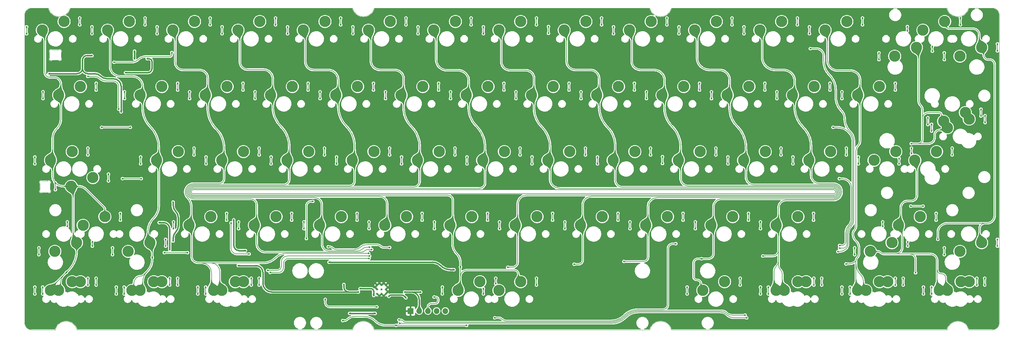
<source format=gtl>
G04 #@! TF.GenerationSoftware,KiCad,Pcbnew,(6.99.0-1912-g359c99991b)*
G04 #@! TF.CreationDate,2022-08-16T22:17:21+07:00*
G04 #@! TF.ProjectId,paws60,70617773-3630-42e6-9b69-6361645f7063,2*
G04 #@! TF.SameCoordinates,Original*
G04 #@! TF.FileFunction,Copper,L1,Top*
G04 #@! TF.FilePolarity,Positive*
%FSLAX46Y46*%
G04 Gerber Fmt 4.6, Leading zero omitted, Abs format (unit mm)*
G04 Created by KiCad (PCBNEW (6.99.0-1912-g359c99991b)) date 2022-08-16 22:17:21*
%MOMM*%
%LPD*%
G01*
G04 APERTURE LIST*
G04 #@! TA.AperFunction,ComponentPad*
%ADD10R,1.700000X1.700000*%
G04 #@! TD*
G04 #@! TA.AperFunction,ComponentPad*
%ADD11O,1.700000X1.700000*%
G04 #@! TD*
G04 #@! TA.AperFunction,ComponentPad*
%ADD12C,3.300000*%
G04 #@! TD*
G04 #@! TA.AperFunction,ComponentPad*
%ADD13C,0.600000*%
G04 #@! TD*
G04 #@! TA.AperFunction,ViaPad*
%ADD14C,0.500000*%
G04 #@! TD*
G04 #@! TA.AperFunction,Conductor*
%ADD15C,0.400000*%
G04 #@! TD*
G04 #@! TA.AperFunction,Conductor*
%ADD16C,0.200000*%
G04 #@! TD*
G04 #@! TA.AperFunction,Profile*
%ADD17C,0.100000*%
G04 #@! TD*
G04 #@! TA.AperFunction,Profile*
%ADD18C,0.200000*%
G04 #@! TD*
G04 APERTURE END LIST*
D10*
X112724999Y-88699999D03*
D11*
X115264999Y-88699999D03*
X117804999Y-88699999D03*
X120344999Y-88699999D03*
X122884999Y-88699999D03*
D12*
X19953750Y-49640000D03*
X13603750Y-52180000D03*
X33765000Y-82660000D03*
X40115000Y-80120000D03*
X259983750Y-44560000D03*
X266333750Y-42020000D03*
X224265000Y-25510000D03*
X230615000Y-22970000D03*
X274747500Y-30590000D03*
X268397500Y-33130000D03*
X245696250Y-82660000D03*
X252046250Y-80120000D03*
X52815000Y-25510000D03*
X59165000Y-22970000D03*
X195690000Y-6460000D03*
X202040000Y-3920000D03*
X95677500Y-44560000D03*
X102027500Y-42020000D03*
X43290000Y-6460000D03*
X49640000Y-3920000D03*
X129015000Y-25510000D03*
X135365000Y-22970000D03*
X17096250Y-63610000D03*
X23446250Y-61070000D03*
X253316250Y-68690000D03*
X246966250Y-71230000D03*
X162352500Y-63610000D03*
X168702500Y-61070000D03*
X86152500Y-63610000D03*
X92502500Y-61070000D03*
X9952500Y-82660000D03*
X16302500Y-80120000D03*
X81390000Y-6460000D03*
X87740000Y-3920000D03*
X57577500Y-44560000D03*
X63927500Y-42020000D03*
X126633750Y-82660000D03*
X132983750Y-80120000D03*
X229027500Y-44560000D03*
X235377500Y-42020000D03*
X71865000Y-25510000D03*
X78215000Y-22970000D03*
X119490000Y-6460000D03*
X125840000Y-3920000D03*
X269508750Y-82660000D03*
X275858750Y-80120000D03*
X124252500Y-63610000D03*
X130602500Y-61070000D03*
X38527500Y-44560000D03*
X44877500Y-42020000D03*
X143302500Y-63610000D03*
X149652500Y-61070000D03*
X24240000Y-6460000D03*
X30590000Y-3920000D03*
X219502500Y-63610000D03*
X225852500Y-61070000D03*
X267127500Y-82660000D03*
X273477500Y-80120000D03*
X243315000Y-25510000D03*
X249665000Y-22970000D03*
X138540000Y-82660000D03*
X144890000Y-80120000D03*
X109965000Y-25510000D03*
X116315000Y-22970000D03*
X205215000Y-25510000D03*
X211565000Y-22970000D03*
X133777500Y-44560000D03*
X140127500Y-42020000D03*
D13*
X105525000Y-81090076D03*
X104250000Y-81090076D03*
X102975000Y-81090076D03*
X105525000Y-82365076D03*
X104250000Y-82365076D03*
X102975000Y-82365076D03*
X105525000Y-83640076D03*
X104250000Y-83640076D03*
X102975000Y-83640076D03*
D12*
X181402500Y-63610000D03*
X187752500Y-61070000D03*
X62340000Y-6460000D03*
X68690000Y-3920000D03*
X214740000Y-6460000D03*
X221090000Y-3920000D03*
X67102500Y-63610000D03*
X73452500Y-61070000D03*
X157590000Y-6460000D03*
X163940000Y-3920000D03*
X33765000Y-25510000D03*
X40115000Y-22970000D03*
X221883750Y-82660000D03*
X228233750Y-80120000D03*
X105202500Y-63610000D03*
X111552500Y-61070000D03*
X15191250Y-68690000D03*
X8841250Y-71230000D03*
X7571250Y-82660000D03*
X13921250Y-80120000D03*
X36622500Y-68690000D03*
X30272500Y-71230000D03*
X167115000Y-25510000D03*
X173465000Y-22970000D03*
X148065000Y-25510000D03*
X154415000Y-22970000D03*
X100440000Y-6460000D03*
X106790000Y-3920000D03*
X152827500Y-44560000D03*
X159177500Y-42020000D03*
X31383750Y-82660000D03*
X37733750Y-80120000D03*
X7571250Y-44560000D03*
X13921250Y-42020000D03*
X219502500Y-82660000D03*
X225852500Y-80120000D03*
X279510000Y-68690000D03*
X273160000Y-71230000D03*
X57577500Y-82660000D03*
X63927500Y-80120000D03*
X200452500Y-63610000D03*
X206802500Y-61070000D03*
X233790000Y-6460000D03*
X240140000Y-3920000D03*
X209977500Y-44560000D03*
X216327500Y-42020000D03*
X269508750Y-35035000D03*
X275858750Y-32495000D03*
X5190000Y-6460000D03*
X11540000Y-3920000D03*
X48052500Y-63610000D03*
X54402500Y-61070000D03*
X138540000Y-6460000D03*
X144890000Y-3920000D03*
X90915000Y-25510000D03*
X97265000Y-22970000D03*
X114727500Y-44560000D03*
X121077500Y-42020000D03*
X186165000Y-25510000D03*
X192515000Y-22970000D03*
X260460000Y-11540000D03*
X254110000Y-14080000D03*
X76627500Y-44560000D03*
X82977500Y-42020000D03*
X176640000Y-6460000D03*
X182990000Y-3920000D03*
X243315000Y-82660000D03*
X249665000Y-80120000D03*
X262365000Y-6460000D03*
X268715000Y-3920000D03*
X198071250Y-82660000D03*
X204421250Y-80120000D03*
X55196250Y-82660000D03*
X61546250Y-80120000D03*
X190927500Y-44560000D03*
X197277500Y-42020000D03*
X171877500Y-44560000D03*
X178227500Y-42020000D03*
X9952500Y-25510000D03*
X16302500Y-22970000D03*
X248077500Y-44560000D03*
X254427500Y-42020000D03*
X279510000Y-11540000D03*
X273160000Y-14080000D03*
X255221250Y-63610000D03*
X261571250Y-61070000D03*
D14*
X3000000Y-51900000D03*
X4000000Y-16100000D03*
X105800000Y-91800000D03*
X85200000Y-84900000D03*
X110400000Y-80046326D03*
X120100000Y-78700000D03*
X34700000Y-11700000D03*
X109200000Y-75800000D03*
X109300000Y-72900000D03*
X101952234Y-84169511D03*
X106400000Y-84400000D03*
X111400000Y-84846326D03*
X98000000Y-82146326D03*
X159000000Y-24000000D03*
X159000000Y-22000000D03*
X19700000Y-13900000D03*
X28200000Y-30400000D03*
X64500000Y-71000000D03*
X61100000Y-62000000D03*
X7100000Y-19200000D03*
X178100000Y-22000000D03*
X178100000Y-24000000D03*
X43400000Y-56800000D03*
X43400000Y-68200000D03*
X35800000Y-14822001D03*
X29500000Y-18900000D03*
X43000000Y-13000000D03*
X229478189Y-11858257D03*
X237500000Y-71300000D03*
X26110600Y-15849727D03*
X197100000Y-22000000D03*
X197100000Y-24000000D03*
X16100000Y-4900000D03*
X16100000Y-2900000D03*
X35200000Y-2900000D03*
X35200000Y-4900000D03*
X249500000Y-15100000D03*
X249500000Y-13100000D03*
X268600000Y-13100000D03*
X268600000Y-15100000D03*
X257800000Y-5400000D03*
X257800000Y-6700000D03*
X20900000Y-24000000D03*
X20900000Y-22000000D03*
X44700000Y-24000000D03*
X44700000Y-22000000D03*
X238000000Y-70300000D03*
X30900000Y-34900000D03*
X22500000Y-34900000D03*
X236100000Y-34900000D03*
X63800000Y-24000000D03*
X63800000Y-22000000D03*
X82800000Y-24000000D03*
X82800000Y-22000000D03*
X101900000Y-24000000D03*
X101900000Y-22000000D03*
X120900000Y-24000000D03*
X120900000Y-22000000D03*
X140000000Y-22000000D03*
X140000000Y-24000000D03*
X216200000Y-22000000D03*
X216200000Y-24000000D03*
X235200000Y-24000000D03*
X235200000Y-22000000D03*
X254300000Y-22000000D03*
X254300000Y-24000000D03*
X280500000Y-33500000D03*
X280500000Y-31500000D03*
X279300000Y-29600000D03*
X279300000Y-31600000D03*
X18500000Y-41000000D03*
X18500000Y-43000000D03*
X24500000Y-48600000D03*
X24500000Y-50600000D03*
X49500000Y-43000000D03*
X49500000Y-41000000D03*
X68500000Y-41000000D03*
X68500000Y-43000000D03*
X87600000Y-43000000D03*
X87600000Y-41000000D03*
X106600000Y-41000000D03*
X106600000Y-43000000D03*
X125700000Y-43000000D03*
X125700000Y-41000000D03*
X237929112Y-49950378D03*
X34094098Y-49948634D03*
X28600000Y-49951365D03*
X238000000Y-69500000D03*
X144700000Y-41000000D03*
X144700000Y-43000000D03*
X163800000Y-43000000D03*
X163800000Y-41000000D03*
X182800000Y-43000000D03*
X182800000Y-41000000D03*
X201900000Y-43000000D03*
X201900000Y-41000000D03*
X220900000Y-43000000D03*
X220900000Y-41000000D03*
X240000000Y-41000000D03*
X240000000Y-43000000D03*
X88700000Y-69900000D03*
X47600000Y-71600000D03*
X82300000Y-67500000D03*
X40800000Y-71600000D03*
X106600000Y-70100000D03*
X137300000Y-90700000D03*
X84200000Y-56600000D03*
X190200000Y-69000000D03*
X262400000Y-58000000D03*
X258800000Y-58000000D03*
X92900000Y-91500000D03*
X108500000Y-92900000D03*
X129100000Y-92900000D03*
X270900000Y-43000000D03*
X243500000Y-43600000D03*
X270900000Y-41000000D03*
X243500000Y-45600000D03*
X3000000Y-43600000D03*
X5300000Y-81700000D03*
X71700000Y-77400000D03*
X28000000Y-62100000D03*
X3000000Y-45600000D03*
X5400000Y-24500000D03*
X9000000Y-51200000D03*
X9000000Y-53200000D03*
X100600000Y-73300000D03*
X12200000Y-77400000D03*
X600000Y-7500000D03*
X3000000Y-83700000D03*
X28000000Y-60100000D03*
X3000000Y-81700000D03*
X19800000Y-69700000D03*
X19800000Y-68400000D03*
X5400000Y-26500000D03*
X600000Y-5500000D03*
X5300000Y-83700000D03*
X29200000Y-24500000D03*
X37300000Y-73000000D03*
X71000000Y-76800000D03*
X29200000Y-26500000D03*
X26800000Y-81700000D03*
X26800000Y-83700000D03*
X41200000Y-67700000D03*
X33900000Y-45600000D03*
X100800000Y-72600000D03*
X29100000Y-83700000D03*
X33900000Y-43600000D03*
X29100000Y-81700000D03*
X19700000Y-7500000D03*
X19700000Y-5500000D03*
X41200000Y-69700000D03*
X53000000Y-43600000D03*
X38700000Y-7500000D03*
X52900000Y-83700000D03*
X48200000Y-24500000D03*
X48200000Y-26500000D03*
X100500000Y-71800000D03*
X52900000Y-81700000D03*
X43500000Y-64600000D03*
X38700000Y-5500000D03*
X50600000Y-81700000D03*
X50600000Y-83700000D03*
X53000000Y-45600000D03*
X43500000Y-62600000D03*
X72000000Y-43600000D03*
X62500000Y-64600000D03*
X57700000Y-7500000D03*
X67300000Y-24500000D03*
X62500000Y-62600000D03*
X72000000Y-45600000D03*
X101400000Y-70700000D03*
X57700000Y-5500000D03*
X67300000Y-26500000D03*
X76800000Y-5500000D03*
X76800000Y-7500000D03*
X86300000Y-26500000D03*
X81600000Y-64600000D03*
X91100000Y-45600000D03*
X81600000Y-62600000D03*
X91100000Y-43600000D03*
X100800000Y-70000000D03*
X86300000Y-24500000D03*
X206600000Y-4900000D03*
X206600000Y-2900000D03*
X102400000Y-89400000D03*
X94900000Y-89400000D03*
X32100000Y-12600000D03*
X39300000Y-62800000D03*
X62400000Y-75400000D03*
X93274674Y-80939994D03*
X42400000Y-70700000D03*
X97500000Y-83146326D03*
X32100000Y-14800000D03*
X111000000Y-83146326D03*
X115685822Y-83147258D03*
X25700000Y-70200000D03*
X25700000Y-72200000D03*
X59000000Y-60100000D03*
X59000000Y-62100000D03*
X78000000Y-62100000D03*
X78000000Y-60100000D03*
X97100000Y-60100000D03*
X97100000Y-62100000D03*
X173300000Y-62100000D03*
X173300000Y-60100000D03*
X192300000Y-60100000D03*
X192300000Y-62100000D03*
X211400000Y-62100000D03*
X211400000Y-60100000D03*
X230400000Y-62100000D03*
X230400000Y-60100000D03*
X257900000Y-69700000D03*
X266200000Y-60100000D03*
X266200000Y-62100000D03*
X257900000Y-68400000D03*
X268600000Y-72200000D03*
X268600000Y-70200000D03*
X18500000Y-79100000D03*
X20900000Y-79100000D03*
X18500000Y-81100000D03*
X20900000Y-81100000D03*
X42400000Y-79100000D03*
X44700000Y-79100000D03*
X44700000Y-81100000D03*
X42400000Y-81100000D03*
X68500000Y-81100000D03*
X66200000Y-81100000D03*
X68500000Y-79100000D03*
X66200000Y-79100000D03*
X137600000Y-79100000D03*
X134000000Y-83700000D03*
X137600000Y-80700000D03*
X134000000Y-82100000D03*
X209000000Y-81100000D03*
X209000000Y-79100000D03*
X232800000Y-79100000D03*
X230500000Y-79100000D03*
X230500000Y-81100000D03*
X232800000Y-81100000D03*
X256600000Y-79100000D03*
X254300000Y-81100000D03*
X256600000Y-81100000D03*
X254300000Y-79100000D03*
X278100000Y-79100000D03*
X278100000Y-81100000D03*
X280400000Y-79100000D03*
X280400000Y-81100000D03*
X119600000Y-84600000D03*
X105400000Y-24500000D03*
X110100000Y-43600000D03*
X110100000Y-45600000D03*
X100600000Y-64600000D03*
X105400000Y-26500000D03*
X100600000Y-62600000D03*
X95900000Y-5500000D03*
X95900000Y-7500000D03*
X119700000Y-62600000D03*
X122000000Y-81700000D03*
X114900000Y-5500000D03*
X129200000Y-43600000D03*
X149500000Y-79100000D03*
X114900000Y-7500000D03*
X124400000Y-24500000D03*
X149500000Y-81100000D03*
X122000000Y-83700000D03*
X124400000Y-26500000D03*
X119700000Y-64600000D03*
X129200000Y-45600000D03*
X127300000Y-75800000D03*
X141100000Y-75900000D03*
X138700000Y-62600000D03*
X134000000Y-5500000D03*
X148200000Y-43600000D03*
X143500000Y-26500000D03*
X138700000Y-64600000D03*
X148200000Y-45600000D03*
X143500000Y-24500000D03*
X134000000Y-7500000D03*
X160500000Y-75000000D03*
X157800000Y-64600000D03*
X167300000Y-43600000D03*
X153000000Y-5400000D03*
X157800000Y-62600000D03*
X162500000Y-24500000D03*
X167300000Y-45600000D03*
X153000000Y-7400000D03*
X162500000Y-26500000D03*
X172000000Y-5500000D03*
X176800000Y-62600000D03*
X175000000Y-74200000D03*
X172000000Y-7500000D03*
X181600000Y-26500000D03*
X186300000Y-43500000D03*
X181600000Y-24500000D03*
X176800000Y-64600000D03*
X186300000Y-45500000D03*
X205400000Y-45600000D03*
X195900000Y-62600000D03*
X193500000Y-83700000D03*
X200600000Y-26500000D03*
X195900000Y-64600000D03*
X205400000Y-43600000D03*
X197700000Y-73400000D03*
X191100000Y-5500000D03*
X191100000Y-7500000D03*
X193500000Y-81700000D03*
X200600000Y-24500000D03*
X219700000Y-24500000D03*
X224400000Y-45600000D03*
X214900000Y-64600000D03*
X217200000Y-81700000D03*
X210100000Y-7500000D03*
X210100000Y-5500000D03*
X214900000Y-81700000D03*
X214900000Y-62600000D03*
X217200000Y-83700000D03*
X214900000Y-83700000D03*
X219700000Y-26500000D03*
X224400000Y-43600000D03*
X215600000Y-72600000D03*
X241100000Y-81700000D03*
X238700000Y-26500000D03*
X239900000Y-74900000D03*
X241100000Y-83700000D03*
X229200000Y-7500000D03*
X238700000Y-81700000D03*
X238700000Y-24500000D03*
X238700000Y-83700000D03*
X229200000Y-5500000D03*
X284100000Y-10500000D03*
X284100000Y-67700000D03*
X284100000Y-69700000D03*
X273300000Y-2900000D03*
X109500000Y-92300000D03*
X273300000Y-4900000D03*
X266700000Y-67700000D03*
X284100000Y-12500000D03*
X210900000Y-90700000D03*
X259000000Y-42600000D03*
X263800000Y-34100000D03*
X262500000Y-83700000D03*
X264900000Y-34000000D03*
X255400000Y-44000000D03*
X242400000Y-70200000D03*
X255400000Y-45600000D03*
X210400000Y-89900000D03*
X250600000Y-63900000D03*
X263800000Y-32100000D03*
X260200000Y-77500000D03*
X242400000Y-72200000D03*
X264900000Y-81700000D03*
X250600000Y-62600000D03*
X264900000Y-36000000D03*
X264900000Y-83700000D03*
X258900000Y-39700000D03*
X109300000Y-91300000D03*
X265100000Y-12600000D03*
X262500000Y-81700000D03*
X265100000Y-11300000D03*
X259000000Y-41000000D03*
X125400000Y-76600000D03*
X88900000Y-74400000D03*
X4200000Y-70200000D03*
X12500000Y-62600000D03*
X12500000Y-63900000D03*
X4200000Y-72200000D03*
X116100000Y-62100000D03*
X116100000Y-60100000D03*
X135200000Y-62100000D03*
X135200000Y-60100000D03*
X154200000Y-62100000D03*
X154200000Y-60100000D03*
X54200000Y-2900000D03*
X54200000Y-4900000D03*
X73300000Y-2900000D03*
X73300000Y-4900000D03*
X92300000Y-4900000D03*
X92300000Y-2900000D03*
X111400000Y-4900000D03*
X111400000Y-2900000D03*
X187600000Y-4900000D03*
X187600000Y-2900000D03*
X130400000Y-4900000D03*
X130400000Y-2900000D03*
X225700000Y-4900000D03*
X225700000Y-2900000D03*
X244700000Y-2900000D03*
X244700000Y-4900000D03*
X149500000Y-4900000D03*
X149500000Y-2900000D03*
X168500000Y-2900000D03*
X168500000Y-4900000D03*
X65600000Y-72000000D03*
X18500000Y-20000000D03*
X27500000Y-29600000D03*
X60300000Y-62900000D03*
X87800000Y-85300000D03*
X102900000Y-87500000D03*
D15*
X101952234Y-84169511D02*
X101952234Y-82882381D01*
X110986347Y-84432673D02*
X111400000Y-84846326D01*
X106400000Y-84400000D02*
X106657228Y-84142772D01*
X107010781Y-83996326D02*
X109932911Y-83996326D01*
X101144217Y-82146326D02*
X98000000Y-82146326D01*
X110986339Y-84432681D02*
G75*
G03*
X109932911Y-83996326I-1053439J-1053419D01*
G01*
X101952238Y-82882381D02*
G75*
G03*
X101751540Y-82397868I-685238J-19D01*
G01*
X101751540Y-82397868D02*
G75*
G03*
X101144217Y-82146326I-607340J-607432D01*
G01*
X107010781Y-83996305D02*
G75*
G03*
X106657228Y-84142772I19J-499995D01*
G01*
D16*
X159000000Y-22000000D02*
X159000000Y-24000000D01*
D15*
X19700000Y-13900000D02*
X18212629Y-13900000D01*
X61100000Y-69425964D02*
X61100000Y-62000000D01*
X28200000Y-30400000D02*
X28200000Y-22892043D01*
X20440318Y-19200000D02*
X18514065Y-19200000D01*
X15285986Y-19200000D02*
X7100000Y-19200000D01*
X64500000Y-71000000D02*
X62598711Y-71000000D01*
X25953496Y-20700000D02*
X24061602Y-20700000D01*
X16900000Y-15318695D02*
X16900000Y-17741294D01*
X28199964Y-22892043D02*
G75*
G03*
X27569278Y-21369278I-2153564J43D01*
G01*
X27569288Y-21369268D02*
G75*
G03*
X25953496Y-20700000I-1615788J-1615832D01*
G01*
X61100036Y-69425964D02*
G75*
G03*
X61576617Y-70576615I1627264J-36D01*
G01*
X61576614Y-70576618D02*
G75*
G03*
X62598711Y-71000000I1022086J1022018D01*
G01*
X15285986Y-19199982D02*
G75*
G03*
X16504954Y-18695042I14J1723782D01*
G01*
X17337474Y-14262516D02*
G75*
G03*
X16900000Y-15318695I1056226J-1056184D01*
G01*
X22249316Y-19949304D02*
G75*
G03*
X24061602Y-20700000I1812284J1812204D01*
G01*
X18212629Y-13900018D02*
G75*
G03*
X17337476Y-14262518I-29J-1237582D01*
G01*
X17295084Y-18695046D02*
G75*
G03*
X18514065Y-19200000I1219016J1218946D01*
G01*
X22249301Y-19949319D02*
G75*
G03*
X20440318Y-19200000I-1809001J-1808981D01*
G01*
X16899994Y-17741294D02*
G75*
G03*
X17295065Y-18695065I1348806J-6D01*
G01*
X16504952Y-18695040D02*
G75*
G03*
X16900000Y-17741294I-953752J953740D01*
G01*
D16*
X178100000Y-22000000D02*
X178100000Y-24000000D01*
D15*
X36400046Y-14822001D02*
X35800000Y-14822001D01*
X29500000Y-18900000D02*
X36047052Y-18900000D01*
X37200000Y-17662973D02*
X37200000Y-15654073D01*
X44900000Y-63733990D02*
X44900000Y-61349438D01*
X43400000Y-57728154D02*
X43400000Y-56800000D01*
X43400000Y-68200000D02*
X43400000Y-67355228D01*
X44146226Y-65553794D02*
G75*
G03*
X44900000Y-63733990I-1819826J1819794D01*
G01*
X36820297Y-18579731D02*
G75*
G03*
X37200000Y-17662973I-916797J916731D01*
G01*
X36047052Y-18899969D02*
G75*
G03*
X36820282Y-18579716I48J1093469D01*
G01*
X43400043Y-57728154D02*
G75*
G03*
X44157911Y-59557911I2587657J-46D01*
G01*
X37200021Y-15654073D02*
G75*
G03*
X36949657Y-15049657I-854821J-27D01*
G01*
X44146211Y-65553779D02*
G75*
G03*
X43400000Y-67355228I1801289J-1801421D01*
G01*
X44899963Y-61349438D02*
G75*
G03*
X44157911Y-59557911I-2533563J38D01*
G01*
X36949640Y-15049674D02*
G75*
G03*
X36400046Y-14822001I-549640J-549626D01*
G01*
D16*
X42400000Y-14200000D02*
X35240037Y-14200000D01*
X237500000Y-71300000D02*
X237900341Y-71300000D01*
X242200000Y-62007495D02*
X242200000Y-38880248D01*
X240500000Y-69119749D02*
X240500000Y-66111633D01*
X231271165Y-11858257D02*
X229478189Y-11858257D01*
X233400000Y-15680364D02*
X233400000Y-13969038D01*
X31257288Y-15849727D02*
X26110600Y-15849727D01*
X236900000Y-26084864D02*
X236900000Y-24130170D01*
X43000000Y-13000000D02*
X43000000Y-13600000D01*
X233399985Y-13969038D02*
G75*
G03*
X232785525Y-12485527I-2097985J38D01*
G01*
X232785546Y-12485506D02*
G75*
G03*
X231271165Y-11858257I-1514346J-1514394D01*
G01*
X233400033Y-15680364D02*
G75*
G03*
X234969517Y-19469517I5358667J-36D01*
G01*
X241427439Y-63872513D02*
G75*
G03*
X240500000Y-66111633I2239161J-2239087D01*
G01*
X31257288Y-15849716D02*
G75*
G03*
X33293839Y-15006161I12J2880116D01*
G01*
X242199952Y-38880248D02*
G75*
G03*
X241082611Y-36182612I-3815052J48D01*
G01*
X239500002Y-32361787D02*
G75*
G03*
X241082611Y-36182612I5403498J-13D01*
G01*
X239948287Y-70451668D02*
G75*
G03*
X240500000Y-69119749I-1331987J1331968D01*
G01*
X241427457Y-63872531D02*
G75*
G03*
X242200000Y-62007495I-1864957J1865031D01*
G01*
X42400000Y-14200000D02*
G75*
G03*
X43000000Y-13600000I0J600000D01*
G01*
X239499992Y-32361787D02*
G75*
G03*
X238537045Y-30037047I-3287692J-13D01*
G01*
X236900025Y-24130170D02*
G75*
G03*
X234969517Y-19469517I-6591225J-30D01*
G01*
X236900016Y-26084864D02*
G75*
G03*
X238537046Y-30037046I5589184J-36D01*
G01*
X35240037Y-14200029D02*
G75*
G03*
X33293840Y-15006162I-37J-2752271D01*
G01*
X237900341Y-71300037D02*
G75*
G03*
X239948308Y-70451689I-41J2896237D01*
G01*
X197100000Y-22000000D02*
X197100000Y-24000000D01*
X16100000Y-2900000D02*
X16100000Y-4900000D01*
X35200000Y-2900000D02*
X35200000Y-4900000D01*
X249500000Y-13100000D02*
X249500000Y-15100000D01*
X257800000Y-5400000D02*
X257800000Y-6700000D01*
X268600000Y-13100000D02*
X268600000Y-15100000D01*
X20900000Y-22000000D02*
X20900000Y-24000000D01*
X44700000Y-22000000D02*
X44700000Y-24000000D01*
X30900000Y-34900000D02*
X22500000Y-34900000D01*
X240150481Y-69180316D02*
X240150481Y-66030133D01*
X238000000Y-70300000D02*
X239049280Y-70300000D01*
X241850480Y-61925940D02*
X241850480Y-39087101D01*
X237349170Y-34900000D02*
X236100000Y-34900000D01*
X241122673Y-63683001D02*
G75*
G03*
X240150481Y-66030133I2347127J-2347099D01*
G01*
X240689200Y-36283462D02*
G75*
G03*
X237349170Y-34900000I-3340000J-3340038D01*
G01*
X239049280Y-70299995D02*
G75*
G03*
X239818706Y-69981292I20J1088095D01*
G01*
X241850491Y-39087101D02*
G75*
G03*
X240689182Y-36283480I-3964891J1D01*
G01*
X241122661Y-63682989D02*
G75*
G03*
X241850480Y-61925940I-1757061J1757089D01*
G01*
X239818704Y-69981290D02*
G75*
G03*
X240150481Y-69180316I-801004J800990D01*
G01*
X63800000Y-22000000D02*
X63800000Y-24000000D01*
X82800000Y-22000000D02*
X82800000Y-24000000D01*
X101900000Y-22000000D02*
X101900000Y-24000000D01*
X120900000Y-22000000D02*
X120900000Y-24000000D01*
X140000000Y-22000000D02*
X140000000Y-24000000D01*
X216200000Y-24000000D02*
X216200000Y-22000000D01*
X235200000Y-22000000D02*
X235200000Y-24000000D01*
X254300000Y-22000000D02*
X254300000Y-24000000D01*
X280500000Y-31500000D02*
X280500000Y-33500000D01*
X279300000Y-29600000D02*
X279300000Y-31600000D01*
X18500000Y-41000000D02*
X18500000Y-43000000D01*
X24500000Y-48600000D02*
X24500000Y-50600000D01*
X49500000Y-41000000D02*
X49500000Y-43000000D01*
X68500000Y-41000000D02*
X68500000Y-43000000D01*
X87600000Y-41000000D02*
X87600000Y-43000000D01*
X106600000Y-41000000D02*
X106600000Y-43000000D01*
X125700000Y-41000000D02*
X125700000Y-43000000D01*
X239492893Y-69207107D02*
X239508068Y-69191932D01*
X28600000Y-49951365D02*
X34091367Y-49951365D01*
X238000000Y-69500000D02*
X238785800Y-69500000D01*
X241500960Y-61756170D02*
X241500960Y-52542595D01*
X239800961Y-68484810D02*
X239800962Y-65860325D01*
X238802385Y-49950378D02*
X237946834Y-49950378D01*
X34091367Y-49951365D02*
X34094098Y-49948634D01*
X240763769Y-50762793D02*
G75*
G03*
X238802385Y-49950378I-1961369J-1961407D01*
G01*
X238785800Y-69499990D02*
G75*
G03*
X239492893Y-69207107I0J999990D01*
G01*
X240755488Y-63555954D02*
G75*
G03*
X241500960Y-61756170I-1799788J1799754D01*
G01*
X241500959Y-52542595D02*
G75*
G03*
X240763760Y-50762802I-2517059J-5D01*
G01*
X240755450Y-63555916D02*
G75*
G03*
X239800962Y-65860325I2304450J-2304384D01*
G01*
X239508068Y-69191932D02*
G75*
G03*
X239800961Y-68484810I-707168J707132D01*
G01*
X144700000Y-41000000D02*
X144700000Y-43000000D01*
X163800000Y-41000000D02*
X163800000Y-43000000D01*
X182800000Y-41000000D02*
X182800000Y-43000000D01*
X201900000Y-41000000D02*
X201900000Y-43000000D01*
X220900000Y-41000000D02*
X220900000Y-43000000D01*
X240000000Y-41000000D02*
X240000000Y-43000000D01*
X186301820Y-88300961D02*
X179126524Y-88300961D01*
X91196733Y-70751440D02*
X96280662Y-70751440D01*
X84200000Y-56600000D02*
X83700714Y-56600000D01*
X258800000Y-58000000D02*
X262400000Y-58000000D01*
X99784737Y-69300000D02*
X103043998Y-69300000D01*
X187900000Y-70329094D02*
X187900000Y-86823034D01*
X104975420Y-70100000D02*
X106600000Y-70100000D01*
X190200000Y-69000000D02*
X189302235Y-69000000D01*
X82300000Y-57930632D02*
X82300000Y-67500000D01*
X88700000Y-69900000D02*
X89141142Y-69900000D01*
X138491973Y-90700000D02*
X137300000Y-90700000D01*
X40800000Y-71600000D02*
X47600000Y-71600000D01*
X171159603Y-91600960D02*
X140667085Y-91600960D01*
X96280662Y-70751411D02*
G75*
G03*
X98103676Y-69996324I38J2578111D01*
G01*
X186301820Y-88300968D02*
G75*
G03*
X187492006Y-87807995I-20J1683268D01*
G01*
X99784737Y-69300037D02*
G75*
G03*
X98103677Y-69996325I-37J-2377363D01*
G01*
X171159603Y-91600957D02*
G75*
G03*
X175172744Y-89938665I-3J5675457D01*
G01*
X103993152Y-69693154D02*
G75*
G03*
X103043998Y-69300000I-949152J-949146D01*
G01*
X139526680Y-91128562D02*
G75*
G03*
X138491973Y-90700000I-1034680J-1034738D01*
G01*
X179126524Y-88300989D02*
G75*
G03*
X175172744Y-89938665I-24J-5591511D01*
G01*
X82675188Y-57024764D02*
G75*
G03*
X82300000Y-57930632I905912J-905836D01*
G01*
X187491985Y-87807974D02*
G75*
G03*
X187900000Y-86823034I-984885J984974D01*
G01*
X103993140Y-69693166D02*
G75*
G03*
X104975420Y-70100000I982260J982366D01*
G01*
X189302235Y-69000018D02*
G75*
G03*
X188274126Y-69425874I-35J-1453882D01*
G01*
X139526677Y-91128565D02*
G75*
G03*
X140667085Y-91600960I1140423J1140365D01*
G01*
X188274139Y-69425887D02*
G75*
G03*
X187900000Y-70329094I903161J-903213D01*
G01*
X89919517Y-70222451D02*
G75*
G03*
X89141142Y-69900000I-778417J-778349D01*
G01*
X83700714Y-56600024D02*
G75*
G03*
X82675212Y-57024788I-14J-1450276D01*
G01*
X89919529Y-70222439D02*
G75*
G03*
X91196733Y-70751440I1277171J1277239D01*
G01*
X108500000Y-92900000D02*
X129100000Y-92900000D01*
X99188591Y-90300000D02*
X96362758Y-90300000D01*
X108500000Y-92900000D02*
X105465598Y-92900000D01*
X93485672Y-91500000D02*
X92900000Y-91500000D01*
X94207107Y-91192893D02*
X94192893Y-91207107D01*
X102451558Y-91651570D02*
G75*
G03*
X99188591Y-90300000I-3262958J-3262930D01*
G01*
X93485672Y-91499973D02*
G75*
G03*
X94192893Y-91207107I28J1000273D01*
G01*
X102451571Y-91651557D02*
G75*
G03*
X105465598Y-92900000I3014029J3014057D01*
G01*
X96362758Y-90299980D02*
G75*
G03*
X94207107Y-91192893I42J-3048620D01*
G01*
X270900000Y-41000000D02*
X270900000Y-43000000D01*
X243500000Y-43600000D02*
X243500000Y-45600000D01*
X7571250Y-44560000D02*
X8200000Y-45188750D01*
X10600000Y-32446339D02*
X10600000Y-26157500D01*
X14200000Y-67698750D02*
X14200000Y-52776250D01*
X3000000Y-81700000D02*
X3000000Y-83700000D01*
X23446250Y-58960464D02*
X23446250Y-61070000D01*
X10600000Y-24862500D02*
X9952500Y-25510000D01*
X13603750Y-52180000D02*
X15782779Y-52180000D01*
X3000000Y-43600000D02*
X3000000Y-45600000D01*
X17997274Y-53097274D02*
X23153357Y-58253357D01*
X10600000Y-22183976D02*
X10600000Y-24862500D01*
X11457025Y-78142975D02*
X12200000Y-77400000D01*
X19800000Y-68400000D02*
X19800000Y-69700000D01*
X15191250Y-71295327D02*
X15191250Y-68690000D01*
X5400000Y-24500000D02*
X5400000Y-26500000D01*
X7571250Y-82660000D02*
X7571250Y-82028750D01*
X77165563Y-73300000D02*
X100600000Y-73300000D01*
X75600000Y-76015725D02*
X75600000Y-74807216D01*
X7571250Y-44560000D02*
X8200000Y-43931250D01*
X15191250Y-68690000D02*
X14200000Y-67698750D01*
X9000000Y-51200000D02*
X9000000Y-53200000D01*
X9952500Y-82660000D02*
X10500000Y-82112500D01*
X12200000Y-77400000D02*
X12989728Y-76610272D01*
X71700000Y-77400000D02*
X74252946Y-77400000D01*
X600000Y-5500000D02*
X600000Y-7500000D01*
X14200000Y-52776250D02*
X13603750Y-52180000D01*
X5190000Y-6460000D02*
X5900000Y-7170000D01*
X10600000Y-26157500D02*
X9952500Y-25510000D01*
X8200000Y-43931250D02*
X8200000Y-38240413D01*
X7571250Y-82028750D02*
X11457025Y-78142975D01*
X7486011Y-20300000D02*
X8728335Y-20300000D01*
X8200000Y-45188750D02*
X8200000Y-49268641D01*
X11365869Y-52180000D02*
X13603750Y-52180000D01*
X10500000Y-82112500D02*
X10500000Y-80453439D01*
X5300000Y-81700000D02*
X5300000Y-83700000D01*
X28000000Y-62100000D02*
X28000000Y-60100000D01*
X5900000Y-7170000D02*
X5900000Y-18813203D01*
X74252946Y-77400031D02*
G75*
G03*
X75186783Y-77013213I-46J1320731D01*
G01*
X17997291Y-53097257D02*
G75*
G03*
X15782779Y-52180000I-2214491J-2214543D01*
G01*
X6314897Y-19814917D02*
G75*
G03*
X7486011Y-20300000I1171103J1171117D01*
G01*
X77165563Y-73299971D02*
G75*
G03*
X76029367Y-73770633I37J-1606829D01*
G01*
X76029369Y-73770635D02*
G75*
G03*
X75600000Y-74807216I1036531J-1036565D01*
G01*
X9430655Y-35269341D02*
G75*
G03*
X8200000Y-38240413I2971075J-2971069D01*
G01*
X9000001Y-51199999D02*
G75*
G03*
X11365869Y-52180000I2365869J2365779D01*
G01*
X12989730Y-76610274D02*
G75*
G03*
X15191250Y-71295327I-5314950J5314944D01*
G01*
X11457028Y-78142978D02*
G75*
G03*
X10500000Y-80453439I2310452J-2310462D01*
G01*
X10045649Y-20845651D02*
G75*
G03*
X8728335Y-20300000I-1317319J-1317319D01*
G01*
X8199999Y-49268641D02*
G75*
G03*
X9000000Y-51200000I2731341J1D01*
G01*
X23446290Y-58960464D02*
G75*
G03*
X23153357Y-58253357I-999990J-36D01*
G01*
X5899984Y-18813203D02*
G75*
G03*
X6314908Y-19814906I1416616J3D01*
G01*
X75186780Y-77013210D02*
G75*
G03*
X75600000Y-76015725I-997380J997510D01*
G01*
X10600012Y-22183976D02*
G75*
G03*
X10045649Y-20845651I-1892712J-24D01*
G01*
X9430659Y-35269345D02*
G75*
G03*
X10600000Y-32446339I-2822959J2823005D01*
G01*
X34500000Y-81925000D02*
X33765000Y-82660000D01*
X19700000Y-5500000D02*
X19700000Y-7500000D01*
X34500000Y-24775000D02*
X33765000Y-25510000D01*
X24240000Y-6460000D02*
X25000000Y-7220000D01*
X33900000Y-45600000D02*
X33900000Y-43600000D01*
X26800000Y-81700000D02*
X26800000Y-83700000D01*
X31900000Y-82143750D02*
X31900000Y-80706688D01*
X36000000Y-68067500D02*
X36000000Y-65601895D01*
X41200000Y-67700000D02*
X41200000Y-69700000D01*
X34500000Y-29419038D02*
X34500000Y-26245000D01*
X28030465Y-20000000D02*
X31538918Y-20000000D01*
X25000000Y-7220000D02*
X25000000Y-17226371D01*
X34831064Y-78068936D02*
X35819254Y-77080746D01*
X34500000Y-26245000D02*
X33765000Y-25510000D01*
X29100000Y-81700000D02*
X29100000Y-83700000D01*
X39200000Y-57876422D02*
X39200000Y-45232500D01*
X75000000Y-75580538D02*
X75000000Y-74240321D01*
X29200000Y-24500000D02*
X29200000Y-26500000D01*
X31383750Y-82660000D02*
X31900000Y-82143750D01*
X76773836Y-72600000D02*
X100800000Y-72600000D01*
X37300000Y-73000000D02*
X37300000Y-73505904D01*
X39200000Y-43887500D02*
X39200000Y-40765843D01*
X34500000Y-80265708D02*
X34500000Y-81925000D01*
X39200000Y-45232500D02*
X38527500Y-44560000D01*
X36622500Y-68690000D02*
X36000000Y-68067500D01*
X34500000Y-22843094D02*
X34500000Y-24775000D01*
X71000000Y-76800000D02*
X73829522Y-76800000D01*
X36622500Y-68690000D02*
X37300000Y-69367500D01*
X38527500Y-44560000D02*
X39200000Y-43887500D01*
X37300000Y-69367500D02*
X37300000Y-73000000D01*
X37698390Y-61501600D02*
G75*
G03*
X39200000Y-57876422I-3625190J3625200D01*
G01*
X35819253Y-77080745D02*
G75*
G03*
X37300000Y-73505904I-3574853J3574845D01*
G01*
X75452758Y-73147210D02*
G75*
G03*
X75000000Y-74240321I1093142J-1093090D01*
G01*
X33691705Y-20891731D02*
G75*
G03*
X31538918Y-20000000I-2152805J-2152769D01*
G01*
X25759192Y-19059146D02*
G75*
G03*
X28030465Y-20000000I2271308J2271146D01*
G01*
X33790383Y-78499979D02*
G75*
G03*
X32611826Y-78988174I17J-1666721D01*
G01*
X34499996Y-22843094D02*
G75*
G03*
X33691718Y-20891718I-2759696J-6D01*
G01*
X73829522Y-76800025D02*
G75*
G03*
X74632678Y-76467322I-22J1135825D01*
G01*
X74632661Y-76467305D02*
G75*
G03*
X75000000Y-75580538I-886761J886805D01*
G01*
X34499974Y-29419038D02*
G75*
G03*
X36678576Y-34678574I7438126J38D01*
G01*
X35819254Y-77080746D02*
G75*
G03*
X34500000Y-80265708I3184946J-3184954D01*
G01*
X33790383Y-78500001D02*
G75*
G03*
X34831064Y-78068936I17J1471701D01*
G01*
X76773836Y-72600024D02*
G75*
G03*
X75452774Y-73147226I-36J-1868176D01*
G01*
X32611824Y-78988172D02*
G75*
G03*
X31900000Y-80706688I1718576J-1718528D01*
G01*
X25000030Y-17226371D02*
G75*
G03*
X25759169Y-19059169I2591970J-29D01*
G01*
X37698395Y-61501605D02*
G75*
G03*
X36000000Y-65601895I4100305J-4100295D01*
G01*
X39199996Y-40765843D02*
G75*
G03*
X36678574Y-34678576I-8608706J3D01*
G01*
X76546116Y-71800000D02*
X100500000Y-71800000D01*
X52815000Y-25510000D02*
X53500000Y-24825000D01*
X53500000Y-26195000D02*
X52815000Y-25510000D01*
X58300000Y-49862730D02*
X58300000Y-45282500D01*
X53500000Y-24825000D02*
X53500000Y-20431428D01*
X49291140Y-51401921D02*
X56759804Y-51401921D01*
X51663541Y-74600000D02*
X54433798Y-74600000D01*
X54600000Y-77467733D02*
X54600000Y-82063750D01*
X48200000Y-24500000D02*
X48200000Y-26500000D01*
X48052500Y-63610000D02*
X48800000Y-64357500D01*
X54600000Y-82063750D02*
X55196250Y-82660000D01*
X44000000Y-15902510D02*
X44000000Y-7170000D01*
X58300000Y-43837500D02*
X58300000Y-41030740D01*
X53500000Y-29442621D02*
X53500000Y-26195000D01*
X44000000Y-7170000D02*
X43290000Y-6460000D01*
X57577500Y-44560000D02*
X58300000Y-43837500D01*
X38700000Y-5500000D02*
X38700000Y-7500000D01*
X53000000Y-43600000D02*
X53000000Y-45600000D01*
X48052500Y-63610000D02*
X48700000Y-62962500D01*
X54433798Y-74600000D02*
X69786293Y-74600000D01*
X48700000Y-62962500D02*
X48700000Y-58207662D01*
X50600000Y-81700000D02*
X50600000Y-83700000D01*
X57577500Y-82660000D02*
X57000000Y-82082500D01*
X57000000Y-82082500D02*
X57000000Y-77155168D01*
X48800000Y-64357500D02*
X48800000Y-72793888D01*
X43500000Y-62600000D02*
X43500000Y-64600000D01*
X52900000Y-81700000D02*
X52900000Y-83700000D01*
X58300000Y-45282500D02*
X57577500Y-44560000D01*
X50749500Y-74600000D02*
X51663541Y-74600000D01*
X51051504Y-18100000D02*
X46240999Y-18100000D01*
X44634617Y-17434627D02*
G75*
G03*
X46240999Y-18100000I1606383J1606427D01*
G01*
X69786293Y-74600000D02*
G75*
G03*
X73223889Y-73176111I7J4861500D01*
G01*
X46900029Y-53862058D02*
G75*
G03*
X47547090Y-55424272I2209271J-42D01*
G01*
X53499999Y-29442621D02*
G75*
G03*
X55944812Y-35344812I8346851J1D01*
G01*
X57000022Y-77155168D02*
G75*
G03*
X56253918Y-75353920I-2547422J-32D01*
G01*
X47634889Y-52087950D02*
G75*
G03*
X46900000Y-53862058I1774111J-1774150D01*
G01*
X52841398Y-18841400D02*
G75*
G03*
X51051504Y-18100000I-1789898J-1789900D01*
G01*
X54599964Y-77467733D02*
G75*
G03*
X53774308Y-75474308I-2819164J33D01*
G01*
X53774292Y-75474324D02*
G75*
G03*
X51663541Y-74600000I-2110792J-2110776D01*
G01*
X76546116Y-71800000D02*
G75*
G03*
X73223889Y-73176111I-16J-4698300D01*
G01*
X49291140Y-51401951D02*
G75*
G03*
X47634879Y-52087940I-40J-2342349D01*
G01*
X56253912Y-75353926D02*
G75*
G03*
X54433798Y-74600000I-1820112J-1820074D01*
G01*
X58300002Y-41030740D02*
G75*
G03*
X55944812Y-35344812I-8041112J0D01*
G01*
X56759804Y-51401927D02*
G75*
G03*
X57849409Y-50950591I-4J1540927D01*
G01*
X48700034Y-58207662D02*
G75*
G03*
X47547089Y-55424273I-3936334J-38D01*
G01*
X48800007Y-72793888D02*
G75*
G03*
X49299297Y-73999297I1704693J-12D01*
G01*
X43999984Y-15902510D02*
G75*
G03*
X44634622Y-17434622I2166716J10D01*
G01*
X53499970Y-20431428D02*
G75*
G03*
X52841399Y-18841399I-2248670J28D01*
G01*
X57849393Y-50950575D02*
G75*
G03*
X58300000Y-49862730I-1087893J1087875D01*
G01*
X49299292Y-73999302D02*
G75*
G03*
X50749500Y-74600000I1450208J1450202D01*
G01*
X67300000Y-24500000D02*
X67300000Y-26500000D01*
X72000000Y-43600000D02*
X72000000Y-45600000D01*
X69810991Y-18000000D02*
X65148334Y-18000000D01*
X62900000Y-15809849D02*
X62900000Y-7020000D01*
X77300000Y-43887500D02*
X77300000Y-40495060D01*
X67102500Y-63610000D02*
X67800000Y-64307500D01*
X67800000Y-62912500D02*
X67800000Y-57606176D01*
X67800000Y-64307500D02*
X67800000Y-68982765D01*
X76627500Y-44560000D02*
X77300000Y-43887500D01*
X72500000Y-28906819D02*
X72500000Y-26145000D01*
X65967759Y-55848560D02*
X49379241Y-55848559D01*
X100258984Y-70700000D02*
X101400000Y-70700000D01*
X67102500Y-63610000D02*
X67800000Y-62912500D01*
X62500000Y-62600000D02*
X62500000Y-64600000D01*
X49317792Y-51751441D02*
X75667443Y-51751441D01*
X57700000Y-5500000D02*
X57700000Y-7500000D01*
X77300000Y-50135611D02*
X77300000Y-45232500D01*
X72500000Y-24875000D02*
X72500000Y-20773728D01*
X71865000Y-25510000D02*
X72500000Y-24875000D01*
X62900000Y-7020000D02*
X62340000Y-6460000D01*
X72500000Y-26145000D02*
X71865000Y-25510000D01*
X77300000Y-45232500D02*
X76627500Y-44560000D01*
X70284511Y-71450480D02*
X98447180Y-71450480D01*
X63529410Y-17329452D02*
G75*
G03*
X65148334Y-18000000I1618890J1618952D01*
G01*
X77299999Y-40495060D02*
G75*
G03*
X74899340Y-34699342I-8196399J0D01*
G01*
X71670055Y-18770047D02*
G75*
G03*
X69810991Y-18000000I-1859055J-1859053D01*
G01*
X72499989Y-20773728D02*
G75*
G03*
X71670051Y-18770051I-2833589J28D01*
G01*
X75667443Y-51751476D02*
G75*
G03*
X76830179Y-51269819I-43J1644376D01*
G01*
X49317792Y-51751425D02*
G75*
G03*
X47863106Y-52354010I8J-2057175D01*
G01*
X47863105Y-52354009D02*
G75*
G03*
X47251441Y-53830714I1476695J-1476691D01*
G01*
X100258984Y-70699987D02*
G75*
G03*
X99304726Y-71095274I16J-1349513D01*
G01*
X68519286Y-70719300D02*
G75*
G03*
X70284511Y-71450480I1765214J1765200D01*
G01*
X98447180Y-71450458D02*
G75*
G03*
X99304725Y-71095273I20J1212758D01*
G01*
X72499998Y-28906819D02*
G75*
G03*
X74899342Y-34699340I8191902J19D01*
G01*
X47251421Y-53830714D02*
G75*
G03*
X47819680Y-55202567I1940079J14D01*
G01*
X76830179Y-51269819D02*
G75*
G03*
X77300000Y-50135611I-1134179J1134219D01*
G01*
X67800019Y-68982765D02*
G75*
G03*
X68519294Y-70719292I2455781J-35D01*
G01*
X47819658Y-55202589D02*
G75*
G03*
X49379241Y-55848559I1559542J1559589D01*
G01*
X62900032Y-15809849D02*
G75*
G03*
X63529431Y-17329431I2148968J-51D01*
G01*
X67800005Y-57606176D02*
G75*
G03*
X67300670Y-56400670I-1704905J-24D01*
G01*
X67300695Y-56400645D02*
G75*
G03*
X65967759Y-55848560I-1332895J-1332955D01*
G01*
X96400000Y-50587334D02*
X96400000Y-45282500D01*
X88717402Y-18100000D02*
X84375060Y-18100000D01*
X91600000Y-28812025D02*
X91600000Y-26195000D01*
X49327709Y-52100961D02*
X94837554Y-52100961D01*
X100022478Y-70000000D02*
X100800000Y-70000000D01*
X91600000Y-24825000D02*
X91600000Y-21021616D01*
X76800000Y-5500000D02*
X76800000Y-7500000D01*
X96400000Y-43837500D02*
X96400000Y-40400212D01*
X91100000Y-43600000D02*
X91100000Y-45600000D01*
X86152500Y-63610000D02*
X86900000Y-64357500D01*
X82000000Y-7070000D02*
X81390000Y-6460000D01*
X88794674Y-71100960D02*
X97364532Y-71100960D01*
X86300000Y-24500000D02*
X86300000Y-26500000D01*
X95677500Y-44560000D02*
X96400000Y-43837500D01*
X86152500Y-63610000D02*
X86800000Y-62962500D01*
X91600000Y-26195000D02*
X90915000Y-25510000D01*
X96400000Y-45282500D02*
X95677500Y-44560000D01*
X86800000Y-62962500D02*
X86800000Y-57543222D01*
X82000000Y-15695145D02*
X82000000Y-7070000D01*
X90915000Y-25510000D02*
X91600000Y-24825000D01*
X86900000Y-64357500D02*
X86900000Y-69236805D01*
X84743863Y-55499040D02*
X49369375Y-55499039D01*
X81600000Y-62600000D02*
X81600000Y-64600000D01*
X82710560Y-17410518D02*
G75*
G03*
X84375060Y-18100000I1664540J1664518D01*
G01*
X48073812Y-54962389D02*
G75*
G03*
X49369375Y-55499039I1295588J1295589D01*
G01*
X91600000Y-21021616D02*
G75*
G03*
X90736221Y-18936223I-2949200J16D01*
G01*
X86899992Y-69236805D02*
G75*
G03*
X87439660Y-70539660I1842508J5D01*
G01*
X97364532Y-71100982D02*
G75*
G03*
X98618420Y-70581580I-32J1773282D01*
G01*
X87439680Y-70539640D02*
G75*
G03*
X88794674Y-71100960I1355020J1354840D01*
G01*
X91599981Y-28812025D02*
G75*
G03*
X93995674Y-34595677I8179319J25D01*
G01*
X47600953Y-53820897D02*
G75*
G03*
X48073806Y-54962395I1614247J-3D01*
G01*
X95966761Y-51633203D02*
G75*
G03*
X96400000Y-50587334I-1045861J1045903D01*
G01*
X81999959Y-15695145D02*
G75*
G03*
X82710540Y-17410538I2425941J45D01*
G01*
X100022478Y-69999974D02*
G75*
G03*
X98618420Y-70581580I22J-1985626D01*
G01*
X48103314Y-52608111D02*
G75*
G03*
X47600960Y-53820897I1212786J-1212789D01*
G01*
X96399999Y-40400212D02*
G75*
G03*
X93995673Y-34595678I-8208799J12D01*
G01*
X86799989Y-57543222D02*
G75*
G03*
X86203740Y-56103742I-2035689J22D01*
G01*
X49327709Y-52100973D02*
G75*
G03*
X48103306Y-52608103I-9J-1731627D01*
G01*
X86203755Y-56103727D02*
G75*
G03*
X84743863Y-55499040I-1459855J-1459873D01*
G01*
X94837554Y-52100929D02*
G75*
G03*
X95966778Y-51633220I46J1596929D01*
G01*
X90736212Y-18936232D02*
G75*
G03*
X88717402Y-18100000I-2018812J-2018768D01*
G01*
X206600000Y-2900000D02*
X206600000Y-4900000D01*
D15*
X94900000Y-89400000D02*
X102400000Y-89400000D01*
X94721826Y-83146326D02*
X72270307Y-83146326D01*
X42400000Y-70700000D02*
X42400000Y-64682126D01*
X67560213Y-75400000D02*
X62400000Y-75400000D01*
X113009005Y-83146326D02*
X115645394Y-83146326D01*
X111000000Y-83146326D02*
X113009005Y-83146326D01*
X32100000Y-12600000D02*
X32100000Y-14800000D01*
X93274674Y-80939994D02*
X93274674Y-81775668D01*
X115647258Y-83146326D02*
X115646326Y-83146326D01*
X40526522Y-62800000D02*
X39300000Y-62800000D01*
X69600000Y-80537103D02*
X69600000Y-77457272D01*
X115265000Y-85392592D02*
X115265000Y-88700000D01*
X115685822Y-83147258D02*
X115647258Y-83146326D01*
X94721826Y-83146326D02*
X97500000Y-83146326D01*
X115645394Y-83146326D02*
X115685822Y-83147258D01*
X70351579Y-82351585D02*
G75*
G03*
X72270307Y-83146326I1918721J1918785D01*
G01*
X114609105Y-83809117D02*
G75*
G03*
X113009005Y-83146326I-1600105J-1600083D01*
G01*
X93660267Y-82706621D02*
G75*
G03*
X94721826Y-83146326I1061533J1061521D01*
G01*
X68993806Y-75993830D02*
G75*
G03*
X67560213Y-75400000I-1433606J-1433570D01*
G01*
X42399987Y-64682126D02*
G75*
G03*
X41846932Y-63346932I-1888187J26D01*
G01*
X69600010Y-80537103D02*
G75*
G03*
X70351582Y-82351582I2566090J3D01*
G01*
X69600030Y-77457272D02*
G75*
G03*
X68993817Y-75993819I-2069630J-28D01*
G01*
X41846912Y-63346952D02*
G75*
G03*
X40526522Y-62800000I-1320412J-1320348D01*
G01*
X93274691Y-81775668D02*
G75*
G03*
X93660282Y-82706606I1316509J-32D01*
G01*
X115265007Y-85392592D02*
G75*
G03*
X114609111Y-83809111I-2239407J-8D01*
G01*
D16*
X25700000Y-70200000D02*
X25700000Y-72200000D01*
X59000000Y-60100000D02*
X59000000Y-62100000D01*
X78000000Y-60100000D02*
X78000000Y-62100000D01*
X97100000Y-60100000D02*
X97100000Y-62100000D01*
X173300000Y-60100000D02*
X173300000Y-62100000D01*
X192300000Y-60100000D02*
X192300000Y-62100000D01*
X211400000Y-60100000D02*
X211400000Y-62100000D01*
X230400000Y-60100000D02*
X230400000Y-62100000D01*
X257900000Y-68400000D02*
X257900000Y-69700000D01*
X266200000Y-60100000D02*
X266200000Y-62100000D01*
X268600000Y-70200000D02*
X268600000Y-72200000D01*
X18500000Y-79100000D02*
X18500000Y-81100000D01*
X20900000Y-79100000D02*
X20900000Y-81100000D01*
X42400000Y-79100000D02*
X42400000Y-81100000D01*
X44700000Y-79100000D02*
X44700000Y-81100000D01*
X68500000Y-79100000D02*
X68500000Y-81100000D01*
X66200000Y-79100000D02*
X66200000Y-81100000D01*
X134000000Y-82100000D02*
X134000000Y-83700000D01*
X137600000Y-79100000D02*
X137600000Y-80700000D01*
X209000000Y-79100000D02*
X209000000Y-81100000D01*
X230500000Y-79100000D02*
X230500000Y-81100000D01*
X232800000Y-79100000D02*
X232800000Y-81100000D01*
X254300000Y-79100000D02*
X254300000Y-81100000D01*
X256600000Y-79100000D02*
X256600000Y-81100000D01*
X278100000Y-79100000D02*
X278100000Y-81100000D01*
X280400000Y-79100000D02*
X280400000Y-81100000D01*
X120800000Y-85657114D02*
X120800000Y-85290425D01*
X118883986Y-86500000D02*
X119935779Y-86500000D01*
X117805000Y-88700000D02*
X117805000Y-87452433D01*
X120124820Y-84600000D02*
X119600000Y-84600000D01*
X120557536Y-86242450D02*
G75*
G03*
X120800000Y-85657114I-585336J585350D01*
G01*
X118057732Y-86842244D02*
G75*
G03*
X117805000Y-87452433I610168J-610156D01*
G01*
X118883986Y-86499977D02*
G75*
G03*
X118057744Y-86842256I14J-1168423D01*
G01*
X120799967Y-85290425D02*
G75*
G03*
X120594582Y-84794582I-701167J25D01*
G01*
X120594563Y-84794601D02*
G75*
G03*
X120124820Y-84600000I-469763J-469699D01*
G01*
X119935779Y-86499987D02*
G75*
G03*
X120557543Y-86242457I21J879287D01*
G01*
X115400000Y-45232500D02*
X115400000Y-50645723D01*
X100600000Y-62600000D02*
X100600000Y-64600000D01*
X110700000Y-29204836D02*
X110700000Y-26245000D01*
X105400000Y-24500000D02*
X105400000Y-26500000D01*
X105900000Y-62912500D02*
X105202500Y-63610000D01*
X110100000Y-43600000D02*
X110100000Y-45600000D01*
X114727500Y-44560000D02*
X115400000Y-43887500D01*
X109965000Y-25510000D02*
X110700000Y-24775000D01*
X105900000Y-57302525D02*
X105900000Y-62912500D01*
X101100000Y-15397453D02*
X101100000Y-7120000D01*
X110700000Y-24775000D02*
X110700000Y-20592935D01*
X115400000Y-43887500D02*
X115400000Y-40551610D01*
X95900000Y-5500000D02*
X95900000Y-7500000D01*
X108071615Y-18100000D02*
X103860202Y-18100000D01*
X113618268Y-52450480D02*
X49310944Y-52450481D01*
X101100000Y-7120000D02*
X100440000Y-6460000D01*
X49386053Y-55149520D02*
X103783616Y-55149520D01*
X110700000Y-26245000D02*
X109965000Y-25510000D01*
X114727500Y-44560000D02*
X115400000Y-45232500D01*
X115399999Y-40551610D02*
G75*
G03*
X112959322Y-34659324I-8332899J10D01*
G01*
X114866584Y-51933398D02*
G75*
G03*
X115400000Y-50645723I-1287584J1287698D01*
G01*
X48309143Y-54703478D02*
G75*
G03*
X49386053Y-55149520I1076857J1076878D01*
G01*
X49310944Y-52450510D02*
G75*
G03*
X48362232Y-52843474I-44J-1341590D01*
G01*
X48362214Y-52843456D02*
G75*
G03*
X47950480Y-53837535I994086J-994044D01*
G01*
X110699962Y-20592935D02*
G75*
G03*
X109997889Y-18897889I-2397162J35D01*
G01*
X109997889Y-18897889D02*
G75*
G03*
X108071615Y-18100000I-1926289J-1926311D01*
G01*
X105899978Y-57302525D02*
G75*
G03*
X105261807Y-55761809I-2178878J25D01*
G01*
X101879614Y-17279626D02*
G75*
G03*
X103860202Y-18100000I1980586J1980626D01*
G01*
X101100038Y-15397453D02*
G75*
G03*
X101879620Y-17279620I2661762J-47D01*
G01*
X47950466Y-53837535D02*
G75*
G03*
X48309163Y-54703458I1224634J35D01*
G01*
X110699973Y-29204836D02*
G75*
G03*
X112959324Y-34659322I7713827J36D01*
G01*
X113618268Y-52450462D02*
G75*
G03*
X114866592Y-51933406I32J1765362D01*
G01*
X105261801Y-55761815D02*
G75*
G03*
X103783616Y-55149520I-1478201J-1478185D01*
G01*
X129700000Y-24825000D02*
X129700000Y-21189707D01*
X149500000Y-81100000D02*
X149500000Y-79100000D01*
X129700000Y-29187010D02*
X129700000Y-26195000D01*
X133777500Y-44560000D02*
X134500000Y-43837500D01*
X126633750Y-82660000D02*
X127300000Y-81993750D01*
X127300000Y-78585602D02*
X127300000Y-75800000D01*
X132781161Y-52800000D02*
X49339045Y-52800000D01*
X120200000Y-7170000D02*
X119490000Y-6460000D01*
X127300000Y-81993750D02*
X127300000Y-78585602D01*
X134500000Y-45282500D02*
X134500000Y-51104585D01*
X129700000Y-26195000D02*
X129015000Y-25510000D01*
X48576182Y-54476182D02*
X48611435Y-54511435D01*
X144200000Y-79430000D02*
X144200000Y-77881380D01*
X125100000Y-56316725D02*
X125100000Y-62762500D01*
X120200000Y-15120217D02*
X120200000Y-7170000D01*
X125100000Y-62762500D02*
X124252500Y-63610000D01*
X49308037Y-54800000D02*
X123543924Y-54800000D01*
X124400000Y-24500000D02*
X124400000Y-26500000D01*
X125000000Y-64357500D02*
X124252500Y-63610000D01*
X134500000Y-43837500D02*
X134500000Y-40775258D01*
X142991450Y-76700000D02*
X129169955Y-76700000D01*
X129015000Y-25510000D02*
X129700000Y-24825000D01*
X122000000Y-81700000D02*
X122000000Y-83700000D01*
X125000000Y-69070223D02*
X125000000Y-64357500D01*
X126544130Y-18200000D02*
X123265773Y-18200000D01*
X119700000Y-62600000D02*
X119700000Y-64600000D01*
X127300000Y-75800000D02*
X127300000Y-74623008D01*
X129200000Y-43600000D02*
X129200000Y-45600000D01*
X144890000Y-80120000D02*
X144200000Y-79430000D01*
X133777500Y-44560000D02*
X134500000Y-45282500D01*
X114900000Y-5500000D02*
X114900000Y-7500000D01*
X129699987Y-29187010D02*
G75*
G03*
X131901216Y-34501214I7515413J10D01*
G01*
X48611414Y-54511456D02*
G75*
G03*
X49308037Y-54800000I696586J696556D01*
G01*
X49339045Y-52800018D02*
G75*
G03*
X48589553Y-53110447I-45J-1059882D01*
G01*
X127299990Y-74623008D02*
G75*
G03*
X126152426Y-71852428I-3918290J8D01*
G01*
X120199997Y-15120217D02*
G75*
G03*
X121104944Y-17304944I3089703J17D01*
G01*
X48299974Y-53809443D02*
G75*
G03*
X48576183Y-54476181I942926J43D01*
G01*
X144200000Y-77881380D02*
G75*
G03*
X143859599Y-77059599I-1162200J-20D01*
G01*
X143859585Y-77059613D02*
G75*
G03*
X142991450Y-76700000I-868185J-868187D01*
G01*
X129169955Y-76699958D02*
G75*
G03*
X127855560Y-77244440I45J-1858842D01*
G01*
X125099984Y-56316725D02*
G75*
G03*
X124663916Y-55263916I-1488884J25D01*
G01*
X129699997Y-21189707D02*
G75*
G03*
X128858745Y-19158745I-2872197J7D01*
G01*
X124663902Y-55263930D02*
G75*
G03*
X123543924Y-54800000I-1120002J-1119970D01*
G01*
X132781161Y-52799981D02*
G75*
G03*
X134008297Y-52291703I39J1735381D01*
G01*
X121104967Y-17304921D02*
G75*
G03*
X123265773Y-18200000I2160833J2160721D01*
G01*
X48589557Y-53110451D02*
G75*
G03*
X48300000Y-53809443I699043J-699049D01*
G01*
X127855561Y-77244441D02*
G75*
G03*
X127300000Y-78585602I1341039J-1341159D01*
G01*
X124999976Y-69070223D02*
G75*
G03*
X126152428Y-71852426I3934624J23D01*
G01*
X134008309Y-52291715D02*
G75*
G03*
X134500000Y-51104585I-1187209J1187115D01*
G01*
X128858738Y-19158752D02*
G75*
G03*
X126544130Y-18200000I-2314638J-2314648D01*
G01*
X134500000Y-40775258D02*
G75*
G03*
X131901214Y-34501216I-8872860J-2D01*
G01*
X148065000Y-25510000D02*
X148800000Y-24775000D01*
X156333310Y-52800000D02*
X236339088Y-52800000D01*
X139200000Y-7120000D02*
X138540000Y-6460000D01*
X144000000Y-57346034D02*
X144000000Y-62912500D01*
X236355216Y-54800000D02*
X146575321Y-54800000D01*
X134000000Y-5500000D02*
X134000000Y-7500000D01*
X153500000Y-43887500D02*
X153500000Y-40771115D01*
X152827500Y-44560000D02*
X153500000Y-43887500D01*
X143302500Y-63610000D02*
X144000000Y-64307500D01*
X148800000Y-24775000D02*
X148800000Y-20560255D01*
X142413020Y-75900000D02*
X141100000Y-75900000D01*
X144000000Y-62912500D02*
X143302500Y-63610000D01*
X148200000Y-43600000D02*
X148200000Y-45600000D01*
X148800000Y-26245000D02*
X148065000Y-25510000D01*
X148800000Y-29424293D02*
X148800000Y-26245000D01*
X138700000Y-62600000D02*
X138700000Y-64600000D01*
X153500000Y-45232500D02*
X153500000Y-50170646D01*
X143500000Y-24500000D02*
X143500000Y-26500000D01*
X146380379Y-18200000D02*
X141763439Y-18200000D01*
X152827500Y-44560000D02*
X153500000Y-45232500D01*
X139200000Y-15642166D02*
X139200000Y-7120000D01*
X144000000Y-64307500D02*
X144000000Y-74414141D01*
X237200000Y-53646261D02*
X237200000Y-53937701D01*
X154227853Y-51927873D02*
G75*
G03*
X156333310Y-52800000I2105447J2105373D01*
G01*
X143585724Y-75414240D02*
G75*
G03*
X144000000Y-74414141I-1000124J1000140D01*
G01*
X148120995Y-18920967D02*
G75*
G03*
X146380379Y-18200000I-1740595J-1740633D01*
G01*
X236943805Y-54556207D02*
G75*
G03*
X237200000Y-53937701I-618505J618507D01*
G01*
X142413020Y-75900018D02*
G75*
G03*
X143585741Y-75414257I-20J1658518D01*
G01*
X153499974Y-50170646D02*
G75*
G03*
X154227864Y-51927862I2485126J46D01*
G01*
X139947976Y-17448028D02*
G75*
G03*
X141763439Y-18200000I1815424J1815428D01*
G01*
X144739651Y-55560335D02*
G75*
G03*
X144000000Y-57346034I1785649J-1785665D01*
G01*
X148800001Y-29424293D02*
G75*
G03*
X150974854Y-34674854I7425399J-7D01*
G01*
X236955206Y-53055202D02*
G75*
G03*
X236339088Y-52800000I-616106J-616098D01*
G01*
X146575321Y-54800029D02*
G75*
G03*
X144739659Y-55560343I-21J-2596071D01*
G01*
X139200014Y-15642166D02*
G75*
G03*
X139948003Y-17448001I2553786J-34D01*
G01*
X237200041Y-53646261D02*
G75*
G03*
X236955204Y-53055204I-835941J-39D01*
G01*
X153499999Y-40771115D02*
G75*
G03*
X150974854Y-34674854I-8621399J15D01*
G01*
X236355216Y-54800006D02*
G75*
G03*
X236943799Y-54556201I-16J832406D01*
G01*
X148800020Y-20560255D02*
G75*
G03*
X148120981Y-18920981I-2318320J-45D01*
G01*
X167800000Y-24825000D02*
X167800000Y-20676427D01*
X158300000Y-15544713D02*
X158300000Y-7170000D01*
X163000000Y-64257500D02*
X163000000Y-73812488D01*
X172500000Y-45182500D02*
X172500000Y-50334691D01*
X157800000Y-62600000D02*
X157800000Y-64600000D01*
X172500000Y-40309245D02*
X172500000Y-43937500D01*
X163000000Y-57577203D02*
X163000000Y-62962500D01*
X172500000Y-43937500D02*
X171877500Y-44560000D01*
X171877500Y-44560000D02*
X172500000Y-45182500D01*
X153000000Y-5400000D02*
X153000000Y-7400000D01*
X162352500Y-63610000D02*
X163000000Y-64257500D01*
X162500000Y-24500000D02*
X162500000Y-26500000D01*
X167115000Y-25510000D02*
X167800000Y-24825000D01*
X236360836Y-55149519D02*
X165524571Y-55149520D01*
X167800000Y-26195000D02*
X167800000Y-28962417D01*
X158300000Y-7170000D02*
X157590000Y-6460000D01*
X237549520Y-53653274D02*
X237549520Y-53932140D01*
X165255094Y-18100000D02*
X160866007Y-18100000D01*
X167115000Y-25510000D02*
X167800000Y-26195000D01*
X161797628Y-75000000D02*
X160500000Y-75000000D01*
X163000000Y-62962500D02*
X162352500Y-63610000D01*
X167300000Y-43600000D02*
X167300000Y-45600000D01*
X174653528Y-52450480D02*
X236346063Y-52450480D01*
X163690981Y-55909007D02*
G75*
G03*
X163000000Y-57577203I1668219J-1668193D01*
G01*
X167799988Y-20676427D02*
G75*
G03*
X167038861Y-18838861I-2598688J27D01*
G01*
X161797628Y-75000029D02*
G75*
G03*
X162655230Y-74644770I-28J1212829D01*
G01*
X237186956Y-54807303D02*
G75*
G03*
X237549520Y-53932140I-875056J875203D01*
G01*
X237197440Y-52803099D02*
G75*
G03*
X236346063Y-52450480I-851340J-851401D01*
G01*
X173111845Y-51811885D02*
G75*
G03*
X174653528Y-52450480I1541655J1541585D01*
G01*
X236360836Y-55149548D02*
G75*
G03*
X237186973Y-54807320I-36J1168348D01*
G01*
X172499995Y-50334691D02*
G75*
G03*
X173111865Y-51811865I2089005J-9D01*
G01*
X167038859Y-18838863D02*
G75*
G03*
X165255094Y-18100000I-1783759J-1783737D01*
G01*
X159046170Y-17346191D02*
G75*
G03*
X160866007Y-18100000I1819830J1819791D01*
G01*
X162655245Y-74644785D02*
G75*
G03*
X163000000Y-73812488I-832245J832285D01*
G01*
X165524571Y-55149499D02*
G75*
G03*
X163690988Y-55909014I29J-2593101D01*
G01*
X158299995Y-15544713D02*
G75*
G03*
X159046181Y-17346180I2547705J13D01*
G01*
X167800000Y-28962417D02*
G75*
G03*
X170230739Y-34830739I8299100J17D01*
G01*
X237549531Y-53653274D02*
G75*
G03*
X237197417Y-52803122I-1202431J-26D01*
G01*
X172499969Y-40309245D02*
G75*
G03*
X170230739Y-34830739I-7747769J45D01*
G01*
X181402500Y-63610000D02*
X182100000Y-62912500D01*
X177300000Y-7120000D02*
X176640000Y-6460000D01*
X182100000Y-72880984D02*
X182100000Y-64307500D01*
X184710755Y-55499040D02*
X236331879Y-55499040D01*
X186300000Y-43500000D02*
X186300000Y-45500000D01*
X177300000Y-15629178D02*
X177300000Y-7120000D01*
X181600000Y-24500000D02*
X181600000Y-26500000D01*
X191600000Y-45232500D02*
X190927500Y-44560000D01*
X236344178Y-52100961D02*
X193919747Y-52100961D01*
X186900000Y-24775000D02*
X186900000Y-21073263D01*
X182100000Y-62912500D02*
X182100000Y-58012861D01*
X176800000Y-62600000D02*
X176800000Y-64600000D01*
X186900000Y-26245000D02*
X186165000Y-25510000D01*
X182100000Y-64307500D02*
X181402500Y-63610000D01*
X191600000Y-43887500D02*
X191600000Y-40727215D01*
X175000000Y-74200000D02*
X180687645Y-74200000D01*
X183727693Y-18100000D02*
X179950473Y-18100000D01*
X191600000Y-49978982D02*
X191600000Y-45232500D01*
X172000000Y-5500000D02*
X172000000Y-7500000D01*
X237899039Y-53960992D02*
X237899038Y-53651323D01*
X186900000Y-29380393D02*
X186900000Y-26245000D01*
X190927500Y-44560000D02*
X191600000Y-43887500D01*
X186165000Y-25510000D02*
X186900000Y-24775000D01*
X186900012Y-29380393D02*
G75*
G03*
X189035185Y-34535185I7289988J-7D01*
G01*
X237899014Y-53651323D02*
G75*
G03*
X237445900Y-52557308I-1547214J23D01*
G01*
X192180525Y-51380569D02*
G75*
G03*
X193919747Y-52100961I1739175J1739169D01*
G01*
X237445904Y-52557304D02*
G75*
G03*
X236344178Y-52100961I-1101704J-1101696D01*
G01*
X181732963Y-73767047D02*
G75*
G03*
X182100000Y-72880984I-885963J886047D01*
G01*
X177300024Y-15629178D02*
G75*
G03*
X177986492Y-17286492I2343776J-22D01*
G01*
X186070373Y-19070383D02*
G75*
G03*
X183727693Y-18100000I-2342673J-2342617D01*
G01*
X237454590Y-55033993D02*
G75*
G03*
X237899039Y-53960992I-1072990J1072993D01*
G01*
X191599981Y-40727215D02*
G75*
G03*
X189035185Y-34535185I-8756881J15D01*
G01*
X184710755Y-55499002D02*
G75*
G03*
X182816200Y-56283800I45J-2679298D01*
G01*
X191600009Y-49978982D02*
G75*
G03*
X192180547Y-51380547I1982091J-18D01*
G01*
X177986503Y-17286481D02*
G75*
G03*
X179950473Y-18100000I1963997J1963981D01*
G01*
X182816212Y-56283812D02*
G75*
G03*
X182100000Y-58012861I1729088J-1729088D01*
G01*
X180687645Y-74200018D02*
G75*
G03*
X181732957Y-73767041I-45J1478418D01*
G01*
X236331879Y-55499031D02*
G75*
G03*
X237454594Y-55033997I21J1587731D01*
G01*
X186900028Y-21073263D02*
G75*
G03*
X186070378Y-19070378I-2832528J-37D01*
G01*
X236309809Y-51751441D02*
X213085157Y-51751441D01*
X195690000Y-6460000D02*
X196400000Y-7170000D01*
X205900000Y-26195000D02*
X205900000Y-29334715D01*
X205400000Y-43600000D02*
X205400000Y-45600000D01*
X198071250Y-82660000D02*
X197500000Y-82088750D01*
X196429203Y-79600000D02*
X196274771Y-79600000D01*
X196588617Y-73400000D02*
X197700000Y-73400000D01*
X210700000Y-40922896D02*
X210700000Y-43837500D01*
X200600000Y-24500000D02*
X200600000Y-26500000D01*
X195400000Y-78767637D02*
X195400000Y-74601343D01*
X195900000Y-62600000D02*
X195900000Y-64600000D01*
X238248558Y-53927453D02*
X238248558Y-53616913D01*
X200452500Y-63610000D02*
X201200000Y-62862500D01*
X191100000Y-5500000D02*
X191100000Y-7500000D01*
X210700000Y-49522538D02*
X210700000Y-45282500D01*
X205900000Y-24825000D02*
X205215000Y-25510000D01*
X196400000Y-7170000D02*
X196400000Y-14637454D01*
X197500000Y-82088750D02*
X197500000Y-80577711D01*
X193500000Y-81700000D02*
X193500000Y-83700000D01*
X205215000Y-25510000D02*
X205900000Y-26195000D01*
X199627486Y-73400000D02*
X197700000Y-73400000D01*
X200107258Y-18100000D02*
X202987451Y-18100000D01*
X205900000Y-20991637D02*
X205900000Y-24825000D01*
X201200000Y-62862500D02*
X201200000Y-58151686D01*
X203510952Y-55848560D02*
X236365464Y-55848559D01*
X201200000Y-64357500D02*
X201200000Y-71899752D01*
X210700000Y-43837500D02*
X209977500Y-44560000D01*
X210700000Y-45282500D02*
X209977500Y-44560000D01*
X200452500Y-63610000D02*
X201200000Y-64357500D01*
X197232917Y-79932921D02*
G75*
G03*
X196429203Y-79600000I-803717J-803679D01*
G01*
X237678020Y-55304909D02*
G75*
G03*
X238248558Y-53927453I-1377420J1377409D01*
G01*
X205900004Y-29334715D02*
G75*
G03*
X208067485Y-34567483I7400296J15D01*
G01*
X236365464Y-55848546D02*
G75*
G03*
X237677999Y-55304888I36J1856146D01*
G01*
X205899963Y-20991637D02*
G75*
G03*
X205057400Y-18957402I-2876863J37D01*
G01*
X197363479Y-16963451D02*
G75*
G03*
X200107258Y-18100000I2743821J2743751D01*
G01*
X205057415Y-18957387D02*
G75*
G03*
X202987451Y-18100000I-2069915J-2069913D01*
G01*
X210699979Y-49522538D02*
G75*
G03*
X211320459Y-51020459I2118421J38D01*
G01*
X195754492Y-73745486D02*
G75*
G03*
X195400000Y-74601343I855808J-855814D01*
G01*
X237717343Y-52334468D02*
G75*
G03*
X236309809Y-51751441I-1407543J-1407532D01*
G01*
X195635007Y-79334987D02*
G75*
G03*
X196274771Y-79600000I639793J639787D01*
G01*
X210699992Y-40922896D02*
G75*
G03*
X208067483Y-34567485I-8987892J-4D01*
G01*
X195399976Y-78767637D02*
G75*
G03*
X195634998Y-79334996I802424J37D01*
G01*
X238248548Y-53616913D02*
G75*
G03*
X237717348Y-52334463I-1813648J13D01*
G01*
X211320474Y-51020444D02*
G75*
G03*
X213085157Y-51751441I1764726J1764644D01*
G01*
X200775575Y-72924462D02*
G75*
G03*
X201200000Y-71899752I-1024675J1024662D01*
G01*
X196588617Y-73400005D02*
G75*
G03*
X195754503Y-73745497I-17J-1179595D01*
G01*
X197499984Y-80577711D02*
G75*
G03*
X197232918Y-79932920I-911884J11D01*
G01*
X203510952Y-55848519D02*
G75*
G03*
X201872945Y-56527057I48J-2316481D01*
G01*
X196400040Y-14637454D02*
G75*
G03*
X197363466Y-16963464I3289460J-46D01*
G01*
X201872945Y-56527057D02*
G75*
G03*
X201200000Y-58151686I1624655J-1624643D01*
G01*
X199627486Y-73399988D02*
G75*
G03*
X200775557Y-72924444I14J1623588D01*
G01*
X224900000Y-21285537D02*
X224900000Y-24875000D01*
X229700000Y-45232500D02*
X229700000Y-49011630D01*
X214900000Y-81700000D02*
X214900000Y-83700000D01*
X217200000Y-81700000D02*
X217200000Y-83700000D01*
X218900000Y-82057500D02*
X218900000Y-77043519D01*
X220200000Y-62912500D02*
X219502500Y-63610000D01*
X236362942Y-56198079D02*
X222407403Y-56198079D01*
X220200000Y-64307500D02*
X219502500Y-63610000D01*
X220200000Y-58435782D02*
X220200000Y-62912500D01*
X224265000Y-25510000D02*
X224900000Y-26145000D01*
X220200000Y-73905003D02*
X220200000Y-70905894D01*
X238598080Y-53583116D02*
X238598080Y-53929984D01*
X219700000Y-24500000D02*
X219700000Y-26500000D01*
X221300000Y-82076250D02*
X221300000Y-77999791D01*
X224900000Y-24875000D02*
X224265000Y-25510000D01*
X219226935Y-18100000D02*
X221598514Y-18100000D01*
X229700000Y-43887500D02*
X229027500Y-44560000D01*
X220200000Y-70905894D02*
X220200000Y-64307500D01*
X215400000Y-7120000D02*
X215400000Y-14415593D01*
X224900000Y-26145000D02*
X224900000Y-28922897D01*
X210100000Y-5500000D02*
X210100000Y-7500000D01*
X215600000Y-72600000D02*
X218479948Y-72600000D01*
X221883750Y-82660000D02*
X221300000Y-82076250D01*
X219502500Y-82660000D02*
X218900000Y-82057500D01*
X232083043Y-51401921D02*
X236275958Y-51401921D01*
X214900000Y-62600000D02*
X214900000Y-64600000D01*
X220200000Y-75344107D02*
X220200000Y-73905003D01*
X229700000Y-40511157D02*
X229700000Y-43887500D01*
X214740000Y-6460000D02*
X215400000Y-7120000D01*
X229027500Y-44560000D02*
X229700000Y-45232500D01*
X224400000Y-43600000D02*
X224400000Y-45600000D01*
X215400013Y-14415593D02*
G75*
G03*
X216449635Y-16949633I3583687J-7D01*
G01*
X224899962Y-21285537D02*
G75*
G03*
X223991001Y-19091001I-3103562J37D01*
G01*
X222407403Y-56198080D02*
G75*
G03*
X220861698Y-56838302I-3J-2186020D01*
G01*
X237988449Y-52111236D02*
G75*
G03*
X236275958Y-51401921I-1712449J-1712464D01*
G01*
X224900012Y-28922897D02*
G75*
G03*
X227358684Y-34858682I8394488J-3D01*
G01*
X220861702Y-56838306D02*
G75*
G03*
X220200000Y-58435782I1597498J-1597494D01*
G01*
X229700042Y-40511157D02*
G75*
G03*
X227358683Y-34858683I-7993842J-43D01*
G01*
X218479948Y-72599951D02*
G75*
G03*
X219709153Y-72090847I52J1738351D01*
G01*
X219496455Y-75603541D02*
G75*
G03*
X218900000Y-77043519I1439945J-1439959D01*
G01*
X236362942Y-56198119D02*
G75*
G03*
X237926932Y-55550253I-42J2211819D01*
G01*
X238598068Y-53583116D02*
G75*
G03*
X237988433Y-52111252I-2081568J16D01*
G01*
X220199999Y-75344107D02*
G75*
G03*
X220734498Y-76634498I1824901J7D01*
G01*
X221299996Y-77999791D02*
G75*
G03*
X220734498Y-76634498I-1930896J-9D01*
G01*
X216449610Y-16949658D02*
G75*
G03*
X219226935Y-18100000I2777290J2777458D01*
G01*
X219709152Y-72090846D02*
G75*
G03*
X220200000Y-70905894I-1184852J1184946D01*
G01*
X237926940Y-55550261D02*
G75*
G03*
X238598080Y-53929984I-1620240J1620261D01*
G01*
X229699976Y-49011630D02*
G75*
G03*
X230401601Y-50705443I2395424J30D01*
G01*
X230401578Y-50705466D02*
G75*
G03*
X232083043Y-51401921I1681422J1681466D01*
G01*
X223990997Y-19091005D02*
G75*
G03*
X221598514Y-18100000I-2392497J-2392495D01*
G01*
X219496448Y-75603534D02*
G75*
G03*
X220200000Y-73905003I-1698548J1698534D01*
G01*
X237465629Y-18300000D02*
X241192785Y-18300000D01*
X238700000Y-24500000D02*
X238700000Y-26500000D01*
X242700377Y-68066040D02*
X242834962Y-68200625D01*
X239900000Y-74900000D02*
X240778581Y-74900000D01*
X241100000Y-81700000D02*
X241100000Y-83700000D01*
X244000000Y-26195000D02*
X244000000Y-38828324D01*
X243700000Y-70289012D02*
X243700000Y-71889915D01*
X242800000Y-41725371D02*
X242800000Y-63960918D01*
X238700000Y-81700000D02*
X238700000Y-83700000D01*
X234500000Y-7170000D02*
X234500000Y-15461472D01*
X243315000Y-25510000D02*
X244000000Y-26195000D01*
X244000000Y-24825000D02*
X243315000Y-25510000D01*
X245696250Y-82660000D02*
X245000000Y-81963750D01*
X229200000Y-5500000D02*
X229200000Y-7500000D01*
X233790000Y-6460000D02*
X234500000Y-7170000D01*
X243315000Y-82660000D02*
X242800000Y-82145000D01*
X244000000Y-20955537D02*
X244000000Y-24825000D01*
X242800000Y-74957055D02*
X242800000Y-74062711D01*
X242800000Y-82145000D02*
X242800000Y-74957055D01*
X245000000Y-81963750D02*
X245000000Y-80268321D01*
X244999990Y-80268321D02*
G75*
G03*
X244032447Y-77932449I-3303390J21D01*
G01*
X243253642Y-19153616D02*
G75*
G03*
X241192785Y-18300000I-2060842J-2060884D01*
G01*
X235305045Y-17405075D02*
G75*
G03*
X237465629Y-18300000I2160555J2160575D01*
G01*
X243699999Y-70289012D02*
G75*
G03*
X242834962Y-68200625I-2953399J12D01*
G01*
X240778581Y-74899999D02*
G75*
G03*
X242800000Y-74062711I19J2858699D01*
G01*
X243284536Y-72892925D02*
G75*
G03*
X243700000Y-71889915I-1003036J1003025D01*
G01*
X234500006Y-15461472D02*
G75*
G03*
X235305061Y-17405059I2748594J-28D01*
G01*
X243284539Y-72892928D02*
G75*
G03*
X242800000Y-74062711I1169761J-1169772D01*
G01*
X241900042Y-66133725D02*
G75*
G03*
X242700377Y-68066040I2732658J-75D01*
G01*
X242348106Y-65051884D02*
G75*
G03*
X242800000Y-63960918I-1091006J1090984D01*
G01*
X242800020Y-74957055D02*
G75*
G03*
X244032448Y-77932448I4207780J-45D01*
G01*
X243383644Y-40316394D02*
G75*
G03*
X242800000Y-41725371I1408956J-1409006D01*
G01*
X243999971Y-20955537D02*
G75*
G03*
X243253629Y-19153629I-2548271J37D01*
G01*
X243383611Y-40316361D02*
G75*
G03*
X244000000Y-38828324I-1488011J1488061D01*
G01*
X242348108Y-65051886D02*
G75*
G03*
X241900000Y-66133725I1081792J-1081814D01*
G01*
X210900000Y-90700000D02*
X207160671Y-90700000D01*
X268715000Y-3920000D02*
X268715000Y-5015000D01*
X280100000Y-13751648D02*
X280100000Y-12130000D01*
X266700000Y-67700000D02*
X266700000Y-65622025D01*
X279510000Y-68690000D02*
X278900000Y-68080000D01*
X284100000Y-10500000D02*
X284100000Y-12500000D01*
X270084733Y-6000000D02*
X276943618Y-6000000D01*
X280100000Y-12130000D02*
X279510000Y-11540000D01*
X278800000Y-10830000D02*
X279510000Y-11540000D01*
X281974259Y-15100000D02*
X281483057Y-15100000D01*
X273300000Y-2900000D02*
X273300000Y-4900000D01*
X268715000Y-5015000D02*
X269427953Y-5727953D01*
X284100000Y-67700000D02*
X284100000Y-69700000D01*
X269540684Y-63000000D02*
X280472390Y-63000000D01*
X283300000Y-60754471D02*
X283300000Y-16490793D01*
X203056560Y-89000000D02*
X179357067Y-89000000D01*
X171390195Y-92300000D02*
X109500000Y-92300000D01*
X278800000Y-7743457D02*
X278800000Y-10830000D01*
X278900000Y-68080000D02*
X278900000Y-64500337D01*
X280472390Y-63000000D02*
X281107074Y-63000000D01*
X205179297Y-89879269D02*
G75*
G03*
X203056560Y-89000000I-2122697J-2122631D01*
G01*
X282879181Y-15474812D02*
G75*
G03*
X281974259Y-15100000I-904881J-904888D01*
G01*
X269540684Y-62999996D02*
G75*
G03*
X267422680Y-63877320I16J-2995304D01*
G01*
X281107074Y-62999985D02*
G75*
G03*
X282631393Y-62368605I26J2155685D01*
G01*
X283300000Y-16490793D02*
G75*
G03*
X282879168Y-15474825I-1436800J-7D01*
G01*
X278312709Y-6567109D02*
G75*
G03*
X276943618Y-6000000I-1369109J-1369091D01*
G01*
X179357067Y-88999965D02*
G75*
G03*
X175504013Y-90595987I33J-5449035D01*
G01*
X280100026Y-13751648D02*
G75*
G03*
X280487744Y-14687744I1323774J-52D01*
G01*
X267422665Y-63877305D02*
G75*
G03*
X266700000Y-65622025I1744735J-1744695D01*
G01*
X278800022Y-7743457D02*
G75*
G03*
X278312717Y-6567101I-1663622J-43D01*
G01*
X282631407Y-62368619D02*
G75*
G03*
X283300000Y-60754471I-1614107J1614119D01*
G01*
X269427942Y-5727964D02*
G75*
G03*
X270084733Y-6000000I656758J656764D01*
G01*
X280472390Y-62999995D02*
G75*
G03*
X279324503Y-63475497I10J-1623305D01*
G01*
X171390195Y-92299991D02*
G75*
G03*
X175504012Y-90595986I5J5817791D01*
G01*
X205179299Y-89879267D02*
G75*
G03*
X207160671Y-90700000I1981401J1981367D01*
G01*
X279324493Y-63475487D02*
G75*
G03*
X278900000Y-64500337I1024807J-1024813D01*
G01*
X280487770Y-14687718D02*
G75*
G03*
X281483057Y-15100000I995330J995318D01*
G01*
X242400000Y-70200000D02*
X242400000Y-72200000D01*
X262200000Y-32260221D02*
X262200000Y-38518042D01*
X246966250Y-71230000D02*
X249122988Y-71230000D01*
X256300000Y-70172936D02*
X256300000Y-64688750D01*
X262200000Y-29788559D02*
X262200000Y-32260221D01*
X260460000Y-11540000D02*
X261100000Y-12180000D01*
X260600000Y-45176250D02*
X260600000Y-54829908D01*
X258676586Y-72000000D02*
X264572107Y-72000000D01*
X250600000Y-62600000D02*
X250600000Y-63900000D01*
X255900000Y-58380020D02*
X255900000Y-62931250D01*
X267825410Y-77800000D02*
X267634073Y-77800000D01*
X261100000Y-12180000D02*
X261100000Y-27132946D01*
X258855903Y-56500000D02*
X257775610Y-56500000D01*
X263800000Y-34100000D02*
X263800000Y-32100000D01*
X267127500Y-82660000D02*
X266500000Y-82032500D01*
X171204561Y-91950480D02*
X111343149Y-91950480D01*
X267800000Y-32532500D02*
X267800000Y-31281341D01*
X264900000Y-81700000D02*
X264900000Y-83700000D01*
X269000000Y-82151250D02*
X269000000Y-79015402D01*
X256300000Y-64688750D02*
X255221250Y-63610000D01*
X265800000Y-37016798D02*
X265800000Y-37843489D01*
X203616350Y-88650481D02*
X179171489Y-88650481D01*
X269508750Y-82660000D02*
X269000000Y-82151250D01*
X250981865Y-72000000D02*
X254371456Y-72000000D01*
X269508750Y-35035000D02*
X268843750Y-35700000D01*
X259000000Y-41000000D02*
X259000000Y-42600000D01*
X205108509Y-89314213D02*
X205030563Y-89236267D01*
X258676586Y-72000000D02*
X254371456Y-72000000D01*
X268843750Y-35700000D02*
X267214580Y-35700000D01*
X262500000Y-81700000D02*
X262500000Y-83700000D01*
X268397500Y-33130000D02*
X268397500Y-33923750D01*
X255900000Y-62931250D02*
X255221250Y-63610000D01*
X268397500Y-33130000D02*
X267800000Y-32532500D01*
X264900000Y-34000000D02*
X264900000Y-36000000D01*
X109300000Y-91300000D02*
X109772851Y-91300000D01*
X268397500Y-33923750D02*
X269508750Y-35035000D01*
X266500000Y-76544096D02*
X266500000Y-73827760D01*
X260200000Y-73549402D02*
X260200000Y-77500000D01*
X263900886Y-39700000D02*
X260992024Y-39700000D01*
X259983750Y-44560000D02*
X260600000Y-45176250D01*
X260992024Y-39700000D02*
X258900000Y-39700000D01*
X266500000Y-82032500D02*
X266500000Y-76544096D01*
X255400000Y-44000000D02*
X255400000Y-45600000D01*
X265100000Y-11300000D02*
X265100000Y-12600000D01*
X210400000Y-89900000D02*
X206522723Y-89900000D01*
X267115673Y-30600000D02*
X263953993Y-30600000D01*
X259740837Y-72440805D02*
G75*
G03*
X258676586Y-72000000I-1064237J-1064295D01*
G01*
X263900886Y-39699998D02*
G75*
G03*
X265265066Y-39134931I14J1929198D01*
G01*
X266500018Y-73827760D02*
G75*
G03*
X265985395Y-72585397I-1757018J-40D01*
G01*
X254371456Y-71999963D02*
G75*
G03*
X255785869Y-71414131I44J2000263D01*
G01*
X262200014Y-29788559D02*
G75*
G03*
X261642388Y-28442388I-1903814J-41D01*
G01*
X263953993Y-30599996D02*
G75*
G03*
X262666847Y-31133155I7J-1820304D01*
G01*
X265985390Y-72585402D02*
G75*
G03*
X264572107Y-72000000I-1413290J-1413298D01*
G01*
X110502009Y-91602071D02*
G75*
G03*
X109772851Y-91300000I-729209J-729129D01*
G01*
X260199997Y-73549402D02*
G75*
G03*
X259740821Y-72440821I-1567797J2D01*
G01*
X171204561Y-91950435D02*
G75*
G03*
X175388086Y-90217616I39J5916435D01*
G01*
X205030592Y-89236238D02*
G75*
G03*
X203616350Y-88650481I-1414192J-1414262D01*
G01*
X268999995Y-79015402D02*
G75*
G03*
X268635582Y-78135584I-1244295J2D01*
G01*
X258855903Y-56500004D02*
G75*
G03*
X260126146Y-55973853I-3J1796404D01*
G01*
X267214580Y-35699978D02*
G75*
G03*
X266165430Y-36134570I20J-1483722D01*
G01*
X255785854Y-71414116D02*
G75*
G03*
X256300000Y-70172936I-1241154J1241216D01*
G01*
X268635586Y-78135580D02*
G75*
G03*
X267825410Y-77800000I-810186J-810220D01*
G01*
X266165423Y-36134563D02*
G75*
G03*
X265800000Y-37016798I882277J-882237D01*
G01*
X256451559Y-57048435D02*
G75*
G03*
X255900000Y-58380020I1331541J-1331565D01*
G01*
X262666839Y-31133147D02*
G75*
G03*
X262200000Y-32260221I1127061J-1127053D01*
G01*
X179171489Y-88650468D02*
G75*
G03*
X175388088Y-90217618I11J-5350532D01*
G01*
X267601070Y-30801054D02*
G75*
G03*
X267115673Y-30600000I-485370J-485346D01*
G01*
X261859162Y-39340776D02*
G75*
G03*
X262200000Y-38518042I-822662J822776D01*
G01*
X261099959Y-27132946D02*
G75*
G03*
X261642389Y-28442387I1851841J46D01*
G01*
X249988511Y-71588513D02*
G75*
G03*
X249122988Y-71230000I-865511J-865487D01*
G01*
X205108497Y-89314225D02*
G75*
G03*
X206522723Y-89900000I1414203J1414225D01*
G01*
X260126133Y-55973840D02*
G75*
G03*
X260600000Y-54829908I-1143833J1143940D01*
G01*
X257775610Y-56500011D02*
G75*
G03*
X256451562Y-57048438I-10J-1872489D01*
G01*
X260992024Y-39700006D02*
G75*
G03*
X261859193Y-39340807I-24J1226406D01*
G01*
X266500010Y-76544096D02*
G75*
G03*
X266893042Y-77493043I1342090J-4D01*
G01*
X265265077Y-39134942D02*
G75*
G03*
X265800000Y-37843489I-1291477J1291442D01*
G01*
X267799976Y-31281341D02*
G75*
G03*
X267601062Y-30801062I-679176J41D01*
G01*
X266893065Y-77493020D02*
G75*
G03*
X267634073Y-77800000I741035J740920D01*
G01*
X249988539Y-71588485D02*
G75*
G03*
X250981865Y-72000000I993361J993185D01*
G01*
X110502021Y-91602059D02*
G75*
G03*
X111343149Y-91950480I841079J840959D01*
G01*
D15*
X119015151Y-74400000D02*
X88900000Y-74400000D01*
X125400000Y-76600000D02*
X124326390Y-76600000D01*
X121549941Y-75449951D02*
G75*
G03*
X124326390Y-76600000I2776459J2776451D01*
G01*
X121549962Y-75449930D02*
G75*
G03*
X119015151Y-74400000I-2534762J-2534770D01*
G01*
D16*
X4200000Y-70200000D02*
X4200000Y-72200000D01*
X12500000Y-63900000D02*
X12500000Y-62600000D01*
X116100000Y-60100000D02*
X116100000Y-62100000D01*
X135200000Y-60100000D02*
X135200000Y-62100000D01*
X154200000Y-60100000D02*
X154200000Y-62100000D01*
X54200000Y-2900000D02*
X54200000Y-4900000D01*
X73300000Y-2900000D02*
X73300000Y-4900000D01*
X92300000Y-2900000D02*
X92300000Y-4900000D01*
X111400000Y-2900000D02*
X111400000Y-4900000D01*
X187600000Y-2900000D02*
X187600000Y-4900000D01*
X130400000Y-2900000D02*
X130400000Y-4900000D01*
X225700000Y-2900000D02*
X225700000Y-4900000D01*
X244700000Y-2900000D02*
X244700000Y-4900000D01*
X149500000Y-2900000D02*
X149500000Y-4900000D01*
X168500000Y-2900000D02*
X168500000Y-4900000D01*
X25776263Y-21300000D02*
X23597048Y-21300000D01*
X60300000Y-70340654D02*
X60300000Y-62900000D01*
X20458594Y-20000000D02*
X18500000Y-20000000D01*
X65600000Y-72000000D02*
X62054802Y-72000000D01*
X27500000Y-22990519D02*
X27500000Y-29600000D01*
X27011765Y-21811751D02*
G75*
G03*
X25776263Y-21300000I-1235465J-1235449D01*
G01*
X22065644Y-20665707D02*
G75*
G03*
X23597048Y-21300000I1531356J1531407D01*
G01*
X60300030Y-70340654D02*
G75*
G03*
X60766249Y-71466251I1591770J-46D01*
G01*
X60766239Y-71466261D02*
G75*
G03*
X62054802Y-72000000I1288561J1288561D01*
G01*
X27499974Y-22990519D02*
G75*
G03*
X27011757Y-21811759I-1667074J19D01*
G01*
X22065688Y-20665663D02*
G75*
G03*
X20458594Y-20000000I-1607088J-1607137D01*
G01*
X87800000Y-86143215D02*
X87800000Y-85300000D01*
X102900000Y-87500000D02*
X89174557Y-87500000D01*
X88193727Y-87093683D02*
G75*
G03*
X89174557Y-87500000I980873J980783D01*
G01*
X87799991Y-86143215D02*
G75*
G03*
X88193706Y-87093704I1344209J15D01*
G01*
G04 #@! TA.AperFunction,Conductor*
G36*
X237606905Y-71074752D02*
G01*
X237669550Y-71106654D01*
X237670918Y-71107473D01*
X237721338Y-71142543D01*
X237721355Y-71142554D01*
X237721363Y-71142560D01*
X237765022Y-71171797D01*
X237765024Y-71171798D01*
X237765584Y-71172173D01*
X237766217Y-71172410D01*
X237766218Y-71172411D01*
X237818960Y-71192197D01*
X237818963Y-71192198D01*
X237819689Y-71192470D01*
X237820463Y-71192542D01*
X237820466Y-71192543D01*
X237867167Y-71196903D01*
X237889730Y-71199009D01*
X237897647Y-71203190D01*
X237900341Y-71210658D01*
X237900341Y-71389342D01*
X237896914Y-71397615D01*
X237889729Y-71400991D01*
X237819689Y-71407529D01*
X237765584Y-71427826D01*
X237765024Y-71428201D01*
X237765022Y-71428202D01*
X237721363Y-71457439D01*
X237721338Y-71457456D01*
X237670918Y-71492526D01*
X237669555Y-71493342D01*
X237632431Y-71512249D01*
X237606906Y-71525248D01*
X237597978Y-71525949D01*
X237590803Y-71519339D01*
X237500891Y-71304517D01*
X237500891Y-71295483D01*
X237590803Y-71080661D01*
X237597159Y-71074352D01*
X237606905Y-71074752D01*
G37*
G04 #@! TD.AperFunction*
G04 #@! TA.AperFunction,Conductor*
G36*
X88806805Y-69674451D02*
G01*
X88878888Y-69709546D01*
X88879890Y-69710096D01*
X88937674Y-69745592D01*
X88937695Y-69745604D01*
X88937802Y-69745670D01*
X88937922Y-69745737D01*
X88988340Y-69773954D01*
X88988343Y-69773955D01*
X88988884Y-69774258D01*
X89050660Y-69793165D01*
X89051306Y-69793214D01*
X89051307Y-69793214D01*
X89130323Y-69799183D01*
X89138315Y-69803224D01*
X89141142Y-69810850D01*
X89141142Y-69989150D01*
X89137715Y-69997423D01*
X89130323Y-70000817D01*
X89051307Y-70006785D01*
X89051306Y-70006785D01*
X89050660Y-70006834D01*
X88988884Y-70025741D01*
X88988343Y-70026044D01*
X88988340Y-70026045D01*
X88951124Y-70046873D01*
X88937802Y-70054328D01*
X88937695Y-70054394D01*
X88937674Y-70054406D01*
X88879890Y-70089902D01*
X88878888Y-70090452D01*
X88806805Y-70125549D01*
X88797866Y-70126090D01*
X88790890Y-70119547D01*
X88700891Y-69904517D01*
X88700891Y-69895483D01*
X88790890Y-69680453D01*
X88797246Y-69674144D01*
X88806805Y-69674451D01*
G37*
G04 #@! TD.AperFunction*
G04 #@! TA.AperFunction,Conductor*
G36*
X109406738Y-91074261D02*
G01*
X109486184Y-91111811D01*
X109486912Y-91112187D01*
X109550620Y-91148134D01*
X109586695Y-91165913D01*
X109606437Y-91175643D01*
X109606439Y-91175644D01*
X109606959Y-91175900D01*
X109636678Y-91183718D01*
X109674117Y-91193568D01*
X109674122Y-91193569D01*
X109674670Y-91193713D01*
X109675237Y-91193749D01*
X109675241Y-91193750D01*
X109761899Y-91199299D01*
X109769936Y-91203247D01*
X109772851Y-91210975D01*
X109772851Y-91389025D01*
X109769424Y-91397298D01*
X109761899Y-91400701D01*
X109675241Y-91406249D01*
X109675236Y-91406250D01*
X109674670Y-91406286D01*
X109674122Y-91406430D01*
X109674117Y-91406431D01*
X109636590Y-91416303D01*
X109606959Y-91424098D01*
X109606439Y-91424354D01*
X109606437Y-91424355D01*
X109586695Y-91434085D01*
X109550620Y-91451864D01*
X109486912Y-91487812D01*
X109486184Y-91488188D01*
X109419561Y-91519678D01*
X109406738Y-91525739D01*
X109397794Y-91526176D01*
X109390945Y-91519678D01*
X109300891Y-91304517D01*
X109300891Y-91295483D01*
X109390945Y-91080322D01*
X109397301Y-91074013D01*
X109406738Y-91074261D01*
G37*
G04 #@! TD.AperFunction*
G04 #@! TA.AperFunction,Conductor*
G36*
X84109016Y-56380228D02*
G01*
X84199109Y-56595483D01*
X84199109Y-56604517D01*
X84109016Y-56819772D01*
X84102661Y-56826081D01*
X84093312Y-56825875D01*
X84039787Y-56801124D01*
X84007715Y-56786294D01*
X84007173Y-56786024D01*
X83938681Y-56749793D01*
X83938506Y-56749715D01*
X83938500Y-56749712D01*
X83914201Y-56738872D01*
X83877989Y-56722717D01*
X83805344Y-56705826D01*
X83804843Y-56705798D01*
X83804842Y-56705798D01*
X83711763Y-56700615D01*
X83703694Y-56696733D01*
X83700714Y-56688933D01*
X83700714Y-56511067D01*
X83704141Y-56502794D01*
X83711763Y-56499385D01*
X83804841Y-56494201D01*
X83805344Y-56494173D01*
X83805833Y-56494059D01*
X83805835Y-56494059D01*
X83877447Y-56477407D01*
X83877989Y-56477281D01*
X83914354Y-56461058D01*
X83938500Y-56450287D01*
X83938506Y-56450284D01*
X83938681Y-56450206D01*
X84007173Y-56413975D01*
X84007715Y-56413705D01*
X84035936Y-56400656D01*
X84093312Y-56374125D01*
X84102260Y-56373764D01*
X84109016Y-56380228D01*
G37*
G04 #@! TD.AperFunction*
G04 #@! TA.AperFunction,Conductor*
G36*
X34003125Y-49728888D02*
G01*
X34032802Y-49799794D01*
X34093207Y-49944117D01*
X34093207Y-49953151D01*
X34003101Y-50168436D01*
X33996745Y-50174745D01*
X33987426Y-50174551D01*
X33901862Y-50135251D01*
X33901365Y-50135007D01*
X33832953Y-50099546D01*
X33832950Y-50099545D01*
X33832756Y-50099444D01*
X33832568Y-50099363D01*
X33832558Y-50099358D01*
X33772428Y-50073377D01*
X33772423Y-50073376D01*
X33771920Y-50073158D01*
X33699189Y-50056919D01*
X33605719Y-50051954D01*
X33597641Y-50048093D01*
X33594641Y-50040270D01*
X33594641Y-49862404D01*
X33598068Y-49854131D01*
X33605661Y-49850724D01*
X33643841Y-49848505D01*
X33698913Y-49845304D01*
X33698918Y-49845303D01*
X33699438Y-49845273D01*
X33699945Y-49845151D01*
X33699949Y-49845150D01*
X33771510Y-49827874D01*
X33771512Y-49827873D01*
X33772060Y-49827741D01*
X33832662Y-49799885D01*
X33901097Y-49762984D01*
X33901713Y-49762675D01*
X33974310Y-49728888D01*
X33987396Y-49722798D01*
X33996342Y-49722414D01*
X34003125Y-49728888D01*
G37*
G04 #@! TD.AperFunction*
G04 #@! TA.AperFunction,Conductor*
G36*
X224516446Y-43647738D02*
G01*
X224619776Y-43690986D01*
X224626084Y-43697340D01*
X224625879Y-43706686D01*
X224586252Y-43792428D01*
X224586248Y-43792436D01*
X224585979Y-43792979D01*
X224549737Y-43861607D01*
X224522680Y-43922416D01*
X224505813Y-43995195D01*
X224505785Y-43995697D01*
X224505785Y-43995698D01*
X224500613Y-44088948D01*
X224496733Y-44097019D01*
X224488931Y-44100000D01*
X224311069Y-44100000D01*
X224302796Y-44096573D01*
X224299387Y-44088948D01*
X224294214Y-43995698D01*
X224294214Y-43995697D01*
X224294186Y-43995195D01*
X224277319Y-43922416D01*
X224250262Y-43861607D01*
X224214012Y-43792963D01*
X224213751Y-43792436D01*
X224174121Y-43706686D01*
X224173761Y-43697739D01*
X224180224Y-43690986D01*
X224283554Y-43647738D01*
X224395483Y-43600891D01*
X224404517Y-43600891D01*
X224516446Y-43647738D01*
G37*
G04 #@! TD.AperFunction*
G04 #@! TA.AperFunction,Conductor*
G36*
X215016446Y-62647738D02*
G01*
X215119776Y-62690986D01*
X215126084Y-62697340D01*
X215125879Y-62706686D01*
X215086252Y-62792428D01*
X215086248Y-62792436D01*
X215085979Y-62792979D01*
X215049737Y-62861607D01*
X215022680Y-62922416D01*
X215005813Y-62995195D01*
X215005785Y-62995697D01*
X215005785Y-62995698D01*
X215000613Y-63088948D01*
X214996733Y-63097019D01*
X214988931Y-63100000D01*
X214811069Y-63100000D01*
X214802796Y-63096573D01*
X214799387Y-63088948D01*
X214794214Y-62995698D01*
X214794214Y-62995697D01*
X214794186Y-62995195D01*
X214777319Y-62922416D01*
X214750262Y-62861607D01*
X214714012Y-62792963D01*
X214713751Y-62792436D01*
X214674121Y-62706686D01*
X214673761Y-62697739D01*
X214680224Y-62690986D01*
X214783554Y-62647738D01*
X214895483Y-62600891D01*
X214904517Y-62600891D01*
X215016446Y-62647738D01*
G37*
G04 #@! TD.AperFunction*
G04 #@! TA.AperFunction,Conductor*
G36*
X215706686Y-72374121D02*
G01*
X215719894Y-72380225D01*
X215792449Y-72413757D01*
X215792963Y-72414012D01*
X215833789Y-72435572D01*
X215861430Y-72450169D01*
X215861441Y-72450174D01*
X215861607Y-72450262D01*
X215922416Y-72477319D01*
X215945271Y-72482616D01*
X215994706Y-72494073D01*
X215994710Y-72494074D01*
X215995195Y-72494186D01*
X215995697Y-72494214D01*
X215995698Y-72494214D01*
X216088948Y-72499387D01*
X216097019Y-72503267D01*
X216100000Y-72511069D01*
X216100000Y-72688931D01*
X216096573Y-72697204D01*
X216088948Y-72700613D01*
X215995698Y-72705785D01*
X215995697Y-72705785D01*
X215995195Y-72705813D01*
X215994710Y-72705925D01*
X215994706Y-72705926D01*
X215945271Y-72717383D01*
X215922416Y-72722680D01*
X215861607Y-72749737D01*
X215861441Y-72749825D01*
X215861430Y-72749830D01*
X215824116Y-72769536D01*
X215792979Y-72785979D01*
X215792447Y-72786243D01*
X215706686Y-72825879D01*
X215697739Y-72826239D01*
X215690985Y-72819775D01*
X215676900Y-72786121D01*
X215639684Y-72697204D01*
X215600891Y-72604517D01*
X215600891Y-72595483D01*
X215650347Y-72477319D01*
X215690986Y-72380224D01*
X215697340Y-72373916D01*
X215706686Y-72374121D01*
G37*
G04 #@! TD.AperFunction*
G04 #@! TA.AperFunction,Conductor*
G36*
X210216446Y-5547738D02*
G01*
X210319776Y-5590986D01*
X210326084Y-5597340D01*
X210325879Y-5606686D01*
X210286252Y-5692428D01*
X210286248Y-5692436D01*
X210285979Y-5692979D01*
X210249737Y-5761607D01*
X210222680Y-5822416D01*
X210205813Y-5895195D01*
X210205785Y-5895697D01*
X210205785Y-5895698D01*
X210200613Y-5988948D01*
X210196733Y-5997019D01*
X210188931Y-6000000D01*
X210011069Y-6000000D01*
X210002796Y-5996573D01*
X209999387Y-5988948D01*
X209994214Y-5895698D01*
X209994214Y-5895697D01*
X209994186Y-5895195D01*
X209977319Y-5822416D01*
X209950262Y-5761607D01*
X209914012Y-5692963D01*
X209913751Y-5692436D01*
X209874121Y-5606686D01*
X209873761Y-5597739D01*
X209880224Y-5590986D01*
X209983554Y-5547738D01*
X210095483Y-5500891D01*
X210104517Y-5500891D01*
X210216446Y-5547738D01*
G37*
G04 #@! TD.AperFunction*
G04 #@! TA.AperFunction,Conductor*
G36*
X219816446Y-24547738D02*
G01*
X219919776Y-24590986D01*
X219926084Y-24597340D01*
X219925879Y-24606686D01*
X219886252Y-24692428D01*
X219886248Y-24692436D01*
X219885979Y-24692979D01*
X219849737Y-24761607D01*
X219822680Y-24822416D01*
X219805813Y-24895195D01*
X219805785Y-24895697D01*
X219805785Y-24895698D01*
X219800613Y-24988948D01*
X219796733Y-24997019D01*
X219788931Y-25000000D01*
X219611069Y-25000000D01*
X219602796Y-24996573D01*
X219599387Y-24988948D01*
X219594214Y-24895698D01*
X219594214Y-24895697D01*
X219594186Y-24895195D01*
X219577319Y-24822416D01*
X219550262Y-24761607D01*
X219514012Y-24692963D01*
X219513751Y-24692436D01*
X219474121Y-24606686D01*
X219473761Y-24597739D01*
X219480224Y-24590986D01*
X219583554Y-24547738D01*
X219695483Y-24500891D01*
X219704517Y-24500891D01*
X219816446Y-24547738D01*
G37*
G04 #@! TD.AperFunction*
G04 #@! TA.AperFunction,Conductor*
G36*
X217316446Y-81747738D02*
G01*
X217419776Y-81790986D01*
X217426084Y-81797340D01*
X217425879Y-81806686D01*
X217386252Y-81892428D01*
X217386248Y-81892436D01*
X217385979Y-81892979D01*
X217349737Y-81961607D01*
X217322680Y-82022416D01*
X217305813Y-82095195D01*
X217305785Y-82095697D01*
X217305785Y-82095698D01*
X217300613Y-82188948D01*
X217296733Y-82197019D01*
X217288931Y-82200000D01*
X217111069Y-82200000D01*
X217102796Y-82196573D01*
X217099387Y-82188948D01*
X217094214Y-82095698D01*
X217094214Y-82095697D01*
X217094186Y-82095195D01*
X217077319Y-82022416D01*
X217050262Y-81961607D01*
X217014012Y-81892963D01*
X217013751Y-81892436D01*
X216974121Y-81806686D01*
X216973761Y-81797739D01*
X216980224Y-81790986D01*
X217083554Y-81747738D01*
X217195483Y-81700891D01*
X217204517Y-81700891D01*
X217316446Y-81747738D01*
G37*
G04 #@! TD.AperFunction*
G04 #@! TA.AperFunction,Conductor*
G36*
X215016446Y-81747738D02*
G01*
X215119776Y-81790986D01*
X215126084Y-81797340D01*
X215125879Y-81806686D01*
X215086252Y-81892428D01*
X215086248Y-81892436D01*
X215085979Y-81892979D01*
X215049737Y-81961607D01*
X215022680Y-82022416D01*
X215005813Y-82095195D01*
X215005785Y-82095697D01*
X215005785Y-82095698D01*
X215000613Y-82188948D01*
X214996733Y-82197019D01*
X214988931Y-82200000D01*
X214811069Y-82200000D01*
X214802796Y-82196573D01*
X214799387Y-82188948D01*
X214794214Y-82095698D01*
X214794214Y-82095697D01*
X214794186Y-82095195D01*
X214777319Y-82022416D01*
X214750262Y-81961607D01*
X214714012Y-81892963D01*
X214713751Y-81892436D01*
X214674121Y-81806686D01*
X214673761Y-81797739D01*
X214680224Y-81790986D01*
X214783554Y-81747738D01*
X214895483Y-81700891D01*
X214904517Y-81700891D01*
X215016446Y-81747738D01*
G37*
G04 #@! TD.AperFunction*
G04 #@! TA.AperFunction,Conductor*
G36*
X197806686Y-73174121D02*
G01*
X197819894Y-73180225D01*
X197892449Y-73213757D01*
X197892963Y-73214012D01*
X197933789Y-73235572D01*
X197961430Y-73250169D01*
X197961441Y-73250174D01*
X197961607Y-73250262D01*
X198022416Y-73277319D01*
X198045271Y-73282616D01*
X198094706Y-73294073D01*
X198094710Y-73294074D01*
X198095195Y-73294186D01*
X198095697Y-73294214D01*
X198095698Y-73294214D01*
X198188948Y-73299387D01*
X198197019Y-73303267D01*
X198200000Y-73311069D01*
X198200000Y-73488931D01*
X198196573Y-73497204D01*
X198188948Y-73500613D01*
X198095698Y-73505785D01*
X198095697Y-73505785D01*
X198095195Y-73505813D01*
X198094710Y-73505925D01*
X198094706Y-73505926D01*
X198045271Y-73517383D01*
X198022416Y-73522680D01*
X197961607Y-73549737D01*
X197961441Y-73549825D01*
X197961430Y-73549830D01*
X197924116Y-73569536D01*
X197892979Y-73585979D01*
X197892447Y-73586243D01*
X197806686Y-73625879D01*
X197797739Y-73626239D01*
X197790985Y-73619775D01*
X197776900Y-73586121D01*
X197739684Y-73497204D01*
X197700891Y-73404517D01*
X197700891Y-73395483D01*
X197750347Y-73277319D01*
X197790986Y-73180224D01*
X197797340Y-73173916D01*
X197806686Y-73174121D01*
G37*
G04 #@! TD.AperFunction*
G04 #@! TA.AperFunction,Conductor*
G36*
X193616446Y-81747738D02*
G01*
X193719776Y-81790986D01*
X193726084Y-81797340D01*
X193725879Y-81806686D01*
X193686252Y-81892428D01*
X193686248Y-81892436D01*
X193685979Y-81892979D01*
X193649737Y-81961607D01*
X193622680Y-82022416D01*
X193605813Y-82095195D01*
X193605785Y-82095697D01*
X193605785Y-82095698D01*
X193600613Y-82188948D01*
X193596733Y-82197019D01*
X193588931Y-82200000D01*
X193411069Y-82200000D01*
X193402796Y-82196573D01*
X193399387Y-82188948D01*
X193394214Y-82095698D01*
X193394214Y-82095697D01*
X193394186Y-82095195D01*
X193377319Y-82022416D01*
X193350262Y-81961607D01*
X193314012Y-81892963D01*
X193313751Y-81892436D01*
X193274121Y-81806686D01*
X193273761Y-81797739D01*
X193280224Y-81790986D01*
X193383554Y-81747738D01*
X193495483Y-81700891D01*
X193504517Y-81700891D01*
X193616446Y-81747738D01*
G37*
G04 #@! TD.AperFunction*
G04 #@! TA.AperFunction,Conductor*
G36*
X191216446Y-5547738D02*
G01*
X191319776Y-5590986D01*
X191326084Y-5597340D01*
X191325879Y-5606686D01*
X191286252Y-5692428D01*
X191286248Y-5692436D01*
X191285979Y-5692979D01*
X191249737Y-5761607D01*
X191222680Y-5822416D01*
X191205813Y-5895195D01*
X191205785Y-5895697D01*
X191205785Y-5895698D01*
X191200613Y-5988948D01*
X191196733Y-5997019D01*
X191188931Y-6000000D01*
X191011069Y-6000000D01*
X191002796Y-5996573D01*
X190999387Y-5988948D01*
X190994214Y-5895698D01*
X190994214Y-5895697D01*
X190994186Y-5895195D01*
X190977319Y-5822416D01*
X190950262Y-5761607D01*
X190914012Y-5692963D01*
X190913751Y-5692436D01*
X190874121Y-5606686D01*
X190873761Y-5597739D01*
X190880224Y-5590986D01*
X190983554Y-5547738D01*
X191095483Y-5500891D01*
X191104517Y-5500891D01*
X191216446Y-5547738D01*
G37*
G04 #@! TD.AperFunction*
G04 #@! TA.AperFunction,Conductor*
G36*
X196016446Y-62647738D02*
G01*
X196119776Y-62690986D01*
X196126084Y-62697340D01*
X196125879Y-62706686D01*
X196086252Y-62792428D01*
X196086248Y-62792436D01*
X196085979Y-62792979D01*
X196049737Y-62861607D01*
X196022680Y-62922416D01*
X196005813Y-62995195D01*
X196005785Y-62995697D01*
X196005785Y-62995698D01*
X196000613Y-63088948D01*
X195996733Y-63097019D01*
X195988931Y-63100000D01*
X195811069Y-63100000D01*
X195802796Y-63096573D01*
X195799387Y-63088948D01*
X195794214Y-62995698D01*
X195794214Y-62995697D01*
X195794186Y-62995195D01*
X195777319Y-62922416D01*
X195750262Y-62861607D01*
X195714012Y-62792963D01*
X195713751Y-62792436D01*
X195674121Y-62706686D01*
X195673761Y-62697739D01*
X195680224Y-62690986D01*
X195783554Y-62647738D01*
X195895483Y-62600891D01*
X195904517Y-62600891D01*
X196016446Y-62647738D01*
G37*
G04 #@! TD.AperFunction*
G04 #@! TA.AperFunction,Conductor*
G36*
X200716446Y-24547738D02*
G01*
X200819776Y-24590986D01*
X200826084Y-24597340D01*
X200825879Y-24606686D01*
X200786252Y-24692428D01*
X200786248Y-24692436D01*
X200785979Y-24692979D01*
X200749737Y-24761607D01*
X200722680Y-24822416D01*
X200705813Y-24895195D01*
X200705785Y-24895697D01*
X200705785Y-24895698D01*
X200700613Y-24988948D01*
X200696733Y-24997019D01*
X200688931Y-25000000D01*
X200511069Y-25000000D01*
X200502796Y-24996573D01*
X200499387Y-24988948D01*
X200494214Y-24895698D01*
X200494214Y-24895697D01*
X200494186Y-24895195D01*
X200477319Y-24822416D01*
X200450262Y-24761607D01*
X200414012Y-24692963D01*
X200413751Y-24692436D01*
X200374121Y-24606686D01*
X200373761Y-24597739D01*
X200380224Y-24590986D01*
X200483554Y-24547738D01*
X200595483Y-24500891D01*
X200604517Y-24500891D01*
X200716446Y-24547738D01*
G37*
G04 #@! TD.AperFunction*
G04 #@! TA.AperFunction,Conductor*
G36*
X205516446Y-43647738D02*
G01*
X205619776Y-43690986D01*
X205626084Y-43697340D01*
X205625879Y-43706686D01*
X205586252Y-43792428D01*
X205586248Y-43792436D01*
X205585979Y-43792979D01*
X205549737Y-43861607D01*
X205522680Y-43922416D01*
X205505813Y-43995195D01*
X205505785Y-43995697D01*
X205505785Y-43995698D01*
X205500613Y-44088948D01*
X205496733Y-44097019D01*
X205488931Y-44100000D01*
X205311069Y-44100000D01*
X205302796Y-44096573D01*
X205299387Y-44088948D01*
X205294214Y-43995698D01*
X205294214Y-43995697D01*
X205294186Y-43995195D01*
X205277319Y-43922416D01*
X205250262Y-43861607D01*
X205214012Y-43792963D01*
X205213751Y-43792436D01*
X205174121Y-43706686D01*
X205173761Y-43697739D01*
X205180224Y-43690986D01*
X205283554Y-43647738D01*
X205395483Y-43600891D01*
X205404517Y-43600891D01*
X205516446Y-43647738D01*
G37*
G04 #@! TD.AperFunction*
G04 #@! TA.AperFunction,Conductor*
G36*
X172116446Y-5547738D02*
G01*
X172219776Y-5590986D01*
X172226084Y-5597340D01*
X172225879Y-5606686D01*
X172186252Y-5692428D01*
X172186248Y-5692436D01*
X172185979Y-5692979D01*
X172149737Y-5761607D01*
X172122680Y-5822416D01*
X172105813Y-5895195D01*
X172105785Y-5895697D01*
X172105785Y-5895698D01*
X172100613Y-5988948D01*
X172096733Y-5997019D01*
X172088931Y-6000000D01*
X171911069Y-6000000D01*
X171902796Y-5996573D01*
X171899387Y-5988948D01*
X171894214Y-5895698D01*
X171894214Y-5895697D01*
X171894186Y-5895195D01*
X171877319Y-5822416D01*
X171850262Y-5761607D01*
X171814012Y-5692963D01*
X171813751Y-5692436D01*
X171774121Y-5606686D01*
X171773761Y-5597739D01*
X171780224Y-5590986D01*
X171883554Y-5547738D01*
X171995483Y-5500891D01*
X172004517Y-5500891D01*
X172116446Y-5547738D01*
G37*
G04 #@! TD.AperFunction*
G04 #@! TA.AperFunction,Conductor*
G36*
X175106686Y-73974121D02*
G01*
X175119894Y-73980225D01*
X175192449Y-74013757D01*
X175192963Y-74014012D01*
X175233789Y-74035572D01*
X175261430Y-74050169D01*
X175261441Y-74050174D01*
X175261607Y-74050262D01*
X175322416Y-74077319D01*
X175345271Y-74082616D01*
X175394706Y-74094073D01*
X175394710Y-74094074D01*
X175395195Y-74094186D01*
X175395697Y-74094214D01*
X175395698Y-74094214D01*
X175488948Y-74099387D01*
X175497019Y-74103267D01*
X175500000Y-74111069D01*
X175500000Y-74288931D01*
X175496573Y-74297204D01*
X175488948Y-74300613D01*
X175395698Y-74305785D01*
X175395697Y-74305785D01*
X175395195Y-74305813D01*
X175394710Y-74305925D01*
X175394706Y-74305926D01*
X175345271Y-74317383D01*
X175322416Y-74322680D01*
X175261607Y-74349737D01*
X175261441Y-74349825D01*
X175261430Y-74349830D01*
X175224116Y-74369536D01*
X175192979Y-74385979D01*
X175192447Y-74386243D01*
X175106686Y-74425879D01*
X175097739Y-74426239D01*
X175090985Y-74419775D01*
X175076900Y-74386121D01*
X175039684Y-74297204D01*
X175000891Y-74204517D01*
X175000891Y-74195483D01*
X175050347Y-74077319D01*
X175090986Y-73980224D01*
X175097340Y-73973916D01*
X175106686Y-73974121D01*
G37*
G04 #@! TD.AperFunction*
G04 #@! TA.AperFunction,Conductor*
G36*
X176916446Y-62647738D02*
G01*
X177019776Y-62690986D01*
X177026084Y-62697340D01*
X177025879Y-62706686D01*
X176986252Y-62792428D01*
X176986248Y-62792436D01*
X176985979Y-62792979D01*
X176949737Y-62861607D01*
X176922680Y-62922416D01*
X176905813Y-62995195D01*
X176905785Y-62995697D01*
X176905785Y-62995698D01*
X176900613Y-63088948D01*
X176896733Y-63097019D01*
X176888931Y-63100000D01*
X176711069Y-63100000D01*
X176702796Y-63096573D01*
X176699387Y-63088948D01*
X176694214Y-62995698D01*
X176694214Y-62995697D01*
X176694186Y-62995195D01*
X176677319Y-62922416D01*
X176650262Y-62861607D01*
X176614012Y-62792963D01*
X176613751Y-62792436D01*
X176574121Y-62706686D01*
X176573761Y-62697739D01*
X176580224Y-62690986D01*
X176683554Y-62647738D01*
X176795483Y-62600891D01*
X176804517Y-62600891D01*
X176916446Y-62647738D01*
G37*
G04 #@! TD.AperFunction*
G04 #@! TA.AperFunction,Conductor*
G36*
X181716446Y-24547738D02*
G01*
X181819776Y-24590986D01*
X181826084Y-24597340D01*
X181825879Y-24606686D01*
X181786252Y-24692428D01*
X181786248Y-24692436D01*
X181785979Y-24692979D01*
X181749737Y-24761607D01*
X181722680Y-24822416D01*
X181705813Y-24895195D01*
X181705785Y-24895697D01*
X181705785Y-24895698D01*
X181700613Y-24988948D01*
X181696733Y-24997019D01*
X181688931Y-25000000D01*
X181511069Y-25000000D01*
X181502796Y-24996573D01*
X181499387Y-24988948D01*
X181494214Y-24895698D01*
X181494214Y-24895697D01*
X181494186Y-24895195D01*
X181477319Y-24822416D01*
X181450262Y-24761607D01*
X181414012Y-24692963D01*
X181413751Y-24692436D01*
X181374121Y-24606686D01*
X181373761Y-24597739D01*
X181380224Y-24590986D01*
X181483554Y-24547738D01*
X181595483Y-24500891D01*
X181604517Y-24500891D01*
X181716446Y-24547738D01*
G37*
G04 #@! TD.AperFunction*
G04 #@! TA.AperFunction,Conductor*
G36*
X186416446Y-43547738D02*
G01*
X186519776Y-43590986D01*
X186526084Y-43597340D01*
X186525879Y-43606686D01*
X186486252Y-43692428D01*
X186486248Y-43692436D01*
X186485979Y-43692979D01*
X186449737Y-43761607D01*
X186422680Y-43822416D01*
X186405813Y-43895195D01*
X186405785Y-43895697D01*
X186405785Y-43895698D01*
X186400613Y-43988948D01*
X186396733Y-43997019D01*
X186388931Y-44000000D01*
X186211069Y-44000000D01*
X186202796Y-43996573D01*
X186199387Y-43988948D01*
X186194214Y-43895698D01*
X186194214Y-43895697D01*
X186194186Y-43895195D01*
X186177319Y-43822416D01*
X186150262Y-43761607D01*
X186114012Y-43692963D01*
X186113751Y-43692436D01*
X186074121Y-43606686D01*
X186073761Y-43597739D01*
X186080224Y-43590986D01*
X186183554Y-43547738D01*
X186295483Y-43500891D01*
X186304517Y-43500891D01*
X186416446Y-43547738D01*
G37*
G04 #@! TD.AperFunction*
G04 #@! TA.AperFunction,Conductor*
G36*
X167416446Y-43647738D02*
G01*
X167519776Y-43690986D01*
X167526084Y-43697340D01*
X167525879Y-43706686D01*
X167486252Y-43792428D01*
X167486248Y-43792436D01*
X167485979Y-43792979D01*
X167449737Y-43861607D01*
X167422680Y-43922416D01*
X167405813Y-43995195D01*
X167405785Y-43995697D01*
X167405785Y-43995698D01*
X167400613Y-44088948D01*
X167396733Y-44097019D01*
X167388931Y-44100000D01*
X167211069Y-44100000D01*
X167202796Y-44096573D01*
X167199387Y-44088948D01*
X167194214Y-43995698D01*
X167194214Y-43995697D01*
X167194186Y-43995195D01*
X167177319Y-43922416D01*
X167150262Y-43861607D01*
X167114012Y-43792963D01*
X167113751Y-43792436D01*
X167074121Y-43706686D01*
X167073761Y-43697739D01*
X167080224Y-43690986D01*
X167183554Y-43647738D01*
X167295483Y-43600891D01*
X167304517Y-43600891D01*
X167416446Y-43647738D01*
G37*
G04 #@! TD.AperFunction*
G04 #@! TA.AperFunction,Conductor*
G36*
X160606686Y-74774121D02*
G01*
X160619894Y-74780225D01*
X160692449Y-74813757D01*
X160692963Y-74814012D01*
X160733789Y-74835572D01*
X160761430Y-74850169D01*
X160761441Y-74850174D01*
X160761607Y-74850262D01*
X160822416Y-74877319D01*
X160845271Y-74882616D01*
X160894706Y-74894073D01*
X160894710Y-74894074D01*
X160895195Y-74894186D01*
X160895697Y-74894214D01*
X160895698Y-74894214D01*
X160988948Y-74899387D01*
X160997019Y-74903267D01*
X161000000Y-74911069D01*
X161000000Y-75088931D01*
X160996573Y-75097204D01*
X160988948Y-75100613D01*
X160895698Y-75105785D01*
X160895697Y-75105785D01*
X160895195Y-75105813D01*
X160894710Y-75105925D01*
X160894706Y-75105926D01*
X160845271Y-75117383D01*
X160822416Y-75122680D01*
X160761607Y-75149737D01*
X160761441Y-75149825D01*
X160761430Y-75149830D01*
X160724116Y-75169536D01*
X160692979Y-75185979D01*
X160692447Y-75186243D01*
X160606686Y-75225879D01*
X160597739Y-75226239D01*
X160590985Y-75219775D01*
X160576900Y-75186121D01*
X160539684Y-75097204D01*
X160500891Y-75004517D01*
X160500891Y-74995483D01*
X160550347Y-74877319D01*
X160590986Y-74780224D01*
X160597340Y-74773916D01*
X160606686Y-74774121D01*
G37*
G04 #@! TD.AperFunction*
G04 #@! TA.AperFunction,Conductor*
G36*
X162616446Y-24547738D02*
G01*
X162719776Y-24590986D01*
X162726084Y-24597340D01*
X162725879Y-24606686D01*
X162686252Y-24692428D01*
X162686248Y-24692436D01*
X162685979Y-24692979D01*
X162649737Y-24761607D01*
X162622680Y-24822416D01*
X162605813Y-24895195D01*
X162605785Y-24895697D01*
X162605785Y-24895698D01*
X162600613Y-24988948D01*
X162596733Y-24997019D01*
X162588931Y-25000000D01*
X162411069Y-25000000D01*
X162402796Y-24996573D01*
X162399387Y-24988948D01*
X162394214Y-24895698D01*
X162394214Y-24895697D01*
X162394186Y-24895195D01*
X162377319Y-24822416D01*
X162350262Y-24761607D01*
X162314012Y-24692963D01*
X162313751Y-24692436D01*
X162274121Y-24606686D01*
X162273761Y-24597739D01*
X162280224Y-24590986D01*
X162383554Y-24547738D01*
X162495483Y-24500891D01*
X162504517Y-24500891D01*
X162616446Y-24547738D01*
G37*
G04 #@! TD.AperFunction*
G04 #@! TA.AperFunction,Conductor*
G36*
X153116446Y-5447738D02*
G01*
X153219776Y-5490986D01*
X153226084Y-5497340D01*
X153225879Y-5506686D01*
X153186252Y-5592428D01*
X153186248Y-5592436D01*
X153185979Y-5592979D01*
X153149737Y-5661607D01*
X153122680Y-5722416D01*
X153105813Y-5795195D01*
X153105785Y-5795697D01*
X153105785Y-5795698D01*
X153100613Y-5888948D01*
X153096733Y-5897019D01*
X153088931Y-5900000D01*
X152911069Y-5900000D01*
X152902796Y-5896573D01*
X152899387Y-5888948D01*
X152894214Y-5795698D01*
X152894214Y-5795697D01*
X152894186Y-5795195D01*
X152877319Y-5722416D01*
X152850262Y-5661607D01*
X152814012Y-5592963D01*
X152813751Y-5592436D01*
X152774121Y-5506686D01*
X152773761Y-5497739D01*
X152780224Y-5490986D01*
X152883554Y-5447738D01*
X152995483Y-5400891D01*
X153004517Y-5400891D01*
X153116446Y-5447738D01*
G37*
G04 #@! TD.AperFunction*
G04 #@! TA.AperFunction,Conductor*
G36*
X157916446Y-62647738D02*
G01*
X158019776Y-62690986D01*
X158026084Y-62697340D01*
X158025879Y-62706686D01*
X157986252Y-62792428D01*
X157986248Y-62792436D01*
X157985979Y-62792979D01*
X157949737Y-62861607D01*
X157922680Y-62922416D01*
X157905813Y-62995195D01*
X157905785Y-62995697D01*
X157905785Y-62995698D01*
X157900613Y-63088948D01*
X157896733Y-63097019D01*
X157888931Y-63100000D01*
X157711069Y-63100000D01*
X157702796Y-63096573D01*
X157699387Y-63088948D01*
X157694214Y-62995698D01*
X157694214Y-62995697D01*
X157694186Y-62995195D01*
X157677319Y-62922416D01*
X157650262Y-62861607D01*
X157614012Y-62792963D01*
X157613751Y-62792436D01*
X157574121Y-62706686D01*
X157573761Y-62697739D01*
X157580224Y-62690986D01*
X157683554Y-62647738D01*
X157795483Y-62600891D01*
X157804517Y-62600891D01*
X157916446Y-62647738D01*
G37*
G04 #@! TD.AperFunction*
G04 #@! TA.AperFunction,Conductor*
G36*
X143616446Y-24547738D02*
G01*
X143719776Y-24590986D01*
X143726084Y-24597340D01*
X143725879Y-24606686D01*
X143686252Y-24692428D01*
X143686248Y-24692436D01*
X143685979Y-24692979D01*
X143649737Y-24761607D01*
X143622680Y-24822416D01*
X143605813Y-24895195D01*
X143605785Y-24895697D01*
X143605785Y-24895698D01*
X143600613Y-24988948D01*
X143596733Y-24997019D01*
X143588931Y-25000000D01*
X143411069Y-25000000D01*
X143402796Y-24996573D01*
X143399387Y-24988948D01*
X143394214Y-24895698D01*
X143394214Y-24895697D01*
X143394186Y-24895195D01*
X143377319Y-24822416D01*
X143350262Y-24761607D01*
X143314012Y-24692963D01*
X143313751Y-24692436D01*
X143274121Y-24606686D01*
X143273761Y-24597739D01*
X143280224Y-24590986D01*
X143383554Y-24547738D01*
X143495483Y-24500891D01*
X143504517Y-24500891D01*
X143616446Y-24547738D01*
G37*
G04 #@! TD.AperFunction*
G04 #@! TA.AperFunction,Conductor*
G36*
X138816446Y-62647738D02*
G01*
X138919776Y-62690986D01*
X138926084Y-62697340D01*
X138925879Y-62706686D01*
X138886252Y-62792428D01*
X138886248Y-62792436D01*
X138885979Y-62792979D01*
X138849737Y-62861607D01*
X138822680Y-62922416D01*
X138805813Y-62995195D01*
X138805785Y-62995697D01*
X138805785Y-62995698D01*
X138800613Y-63088948D01*
X138796733Y-63097019D01*
X138788931Y-63100000D01*
X138611069Y-63100000D01*
X138602796Y-63096573D01*
X138599387Y-63088948D01*
X138594214Y-62995698D01*
X138594214Y-62995697D01*
X138594186Y-62995195D01*
X138577319Y-62922416D01*
X138550262Y-62861607D01*
X138514012Y-62792963D01*
X138513751Y-62792436D01*
X138474121Y-62706686D01*
X138473761Y-62697739D01*
X138480224Y-62690986D01*
X138583554Y-62647738D01*
X138695483Y-62600891D01*
X138704517Y-62600891D01*
X138816446Y-62647738D01*
G37*
G04 #@! TD.AperFunction*
G04 #@! TA.AperFunction,Conductor*
G36*
X148316446Y-43647738D02*
G01*
X148419776Y-43690986D01*
X148426084Y-43697340D01*
X148425879Y-43706686D01*
X148386252Y-43792428D01*
X148386248Y-43792436D01*
X148385979Y-43792979D01*
X148349737Y-43861607D01*
X148322680Y-43922416D01*
X148305813Y-43995195D01*
X148305785Y-43995697D01*
X148305785Y-43995698D01*
X148300613Y-44088948D01*
X148296733Y-44097019D01*
X148288931Y-44100000D01*
X148111069Y-44100000D01*
X148102796Y-44096573D01*
X148099387Y-44088948D01*
X148094214Y-43995698D01*
X148094214Y-43995697D01*
X148094186Y-43995195D01*
X148077319Y-43922416D01*
X148050262Y-43861607D01*
X148014012Y-43792963D01*
X148013751Y-43792436D01*
X147974121Y-43706686D01*
X147973761Y-43697739D01*
X147980224Y-43690986D01*
X148083554Y-43647738D01*
X148195483Y-43600891D01*
X148204517Y-43600891D01*
X148316446Y-43647738D01*
G37*
G04 #@! TD.AperFunction*
G04 #@! TA.AperFunction,Conductor*
G36*
X141206686Y-75674121D02*
G01*
X141219894Y-75680225D01*
X141292449Y-75713757D01*
X141292963Y-75714012D01*
X141333789Y-75735572D01*
X141361430Y-75750169D01*
X141361441Y-75750174D01*
X141361607Y-75750262D01*
X141422416Y-75777319D01*
X141445271Y-75782616D01*
X141494706Y-75794073D01*
X141494710Y-75794074D01*
X141495195Y-75794186D01*
X141495697Y-75794214D01*
X141495698Y-75794214D01*
X141588948Y-75799387D01*
X141597019Y-75803267D01*
X141600000Y-75811069D01*
X141600000Y-75988931D01*
X141596573Y-75997204D01*
X141588948Y-76000613D01*
X141495698Y-76005785D01*
X141495697Y-76005785D01*
X141495195Y-76005813D01*
X141494710Y-76005925D01*
X141494706Y-76005926D01*
X141445271Y-76017383D01*
X141422416Y-76022680D01*
X141361607Y-76049737D01*
X141361441Y-76049825D01*
X141361430Y-76049830D01*
X141324116Y-76069536D01*
X141292979Y-76085979D01*
X141292447Y-76086243D01*
X141206686Y-76125879D01*
X141197739Y-76126239D01*
X141190985Y-76119775D01*
X141176900Y-76086121D01*
X141139684Y-75997204D01*
X141100891Y-75904517D01*
X141100891Y-75895483D01*
X141150347Y-75777319D01*
X141190986Y-75680224D01*
X141197340Y-75673916D01*
X141206686Y-75674121D01*
G37*
G04 #@! TD.AperFunction*
G04 #@! TA.AperFunction,Conductor*
G36*
X134116446Y-5547738D02*
G01*
X134219776Y-5590986D01*
X134226084Y-5597340D01*
X134225879Y-5606686D01*
X134186252Y-5692428D01*
X134186248Y-5692436D01*
X134185979Y-5692979D01*
X134149737Y-5761607D01*
X134122680Y-5822416D01*
X134105813Y-5895195D01*
X134105785Y-5895697D01*
X134105785Y-5895698D01*
X134100613Y-5988948D01*
X134096733Y-5997019D01*
X134088931Y-6000000D01*
X133911069Y-6000000D01*
X133902796Y-5996573D01*
X133899387Y-5988948D01*
X133894214Y-5895698D01*
X133894214Y-5895697D01*
X133894186Y-5895195D01*
X133877319Y-5822416D01*
X133850262Y-5761607D01*
X133814012Y-5692963D01*
X133813751Y-5692436D01*
X133774121Y-5606686D01*
X133773761Y-5597739D01*
X133780224Y-5590986D01*
X133883554Y-5547738D01*
X133995483Y-5500891D01*
X134004517Y-5500891D01*
X134116446Y-5547738D01*
G37*
G04 #@! TD.AperFunction*
G04 #@! TA.AperFunction,Conductor*
G36*
X115016446Y-5547738D02*
G01*
X115119776Y-5590986D01*
X115126084Y-5597340D01*
X115125879Y-5606686D01*
X115086252Y-5692428D01*
X115086248Y-5692436D01*
X115085979Y-5692979D01*
X115049737Y-5761607D01*
X115022680Y-5822416D01*
X115005813Y-5895195D01*
X115005785Y-5895697D01*
X115005785Y-5895698D01*
X115000613Y-5988948D01*
X114996733Y-5997019D01*
X114988931Y-6000000D01*
X114811069Y-6000000D01*
X114802796Y-5996573D01*
X114799387Y-5988948D01*
X114794214Y-5895698D01*
X114794214Y-5895697D01*
X114794186Y-5895195D01*
X114777319Y-5822416D01*
X114750262Y-5761607D01*
X114714012Y-5692963D01*
X114713751Y-5692436D01*
X114674121Y-5606686D01*
X114673761Y-5597739D01*
X114680224Y-5590986D01*
X114783554Y-5547738D01*
X114895483Y-5500891D01*
X114904517Y-5500891D01*
X115016446Y-5547738D01*
G37*
G04 #@! TD.AperFunction*
G04 #@! TA.AperFunction,Conductor*
G36*
X129316446Y-43647738D02*
G01*
X129419776Y-43690986D01*
X129426084Y-43697340D01*
X129425879Y-43706686D01*
X129386252Y-43792428D01*
X129386248Y-43792436D01*
X129385979Y-43792979D01*
X129349737Y-43861607D01*
X129322680Y-43922416D01*
X129305813Y-43995195D01*
X129305785Y-43995697D01*
X129305785Y-43995698D01*
X129300613Y-44088948D01*
X129296733Y-44097019D01*
X129288931Y-44100000D01*
X129111069Y-44100000D01*
X129102796Y-44096573D01*
X129099387Y-44088948D01*
X129094214Y-43995698D01*
X129094214Y-43995697D01*
X129094186Y-43995195D01*
X129077319Y-43922416D01*
X129050262Y-43861607D01*
X129014012Y-43792963D01*
X129013751Y-43792436D01*
X128974121Y-43706686D01*
X128973761Y-43697739D01*
X128980224Y-43690986D01*
X129083554Y-43647738D01*
X129195483Y-43600891D01*
X129204517Y-43600891D01*
X129316446Y-43647738D01*
G37*
G04 #@! TD.AperFunction*
G04 #@! TA.AperFunction,Conductor*
G36*
X119816446Y-62647738D02*
G01*
X119919776Y-62690986D01*
X119926084Y-62697340D01*
X119925879Y-62706686D01*
X119886252Y-62792428D01*
X119886248Y-62792436D01*
X119885979Y-62792979D01*
X119849737Y-62861607D01*
X119822680Y-62922416D01*
X119805813Y-62995195D01*
X119805785Y-62995697D01*
X119805785Y-62995698D01*
X119800613Y-63088948D01*
X119796733Y-63097019D01*
X119788931Y-63100000D01*
X119611069Y-63100000D01*
X119602796Y-63096573D01*
X119599387Y-63088948D01*
X119594214Y-62995698D01*
X119594214Y-62995697D01*
X119594186Y-62995195D01*
X119577319Y-62922416D01*
X119550262Y-62861607D01*
X119514012Y-62792963D01*
X119513751Y-62792436D01*
X119474121Y-62706686D01*
X119473761Y-62697739D01*
X119480224Y-62690986D01*
X119583554Y-62647738D01*
X119695483Y-62600891D01*
X119704517Y-62600891D01*
X119816446Y-62647738D01*
G37*
G04 #@! TD.AperFunction*
G04 #@! TA.AperFunction,Conductor*
G36*
X122116446Y-81747738D02*
G01*
X122219776Y-81790986D01*
X122226084Y-81797340D01*
X122225879Y-81806686D01*
X122186252Y-81892428D01*
X122186248Y-81892436D01*
X122185979Y-81892979D01*
X122149737Y-81961607D01*
X122122680Y-82022416D01*
X122105813Y-82095195D01*
X122105785Y-82095697D01*
X122105785Y-82095698D01*
X122100613Y-82188948D01*
X122096733Y-82197019D01*
X122088931Y-82200000D01*
X121911069Y-82200000D01*
X121902796Y-82196573D01*
X121899387Y-82188948D01*
X121894214Y-82095698D01*
X121894214Y-82095697D01*
X121894186Y-82095195D01*
X121877319Y-82022416D01*
X121850262Y-81961607D01*
X121814012Y-81892963D01*
X121813751Y-81892436D01*
X121774121Y-81806686D01*
X121773761Y-81797739D01*
X121780224Y-81790986D01*
X121883554Y-81747738D01*
X121995483Y-81700891D01*
X122004517Y-81700891D01*
X122116446Y-81747738D01*
G37*
G04 #@! TD.AperFunction*
G04 #@! TA.AperFunction,Conductor*
G36*
X124516446Y-24547738D02*
G01*
X124619776Y-24590986D01*
X124626084Y-24597340D01*
X124625879Y-24606686D01*
X124586252Y-24692428D01*
X124586248Y-24692436D01*
X124585979Y-24692979D01*
X124549737Y-24761607D01*
X124522680Y-24822416D01*
X124505813Y-24895195D01*
X124505785Y-24895697D01*
X124505785Y-24895698D01*
X124500613Y-24988948D01*
X124496733Y-24997019D01*
X124488931Y-25000000D01*
X124311069Y-25000000D01*
X124302796Y-24996573D01*
X124299387Y-24988948D01*
X124294214Y-24895698D01*
X124294214Y-24895697D01*
X124294186Y-24895195D01*
X124277319Y-24822416D01*
X124250262Y-24761607D01*
X124214012Y-24692963D01*
X124213751Y-24692436D01*
X124174121Y-24606686D01*
X124173761Y-24597739D01*
X124180224Y-24590986D01*
X124283554Y-24547738D01*
X124395483Y-24500891D01*
X124404517Y-24500891D01*
X124516446Y-24547738D01*
G37*
G04 #@! TD.AperFunction*
G04 #@! TA.AperFunction,Conductor*
G36*
X127416446Y-75847738D02*
G01*
X127519776Y-75890986D01*
X127526084Y-75897340D01*
X127525879Y-75906686D01*
X127486252Y-75992428D01*
X127486248Y-75992436D01*
X127485979Y-75992979D01*
X127449737Y-76061607D01*
X127422680Y-76122416D01*
X127405813Y-76195195D01*
X127405785Y-76195697D01*
X127405785Y-76195698D01*
X127400613Y-76288948D01*
X127396733Y-76297019D01*
X127388931Y-76300000D01*
X127211069Y-76300000D01*
X127202796Y-76296573D01*
X127199387Y-76288948D01*
X127194214Y-76195698D01*
X127194214Y-76195697D01*
X127194186Y-76195195D01*
X127177319Y-76122416D01*
X127150262Y-76061607D01*
X127114012Y-75992963D01*
X127113751Y-75992436D01*
X127074121Y-75906686D01*
X127073761Y-75897739D01*
X127080224Y-75890986D01*
X127183554Y-75847738D01*
X127295483Y-75800891D01*
X127304517Y-75800891D01*
X127416446Y-75847738D01*
G37*
G04 #@! TD.AperFunction*
G04 #@! TA.AperFunction,Conductor*
G36*
X149616446Y-79147738D02*
G01*
X149719776Y-79190986D01*
X149726084Y-79197340D01*
X149725879Y-79206686D01*
X149686252Y-79292428D01*
X149686248Y-79292436D01*
X149685979Y-79292979D01*
X149649737Y-79361607D01*
X149622680Y-79422416D01*
X149605813Y-79495195D01*
X149605785Y-79495697D01*
X149605785Y-79495698D01*
X149600613Y-79588948D01*
X149596733Y-79597019D01*
X149588931Y-79600000D01*
X149411069Y-79600000D01*
X149402796Y-79596573D01*
X149399387Y-79588948D01*
X149394214Y-79495698D01*
X149394214Y-79495697D01*
X149394186Y-79495195D01*
X149377319Y-79422416D01*
X149350262Y-79361607D01*
X149314012Y-79292963D01*
X149313751Y-79292436D01*
X149274121Y-79206686D01*
X149273761Y-79197739D01*
X149280224Y-79190986D01*
X149383554Y-79147738D01*
X149495483Y-79100891D01*
X149504517Y-79100891D01*
X149616446Y-79147738D01*
G37*
G04 #@! TD.AperFunction*
G04 #@! TA.AperFunction,Conductor*
G36*
X96016446Y-5547738D02*
G01*
X96119776Y-5590986D01*
X96126084Y-5597340D01*
X96125879Y-5606686D01*
X96086252Y-5692428D01*
X96086248Y-5692436D01*
X96085979Y-5692979D01*
X96049737Y-5761607D01*
X96022680Y-5822416D01*
X96005813Y-5895195D01*
X96005785Y-5895697D01*
X96005785Y-5895698D01*
X96000613Y-5988948D01*
X95996733Y-5997019D01*
X95988931Y-6000000D01*
X95811069Y-6000000D01*
X95802796Y-5996573D01*
X95799387Y-5988948D01*
X95794214Y-5895698D01*
X95794214Y-5895697D01*
X95794186Y-5895195D01*
X95777319Y-5822416D01*
X95750262Y-5761607D01*
X95714012Y-5692963D01*
X95713751Y-5692436D01*
X95674121Y-5606686D01*
X95673761Y-5597739D01*
X95680224Y-5590986D01*
X95783554Y-5547738D01*
X95895483Y-5500891D01*
X95904517Y-5500891D01*
X96016446Y-5547738D01*
G37*
G04 #@! TD.AperFunction*
G04 #@! TA.AperFunction,Conductor*
G36*
X110216446Y-43647738D02*
G01*
X110319776Y-43690986D01*
X110326084Y-43697340D01*
X110325879Y-43706686D01*
X110286252Y-43792428D01*
X110286248Y-43792436D01*
X110285979Y-43792979D01*
X110249737Y-43861607D01*
X110222680Y-43922416D01*
X110205813Y-43995195D01*
X110205785Y-43995697D01*
X110205785Y-43995698D01*
X110200613Y-44088948D01*
X110196733Y-44097019D01*
X110188931Y-44100000D01*
X110011069Y-44100000D01*
X110002796Y-44096573D01*
X109999387Y-44088948D01*
X109994214Y-43995698D01*
X109994214Y-43995697D01*
X109994186Y-43995195D01*
X109977319Y-43922416D01*
X109950262Y-43861607D01*
X109914012Y-43792963D01*
X109913751Y-43792436D01*
X109874121Y-43706686D01*
X109873761Y-43697739D01*
X109880224Y-43690986D01*
X109983554Y-43647738D01*
X110095483Y-43600891D01*
X110104517Y-43600891D01*
X110216446Y-43647738D01*
G37*
G04 #@! TD.AperFunction*
G04 #@! TA.AperFunction,Conductor*
G36*
X105516446Y-24547738D02*
G01*
X105619776Y-24590986D01*
X105626084Y-24597340D01*
X105625879Y-24606686D01*
X105586252Y-24692428D01*
X105586248Y-24692436D01*
X105585979Y-24692979D01*
X105549737Y-24761607D01*
X105522680Y-24822416D01*
X105505813Y-24895195D01*
X105505785Y-24895697D01*
X105505785Y-24895698D01*
X105500613Y-24988948D01*
X105496733Y-24997019D01*
X105488931Y-25000000D01*
X105311069Y-25000000D01*
X105302796Y-24996573D01*
X105299387Y-24988948D01*
X105294214Y-24895698D01*
X105294214Y-24895697D01*
X105294186Y-24895195D01*
X105277319Y-24822416D01*
X105250262Y-24761607D01*
X105214012Y-24692963D01*
X105213751Y-24692436D01*
X105174121Y-24606686D01*
X105173761Y-24597739D01*
X105180224Y-24590986D01*
X105283554Y-24547738D01*
X105395483Y-24500891D01*
X105404517Y-24500891D01*
X105516446Y-24547738D01*
G37*
G04 #@! TD.AperFunction*
G04 #@! TA.AperFunction,Conductor*
G36*
X100716446Y-62647738D02*
G01*
X100819776Y-62690986D01*
X100826084Y-62697340D01*
X100825879Y-62706686D01*
X100786252Y-62792428D01*
X100786248Y-62792436D01*
X100785979Y-62792979D01*
X100749737Y-62861607D01*
X100722680Y-62922416D01*
X100705813Y-62995195D01*
X100705785Y-62995697D01*
X100705785Y-62995698D01*
X100700613Y-63088948D01*
X100696733Y-63097019D01*
X100688931Y-63100000D01*
X100511069Y-63100000D01*
X100502796Y-63096573D01*
X100499387Y-63088948D01*
X100494214Y-62995698D01*
X100494214Y-62995697D01*
X100494186Y-62995195D01*
X100477319Y-62922416D01*
X100450262Y-62861607D01*
X100414012Y-62792963D01*
X100413751Y-62792436D01*
X100374121Y-62706686D01*
X100373761Y-62697739D01*
X100380224Y-62690986D01*
X100483554Y-62647738D01*
X100595483Y-62600891D01*
X100604517Y-62600891D01*
X100716446Y-62647738D01*
G37*
G04 #@! TD.AperFunction*
G04 #@! TA.AperFunction,Conductor*
G36*
X119706686Y-84374121D02*
G01*
X119719894Y-84380225D01*
X119792449Y-84413757D01*
X119792963Y-84414012D01*
X119833789Y-84435572D01*
X119861430Y-84450169D01*
X119861441Y-84450174D01*
X119861607Y-84450262D01*
X119922416Y-84477319D01*
X119945271Y-84482616D01*
X119994706Y-84494073D01*
X119994710Y-84494074D01*
X119995195Y-84494186D01*
X119995697Y-84494214D01*
X119995698Y-84494214D01*
X120088948Y-84499387D01*
X120097019Y-84503267D01*
X120100000Y-84511069D01*
X120100000Y-84688931D01*
X120096573Y-84697204D01*
X120088948Y-84700613D01*
X119995698Y-84705785D01*
X119995697Y-84705785D01*
X119995195Y-84705813D01*
X119994710Y-84705925D01*
X119994706Y-84705926D01*
X119945271Y-84717383D01*
X119922416Y-84722680D01*
X119861607Y-84749737D01*
X119861441Y-84749825D01*
X119861430Y-84749830D01*
X119824116Y-84769536D01*
X119792979Y-84785979D01*
X119792447Y-84786243D01*
X119706686Y-84825879D01*
X119697739Y-84826239D01*
X119690985Y-84819775D01*
X119676900Y-84786121D01*
X119639684Y-84697204D01*
X119600891Y-84604517D01*
X119600891Y-84595483D01*
X119650347Y-84477319D01*
X119690986Y-84380224D01*
X119697340Y-84373916D01*
X119706686Y-84374121D01*
G37*
G04 #@! TD.AperFunction*
G04 #@! TA.AperFunction,Conductor*
G36*
X280516446Y-79147738D02*
G01*
X280619776Y-79190986D01*
X280626084Y-79197340D01*
X280625879Y-79206686D01*
X280586252Y-79292428D01*
X280586248Y-79292436D01*
X280585979Y-79292979D01*
X280549737Y-79361607D01*
X280522680Y-79422416D01*
X280505813Y-79495195D01*
X280505785Y-79495697D01*
X280505785Y-79495698D01*
X280500613Y-79588948D01*
X280496733Y-79597019D01*
X280488931Y-79600000D01*
X280311069Y-79600000D01*
X280302796Y-79596573D01*
X280299387Y-79588948D01*
X280294214Y-79495698D01*
X280294214Y-79495697D01*
X280294186Y-79495195D01*
X280277319Y-79422416D01*
X280250262Y-79361607D01*
X280214012Y-79292963D01*
X280213751Y-79292436D01*
X280174121Y-79206686D01*
X280173761Y-79197739D01*
X280180224Y-79190986D01*
X280283554Y-79147738D01*
X280395483Y-79100891D01*
X280404517Y-79100891D01*
X280516446Y-79147738D01*
G37*
G04 #@! TD.AperFunction*
G04 #@! TA.AperFunction,Conductor*
G36*
X278216446Y-79147738D02*
G01*
X278319776Y-79190986D01*
X278326084Y-79197340D01*
X278325879Y-79206686D01*
X278286252Y-79292428D01*
X278286248Y-79292436D01*
X278285979Y-79292979D01*
X278249737Y-79361607D01*
X278222680Y-79422416D01*
X278205813Y-79495195D01*
X278205785Y-79495697D01*
X278205785Y-79495698D01*
X278200613Y-79588948D01*
X278196733Y-79597019D01*
X278188931Y-79600000D01*
X278011069Y-79600000D01*
X278002796Y-79596573D01*
X277999387Y-79588948D01*
X277994214Y-79495698D01*
X277994214Y-79495697D01*
X277994186Y-79495195D01*
X277977319Y-79422416D01*
X277950262Y-79361607D01*
X277914012Y-79292963D01*
X277913751Y-79292436D01*
X277874121Y-79206686D01*
X277873761Y-79197739D01*
X277880224Y-79190986D01*
X277983554Y-79147738D01*
X278095483Y-79100891D01*
X278104517Y-79100891D01*
X278216446Y-79147738D01*
G37*
G04 #@! TD.AperFunction*
G04 #@! TA.AperFunction,Conductor*
G36*
X256716446Y-79147738D02*
G01*
X256819776Y-79190986D01*
X256826084Y-79197340D01*
X256825879Y-79206686D01*
X256786252Y-79292428D01*
X256786248Y-79292436D01*
X256785979Y-79292979D01*
X256749737Y-79361607D01*
X256722680Y-79422416D01*
X256705813Y-79495195D01*
X256705785Y-79495697D01*
X256705785Y-79495698D01*
X256700613Y-79588948D01*
X256696733Y-79597019D01*
X256688931Y-79600000D01*
X256511069Y-79600000D01*
X256502796Y-79596573D01*
X256499387Y-79588948D01*
X256494214Y-79495698D01*
X256494214Y-79495697D01*
X256494186Y-79495195D01*
X256477319Y-79422416D01*
X256450262Y-79361607D01*
X256414012Y-79292963D01*
X256413751Y-79292436D01*
X256374121Y-79206686D01*
X256373761Y-79197739D01*
X256380224Y-79190986D01*
X256483554Y-79147738D01*
X256595483Y-79100891D01*
X256604517Y-79100891D01*
X256716446Y-79147738D01*
G37*
G04 #@! TD.AperFunction*
G04 #@! TA.AperFunction,Conductor*
G36*
X254416446Y-79147738D02*
G01*
X254519776Y-79190986D01*
X254526084Y-79197340D01*
X254525879Y-79206686D01*
X254486252Y-79292428D01*
X254486248Y-79292436D01*
X254485979Y-79292979D01*
X254449737Y-79361607D01*
X254422680Y-79422416D01*
X254405813Y-79495195D01*
X254405785Y-79495697D01*
X254405785Y-79495698D01*
X254400613Y-79588948D01*
X254396733Y-79597019D01*
X254388931Y-79600000D01*
X254211069Y-79600000D01*
X254202796Y-79596573D01*
X254199387Y-79588948D01*
X254194214Y-79495698D01*
X254194214Y-79495697D01*
X254194186Y-79495195D01*
X254177319Y-79422416D01*
X254150262Y-79361607D01*
X254114012Y-79292963D01*
X254113751Y-79292436D01*
X254074121Y-79206686D01*
X254073761Y-79197739D01*
X254080224Y-79190986D01*
X254183554Y-79147738D01*
X254295483Y-79100891D01*
X254304517Y-79100891D01*
X254416446Y-79147738D01*
G37*
G04 #@! TD.AperFunction*
G04 #@! TA.AperFunction,Conductor*
G36*
X232916446Y-79147738D02*
G01*
X233019776Y-79190986D01*
X233026084Y-79197340D01*
X233025879Y-79206686D01*
X232986252Y-79292428D01*
X232986248Y-79292436D01*
X232985979Y-79292979D01*
X232949737Y-79361607D01*
X232922680Y-79422416D01*
X232905813Y-79495195D01*
X232905785Y-79495697D01*
X232905785Y-79495698D01*
X232900613Y-79588948D01*
X232896733Y-79597019D01*
X232888931Y-79600000D01*
X232711069Y-79600000D01*
X232702796Y-79596573D01*
X232699387Y-79588948D01*
X232694214Y-79495698D01*
X232694214Y-79495697D01*
X232694186Y-79495195D01*
X232677319Y-79422416D01*
X232650262Y-79361607D01*
X232614012Y-79292963D01*
X232613751Y-79292436D01*
X232574121Y-79206686D01*
X232573761Y-79197739D01*
X232580224Y-79190986D01*
X232683554Y-79147738D01*
X232795483Y-79100891D01*
X232804517Y-79100891D01*
X232916446Y-79147738D01*
G37*
G04 #@! TD.AperFunction*
G04 #@! TA.AperFunction,Conductor*
G36*
X230616446Y-79147738D02*
G01*
X230719776Y-79190986D01*
X230726084Y-79197340D01*
X230725879Y-79206686D01*
X230686252Y-79292428D01*
X230686248Y-79292436D01*
X230685979Y-79292979D01*
X230649737Y-79361607D01*
X230622680Y-79422416D01*
X230605813Y-79495195D01*
X230605785Y-79495697D01*
X230605785Y-79495698D01*
X230600613Y-79588948D01*
X230596733Y-79597019D01*
X230588931Y-79600000D01*
X230411069Y-79600000D01*
X230402796Y-79596573D01*
X230399387Y-79588948D01*
X230394214Y-79495698D01*
X230394214Y-79495697D01*
X230394186Y-79495195D01*
X230377319Y-79422416D01*
X230350262Y-79361607D01*
X230314012Y-79292963D01*
X230313751Y-79292436D01*
X230274121Y-79206686D01*
X230273761Y-79197739D01*
X230280224Y-79190986D01*
X230383554Y-79147738D01*
X230495483Y-79100891D01*
X230504517Y-79100891D01*
X230616446Y-79147738D01*
G37*
G04 #@! TD.AperFunction*
G04 #@! TA.AperFunction,Conductor*
G36*
X209116446Y-79147738D02*
G01*
X209219776Y-79190986D01*
X209226084Y-79197340D01*
X209225879Y-79206686D01*
X209186252Y-79292428D01*
X209186248Y-79292436D01*
X209185979Y-79292979D01*
X209149737Y-79361607D01*
X209122680Y-79422416D01*
X209105813Y-79495195D01*
X209105785Y-79495697D01*
X209105785Y-79495698D01*
X209100613Y-79588948D01*
X209096733Y-79597019D01*
X209088931Y-79600000D01*
X208911069Y-79600000D01*
X208902796Y-79596573D01*
X208899387Y-79588948D01*
X208894214Y-79495698D01*
X208894214Y-79495697D01*
X208894186Y-79495195D01*
X208877319Y-79422416D01*
X208850262Y-79361607D01*
X208814012Y-79292963D01*
X208813751Y-79292436D01*
X208774121Y-79206686D01*
X208773761Y-79197739D01*
X208780224Y-79190986D01*
X208883554Y-79147738D01*
X208995483Y-79100891D01*
X209004517Y-79100891D01*
X209116446Y-79147738D01*
G37*
G04 #@! TD.AperFunction*
G04 #@! TA.AperFunction,Conductor*
G36*
X137716446Y-79147738D02*
G01*
X137819776Y-79190986D01*
X137826084Y-79197340D01*
X137825879Y-79206686D01*
X137786252Y-79292428D01*
X137786248Y-79292436D01*
X137785979Y-79292979D01*
X137749737Y-79361607D01*
X137722680Y-79422416D01*
X137705813Y-79495195D01*
X137705785Y-79495697D01*
X137705785Y-79495698D01*
X137700613Y-79588948D01*
X137696733Y-79597019D01*
X137688931Y-79600000D01*
X137511069Y-79600000D01*
X137502796Y-79596573D01*
X137499387Y-79588948D01*
X137494214Y-79495698D01*
X137494214Y-79495697D01*
X137494186Y-79495195D01*
X137477319Y-79422416D01*
X137450262Y-79361607D01*
X137414012Y-79292963D01*
X137413751Y-79292436D01*
X137374121Y-79206686D01*
X137373761Y-79197739D01*
X137380224Y-79190986D01*
X137483554Y-79147738D01*
X137595483Y-79100891D01*
X137604517Y-79100891D01*
X137716446Y-79147738D01*
G37*
G04 #@! TD.AperFunction*
G04 #@! TA.AperFunction,Conductor*
G36*
X134116446Y-82147738D02*
G01*
X134219776Y-82190986D01*
X134226084Y-82197340D01*
X134225879Y-82206686D01*
X134186252Y-82292428D01*
X134186248Y-82292436D01*
X134185979Y-82292979D01*
X134149737Y-82361607D01*
X134122680Y-82422416D01*
X134105813Y-82495195D01*
X134105785Y-82495697D01*
X134105785Y-82495698D01*
X134100613Y-82588948D01*
X134096733Y-82597019D01*
X134088931Y-82600000D01*
X133911069Y-82600000D01*
X133902796Y-82596573D01*
X133899387Y-82588948D01*
X133894214Y-82495698D01*
X133894214Y-82495697D01*
X133894186Y-82495195D01*
X133877319Y-82422416D01*
X133850262Y-82361607D01*
X133814012Y-82292963D01*
X133813751Y-82292436D01*
X133774121Y-82206686D01*
X133773761Y-82197739D01*
X133780224Y-82190986D01*
X133883554Y-82147738D01*
X133995483Y-82100891D01*
X134004517Y-82100891D01*
X134116446Y-82147738D01*
G37*
G04 #@! TD.AperFunction*
G04 #@! TA.AperFunction,Conductor*
G36*
X66316446Y-79147738D02*
G01*
X66419776Y-79190986D01*
X66426084Y-79197340D01*
X66425879Y-79206686D01*
X66386252Y-79292428D01*
X66386248Y-79292436D01*
X66385979Y-79292979D01*
X66349737Y-79361607D01*
X66322680Y-79422416D01*
X66305813Y-79495195D01*
X66305785Y-79495697D01*
X66305785Y-79495698D01*
X66300613Y-79588948D01*
X66296733Y-79597019D01*
X66288931Y-79600000D01*
X66111069Y-79600000D01*
X66102796Y-79596573D01*
X66099387Y-79588948D01*
X66094214Y-79495698D01*
X66094214Y-79495697D01*
X66094186Y-79495195D01*
X66077319Y-79422416D01*
X66050262Y-79361607D01*
X66014012Y-79292963D01*
X66013751Y-79292436D01*
X65974121Y-79206686D01*
X65973761Y-79197739D01*
X65980224Y-79190986D01*
X66083554Y-79147738D01*
X66195483Y-79100891D01*
X66204517Y-79100891D01*
X66316446Y-79147738D01*
G37*
G04 #@! TD.AperFunction*
G04 #@! TA.AperFunction,Conductor*
G36*
X68616446Y-79147738D02*
G01*
X68719776Y-79190986D01*
X68726084Y-79197340D01*
X68725879Y-79206686D01*
X68686252Y-79292428D01*
X68686248Y-79292436D01*
X68685979Y-79292979D01*
X68649737Y-79361607D01*
X68622680Y-79422416D01*
X68605813Y-79495195D01*
X68605785Y-79495697D01*
X68605785Y-79495698D01*
X68600613Y-79588948D01*
X68596733Y-79597019D01*
X68588931Y-79600000D01*
X68411069Y-79600000D01*
X68402796Y-79596573D01*
X68399387Y-79588948D01*
X68394214Y-79495698D01*
X68394214Y-79495697D01*
X68394186Y-79495195D01*
X68377319Y-79422416D01*
X68350262Y-79361607D01*
X68314012Y-79292963D01*
X68313751Y-79292436D01*
X68274121Y-79206686D01*
X68273761Y-79197739D01*
X68280224Y-79190986D01*
X68383554Y-79147738D01*
X68495483Y-79100891D01*
X68504517Y-79100891D01*
X68616446Y-79147738D01*
G37*
G04 #@! TD.AperFunction*
G04 #@! TA.AperFunction,Conductor*
G36*
X44816446Y-79147738D02*
G01*
X44919776Y-79190986D01*
X44926084Y-79197340D01*
X44925879Y-79206686D01*
X44886252Y-79292428D01*
X44886248Y-79292436D01*
X44885979Y-79292979D01*
X44849737Y-79361607D01*
X44822680Y-79422416D01*
X44805813Y-79495195D01*
X44805785Y-79495697D01*
X44805785Y-79495698D01*
X44800613Y-79588948D01*
X44796733Y-79597019D01*
X44788931Y-79600000D01*
X44611069Y-79600000D01*
X44602796Y-79596573D01*
X44599387Y-79588948D01*
X44594214Y-79495698D01*
X44594214Y-79495697D01*
X44594186Y-79495195D01*
X44577319Y-79422416D01*
X44550262Y-79361607D01*
X44514012Y-79292963D01*
X44513751Y-79292436D01*
X44474121Y-79206686D01*
X44473761Y-79197739D01*
X44480224Y-79190986D01*
X44583554Y-79147738D01*
X44695483Y-79100891D01*
X44704517Y-79100891D01*
X44816446Y-79147738D01*
G37*
G04 #@! TD.AperFunction*
G04 #@! TA.AperFunction,Conductor*
G36*
X42516446Y-79147738D02*
G01*
X42619776Y-79190986D01*
X42626084Y-79197340D01*
X42625879Y-79206686D01*
X42586252Y-79292428D01*
X42586248Y-79292436D01*
X42585979Y-79292979D01*
X42549737Y-79361607D01*
X42522680Y-79422416D01*
X42505813Y-79495195D01*
X42505785Y-79495697D01*
X42505785Y-79495698D01*
X42500613Y-79588948D01*
X42496733Y-79597019D01*
X42488931Y-79600000D01*
X42311069Y-79600000D01*
X42302796Y-79596573D01*
X42299387Y-79588948D01*
X42294214Y-79495698D01*
X42294214Y-79495697D01*
X42294186Y-79495195D01*
X42277319Y-79422416D01*
X42250262Y-79361607D01*
X42214012Y-79292963D01*
X42213751Y-79292436D01*
X42174121Y-79206686D01*
X42173761Y-79197739D01*
X42180224Y-79190986D01*
X42283554Y-79147738D01*
X42395483Y-79100891D01*
X42404517Y-79100891D01*
X42516446Y-79147738D01*
G37*
G04 #@! TD.AperFunction*
G04 #@! TA.AperFunction,Conductor*
G36*
X21016446Y-79147738D02*
G01*
X21119776Y-79190986D01*
X21126084Y-79197340D01*
X21125879Y-79206686D01*
X21086252Y-79292428D01*
X21086248Y-79292436D01*
X21085979Y-79292979D01*
X21049737Y-79361607D01*
X21022680Y-79422416D01*
X21005813Y-79495195D01*
X21005785Y-79495697D01*
X21005785Y-79495698D01*
X21000613Y-79588948D01*
X20996733Y-79597019D01*
X20988931Y-79600000D01*
X20811069Y-79600000D01*
X20802796Y-79596573D01*
X20799387Y-79588948D01*
X20794214Y-79495698D01*
X20794214Y-79495697D01*
X20794186Y-79495195D01*
X20777319Y-79422416D01*
X20750262Y-79361607D01*
X20714012Y-79292963D01*
X20713751Y-79292436D01*
X20674121Y-79206686D01*
X20673761Y-79197739D01*
X20680224Y-79190986D01*
X20783554Y-79147738D01*
X20895483Y-79100891D01*
X20904517Y-79100891D01*
X21016446Y-79147738D01*
G37*
G04 #@! TD.AperFunction*
G04 #@! TA.AperFunction,Conductor*
G36*
X18616446Y-79147738D02*
G01*
X18719776Y-79190986D01*
X18726084Y-79197340D01*
X18725879Y-79206686D01*
X18686252Y-79292428D01*
X18686248Y-79292436D01*
X18685979Y-79292979D01*
X18649737Y-79361607D01*
X18622680Y-79422416D01*
X18605813Y-79495195D01*
X18605785Y-79495697D01*
X18605785Y-79495698D01*
X18600613Y-79588948D01*
X18596733Y-79597019D01*
X18588931Y-79600000D01*
X18411069Y-79600000D01*
X18402796Y-79596573D01*
X18399387Y-79588948D01*
X18394214Y-79495698D01*
X18394214Y-79495697D01*
X18394186Y-79495195D01*
X18377319Y-79422416D01*
X18350262Y-79361607D01*
X18314012Y-79292963D01*
X18313751Y-79292436D01*
X18274121Y-79206686D01*
X18273761Y-79197739D01*
X18280224Y-79190986D01*
X18383554Y-79147738D01*
X18495483Y-79100891D01*
X18504517Y-79100891D01*
X18616446Y-79147738D01*
G37*
G04 #@! TD.AperFunction*
G04 #@! TA.AperFunction,Conductor*
G36*
X268716446Y-70247738D02*
G01*
X268819776Y-70290986D01*
X268826084Y-70297340D01*
X268825879Y-70306686D01*
X268786252Y-70392428D01*
X268786248Y-70392436D01*
X268785979Y-70392979D01*
X268749737Y-70461607D01*
X268722680Y-70522416D01*
X268705813Y-70595195D01*
X268705785Y-70595697D01*
X268705785Y-70595698D01*
X268700613Y-70688948D01*
X268696733Y-70697019D01*
X268688931Y-70700000D01*
X268511069Y-70700000D01*
X268502796Y-70696573D01*
X268499387Y-70688948D01*
X268494214Y-70595698D01*
X268494214Y-70595697D01*
X268494186Y-70595195D01*
X268477319Y-70522416D01*
X268450262Y-70461607D01*
X268414012Y-70392963D01*
X268413751Y-70392436D01*
X268374121Y-70306686D01*
X268373761Y-70297739D01*
X268380224Y-70290986D01*
X268483554Y-70247738D01*
X268595483Y-70200891D01*
X268604517Y-70200891D01*
X268716446Y-70247738D01*
G37*
G04 #@! TD.AperFunction*
G04 #@! TA.AperFunction,Conductor*
G36*
X266316446Y-60147738D02*
G01*
X266419776Y-60190986D01*
X266426084Y-60197340D01*
X266425879Y-60206686D01*
X266386252Y-60292428D01*
X266386248Y-60292436D01*
X266385979Y-60292979D01*
X266349737Y-60361607D01*
X266322680Y-60422416D01*
X266305813Y-60495195D01*
X266305785Y-60495697D01*
X266305785Y-60495698D01*
X266300613Y-60588948D01*
X266296733Y-60597019D01*
X266288931Y-60600000D01*
X266111069Y-60600000D01*
X266102796Y-60596573D01*
X266099387Y-60588948D01*
X266094214Y-60495698D01*
X266094214Y-60495697D01*
X266094186Y-60495195D01*
X266077319Y-60422416D01*
X266050262Y-60361607D01*
X266014012Y-60292963D01*
X266013751Y-60292436D01*
X265974121Y-60206686D01*
X265973761Y-60197739D01*
X265980224Y-60190986D01*
X266083554Y-60147738D01*
X266195483Y-60100891D01*
X266204517Y-60100891D01*
X266316446Y-60147738D01*
G37*
G04 #@! TD.AperFunction*
G04 #@! TA.AperFunction,Conductor*
G36*
X258016446Y-68447738D02*
G01*
X258119776Y-68490986D01*
X258126084Y-68497340D01*
X258125879Y-68506686D01*
X258086252Y-68592428D01*
X258086248Y-68592436D01*
X258085979Y-68592979D01*
X258049737Y-68661607D01*
X258022680Y-68722416D01*
X258005813Y-68795195D01*
X258005785Y-68795697D01*
X258005785Y-68795698D01*
X258000613Y-68888948D01*
X257996733Y-68897019D01*
X257988931Y-68900000D01*
X257811069Y-68900000D01*
X257802796Y-68896573D01*
X257799387Y-68888948D01*
X257794214Y-68795698D01*
X257794214Y-68795697D01*
X257794186Y-68795195D01*
X257777319Y-68722416D01*
X257750262Y-68661607D01*
X257714012Y-68592963D01*
X257713751Y-68592436D01*
X257674121Y-68506686D01*
X257673761Y-68497739D01*
X257680224Y-68490986D01*
X257783554Y-68447738D01*
X257895483Y-68400891D01*
X257904517Y-68400891D01*
X258016446Y-68447738D01*
G37*
G04 #@! TD.AperFunction*
G04 #@! TA.AperFunction,Conductor*
G36*
X230516446Y-60147738D02*
G01*
X230619776Y-60190986D01*
X230626084Y-60197340D01*
X230625879Y-60206686D01*
X230586252Y-60292428D01*
X230586248Y-60292436D01*
X230585979Y-60292979D01*
X230549737Y-60361607D01*
X230522680Y-60422416D01*
X230505813Y-60495195D01*
X230505785Y-60495697D01*
X230505785Y-60495698D01*
X230500613Y-60588948D01*
X230496733Y-60597019D01*
X230488931Y-60600000D01*
X230311069Y-60600000D01*
X230302796Y-60596573D01*
X230299387Y-60588948D01*
X230294214Y-60495698D01*
X230294214Y-60495697D01*
X230294186Y-60495195D01*
X230277319Y-60422416D01*
X230250262Y-60361607D01*
X230214012Y-60292963D01*
X230213751Y-60292436D01*
X230174121Y-60206686D01*
X230173761Y-60197739D01*
X230180224Y-60190986D01*
X230283554Y-60147738D01*
X230395483Y-60100891D01*
X230404517Y-60100891D01*
X230516446Y-60147738D01*
G37*
G04 #@! TD.AperFunction*
G04 #@! TA.AperFunction,Conductor*
G36*
X211516446Y-60147738D02*
G01*
X211619776Y-60190986D01*
X211626084Y-60197340D01*
X211625879Y-60206686D01*
X211586252Y-60292428D01*
X211586248Y-60292436D01*
X211585979Y-60292979D01*
X211549737Y-60361607D01*
X211522680Y-60422416D01*
X211505813Y-60495195D01*
X211505785Y-60495697D01*
X211505785Y-60495698D01*
X211500613Y-60588948D01*
X211496733Y-60597019D01*
X211488931Y-60600000D01*
X211311069Y-60600000D01*
X211302796Y-60596573D01*
X211299387Y-60588948D01*
X211294214Y-60495698D01*
X211294214Y-60495697D01*
X211294186Y-60495195D01*
X211277319Y-60422416D01*
X211250262Y-60361607D01*
X211214012Y-60292963D01*
X211213751Y-60292436D01*
X211174121Y-60206686D01*
X211173761Y-60197739D01*
X211180224Y-60190986D01*
X211283554Y-60147738D01*
X211395483Y-60100891D01*
X211404517Y-60100891D01*
X211516446Y-60147738D01*
G37*
G04 #@! TD.AperFunction*
G04 #@! TA.AperFunction,Conductor*
G36*
X192416446Y-60147738D02*
G01*
X192519776Y-60190986D01*
X192526084Y-60197340D01*
X192525879Y-60206686D01*
X192486252Y-60292428D01*
X192486248Y-60292436D01*
X192485979Y-60292979D01*
X192449737Y-60361607D01*
X192422680Y-60422416D01*
X192405813Y-60495195D01*
X192405785Y-60495697D01*
X192405785Y-60495698D01*
X192400613Y-60588948D01*
X192396733Y-60597019D01*
X192388931Y-60600000D01*
X192211069Y-60600000D01*
X192202796Y-60596573D01*
X192199387Y-60588948D01*
X192194214Y-60495698D01*
X192194214Y-60495697D01*
X192194186Y-60495195D01*
X192177319Y-60422416D01*
X192150262Y-60361607D01*
X192114012Y-60292963D01*
X192113751Y-60292436D01*
X192074121Y-60206686D01*
X192073761Y-60197739D01*
X192080224Y-60190986D01*
X192183554Y-60147738D01*
X192295483Y-60100891D01*
X192304517Y-60100891D01*
X192416446Y-60147738D01*
G37*
G04 #@! TD.AperFunction*
G04 #@! TA.AperFunction,Conductor*
G36*
X173416446Y-60147738D02*
G01*
X173519776Y-60190986D01*
X173526084Y-60197340D01*
X173525879Y-60206686D01*
X173486252Y-60292428D01*
X173486248Y-60292436D01*
X173485979Y-60292979D01*
X173449737Y-60361607D01*
X173422680Y-60422416D01*
X173405813Y-60495195D01*
X173405785Y-60495697D01*
X173405785Y-60495698D01*
X173400613Y-60588948D01*
X173396733Y-60597019D01*
X173388931Y-60600000D01*
X173211069Y-60600000D01*
X173202796Y-60596573D01*
X173199387Y-60588948D01*
X173194214Y-60495698D01*
X173194214Y-60495697D01*
X173194186Y-60495195D01*
X173177319Y-60422416D01*
X173150262Y-60361607D01*
X173114012Y-60292963D01*
X173113751Y-60292436D01*
X173074121Y-60206686D01*
X173073761Y-60197739D01*
X173080224Y-60190986D01*
X173183554Y-60147738D01*
X173295483Y-60100891D01*
X173304517Y-60100891D01*
X173416446Y-60147738D01*
G37*
G04 #@! TD.AperFunction*
G04 #@! TA.AperFunction,Conductor*
G36*
X97216446Y-60147738D02*
G01*
X97319776Y-60190986D01*
X97326084Y-60197340D01*
X97325879Y-60206686D01*
X97286252Y-60292428D01*
X97286248Y-60292436D01*
X97285979Y-60292979D01*
X97249737Y-60361607D01*
X97222680Y-60422416D01*
X97205813Y-60495195D01*
X97205785Y-60495697D01*
X97205785Y-60495698D01*
X97200613Y-60588948D01*
X97196733Y-60597019D01*
X97188931Y-60600000D01*
X97011069Y-60600000D01*
X97002796Y-60596573D01*
X96999387Y-60588948D01*
X96994214Y-60495698D01*
X96994214Y-60495697D01*
X96994186Y-60495195D01*
X96977319Y-60422416D01*
X96950262Y-60361607D01*
X96914012Y-60292963D01*
X96913751Y-60292436D01*
X96874121Y-60206686D01*
X96873761Y-60197739D01*
X96880224Y-60190986D01*
X96983554Y-60147738D01*
X97095483Y-60100891D01*
X97104517Y-60100891D01*
X97216446Y-60147738D01*
G37*
G04 #@! TD.AperFunction*
G04 #@! TA.AperFunction,Conductor*
G36*
X78116446Y-60147738D02*
G01*
X78219776Y-60190986D01*
X78226084Y-60197340D01*
X78225879Y-60206686D01*
X78186252Y-60292428D01*
X78186248Y-60292436D01*
X78185979Y-60292979D01*
X78149737Y-60361607D01*
X78122680Y-60422416D01*
X78105813Y-60495195D01*
X78105785Y-60495697D01*
X78105785Y-60495698D01*
X78100613Y-60588948D01*
X78096733Y-60597019D01*
X78088931Y-60600000D01*
X77911069Y-60600000D01*
X77902796Y-60596573D01*
X77899387Y-60588948D01*
X77894214Y-60495698D01*
X77894214Y-60495697D01*
X77894186Y-60495195D01*
X77877319Y-60422416D01*
X77850262Y-60361607D01*
X77814012Y-60292963D01*
X77813751Y-60292436D01*
X77774121Y-60206686D01*
X77773761Y-60197739D01*
X77780224Y-60190986D01*
X77883554Y-60147738D01*
X77995483Y-60100891D01*
X78004517Y-60100891D01*
X78116446Y-60147738D01*
G37*
G04 #@! TD.AperFunction*
G04 #@! TA.AperFunction,Conductor*
G36*
X59116446Y-60147738D02*
G01*
X59219776Y-60190986D01*
X59226084Y-60197340D01*
X59225879Y-60206686D01*
X59186252Y-60292428D01*
X59186248Y-60292436D01*
X59185979Y-60292979D01*
X59149737Y-60361607D01*
X59122680Y-60422416D01*
X59105813Y-60495195D01*
X59105785Y-60495697D01*
X59105785Y-60495698D01*
X59100613Y-60588948D01*
X59096733Y-60597019D01*
X59088931Y-60600000D01*
X58911069Y-60600000D01*
X58902796Y-60596573D01*
X58899387Y-60588948D01*
X58894214Y-60495698D01*
X58894214Y-60495697D01*
X58894186Y-60495195D01*
X58877319Y-60422416D01*
X58850262Y-60361607D01*
X58814012Y-60292963D01*
X58813751Y-60292436D01*
X58774121Y-60206686D01*
X58773761Y-60197739D01*
X58780224Y-60190986D01*
X58883554Y-60147738D01*
X58995483Y-60100891D01*
X59004517Y-60100891D01*
X59116446Y-60147738D01*
G37*
G04 #@! TD.AperFunction*
G04 #@! TA.AperFunction,Conductor*
G36*
X25816446Y-70247738D02*
G01*
X25919776Y-70290986D01*
X25926084Y-70297340D01*
X25925879Y-70306686D01*
X25886252Y-70392428D01*
X25886248Y-70392436D01*
X25885979Y-70392979D01*
X25849737Y-70461607D01*
X25822680Y-70522416D01*
X25805813Y-70595195D01*
X25805785Y-70595697D01*
X25805785Y-70595698D01*
X25800613Y-70688948D01*
X25796733Y-70697019D01*
X25788931Y-70700000D01*
X25611069Y-70700000D01*
X25602796Y-70696573D01*
X25599387Y-70688948D01*
X25594214Y-70595698D01*
X25594214Y-70595697D01*
X25594186Y-70595195D01*
X25577319Y-70522416D01*
X25550262Y-70461607D01*
X25514012Y-70392963D01*
X25513751Y-70392436D01*
X25474121Y-70306686D01*
X25473761Y-70297739D01*
X25480224Y-70290986D01*
X25583554Y-70247738D01*
X25695483Y-70200891D01*
X25704517Y-70200891D01*
X25816446Y-70247738D01*
G37*
G04 #@! TD.AperFunction*
G04 #@! TA.AperFunction,Conductor*
G36*
X716446Y-5547738D02*
G01*
X819776Y-5590986D01*
X826084Y-5597340D01*
X825879Y-5606686D01*
X786252Y-5692428D01*
X786248Y-5692436D01*
X785979Y-5692979D01*
X749737Y-5761607D01*
X722680Y-5822416D01*
X705813Y-5895195D01*
X705785Y-5895697D01*
X705785Y-5895698D01*
X700613Y-5988948D01*
X696733Y-5997019D01*
X688931Y-6000000D01*
X511069Y-6000000D01*
X502796Y-5996573D01*
X499387Y-5988948D01*
X494214Y-5895698D01*
X494214Y-5895697D01*
X494186Y-5895195D01*
X477319Y-5822416D01*
X450262Y-5761607D01*
X414012Y-5692963D01*
X413751Y-5692436D01*
X374121Y-5606686D01*
X373761Y-5597739D01*
X380224Y-5590986D01*
X483554Y-5547738D01*
X595483Y-5500891D01*
X604517Y-5500891D01*
X716446Y-5547738D01*
G37*
G04 #@! TD.AperFunction*
G04 #@! TA.AperFunction,Conductor*
G36*
X206716446Y-2947738D02*
G01*
X206819776Y-2990986D01*
X206826084Y-2997340D01*
X206825879Y-3006686D01*
X206786252Y-3092428D01*
X206786248Y-3092436D01*
X206785979Y-3092979D01*
X206749737Y-3161607D01*
X206722680Y-3222416D01*
X206705813Y-3295195D01*
X206705785Y-3295697D01*
X206705785Y-3295698D01*
X206700613Y-3388948D01*
X206696733Y-3397019D01*
X206688931Y-3400000D01*
X206511069Y-3400000D01*
X206502796Y-3396573D01*
X206499387Y-3388948D01*
X206494214Y-3295698D01*
X206494214Y-3295697D01*
X206494186Y-3295195D01*
X206477319Y-3222416D01*
X206450262Y-3161607D01*
X206414012Y-3092963D01*
X206413751Y-3092436D01*
X206374121Y-3006686D01*
X206373761Y-2997739D01*
X206380224Y-2990986D01*
X206483554Y-2947738D01*
X206595483Y-2900891D01*
X206604517Y-2900891D01*
X206716446Y-2947738D01*
G37*
G04 #@! TD.AperFunction*
G04 #@! TA.AperFunction,Conductor*
G36*
X81716446Y-62647738D02*
G01*
X81819776Y-62690986D01*
X81826084Y-62697340D01*
X81825879Y-62706686D01*
X81786252Y-62792428D01*
X81786248Y-62792436D01*
X81785979Y-62792979D01*
X81749737Y-62861607D01*
X81722680Y-62922416D01*
X81705813Y-62995195D01*
X81705785Y-62995697D01*
X81705785Y-62995698D01*
X81700613Y-63088948D01*
X81696733Y-63097019D01*
X81688931Y-63100000D01*
X81511069Y-63100000D01*
X81502796Y-63096573D01*
X81499387Y-63088948D01*
X81494214Y-62995698D01*
X81494214Y-62995697D01*
X81494186Y-62995195D01*
X81477319Y-62922416D01*
X81450262Y-62861607D01*
X81414012Y-62792963D01*
X81413751Y-62792436D01*
X81374121Y-62706686D01*
X81373761Y-62697739D01*
X81380224Y-62690986D01*
X81483554Y-62647738D01*
X81595483Y-62600891D01*
X81604517Y-62600891D01*
X81716446Y-62647738D01*
G37*
G04 #@! TD.AperFunction*
G04 #@! TA.AperFunction,Conductor*
G36*
X86416446Y-24547738D02*
G01*
X86519776Y-24590986D01*
X86526084Y-24597340D01*
X86525879Y-24606686D01*
X86486252Y-24692428D01*
X86486248Y-24692436D01*
X86485979Y-24692979D01*
X86449737Y-24761607D01*
X86422680Y-24822416D01*
X86405813Y-24895195D01*
X86405785Y-24895697D01*
X86405785Y-24895698D01*
X86400613Y-24988948D01*
X86396733Y-24997019D01*
X86388931Y-25000000D01*
X86211069Y-25000000D01*
X86202796Y-24996573D01*
X86199387Y-24988948D01*
X86194214Y-24895698D01*
X86194214Y-24895697D01*
X86194186Y-24895195D01*
X86177319Y-24822416D01*
X86150262Y-24761607D01*
X86114012Y-24692963D01*
X86113751Y-24692436D01*
X86074121Y-24606686D01*
X86073761Y-24597739D01*
X86080224Y-24590986D01*
X86183554Y-24547738D01*
X86295483Y-24500891D01*
X86304517Y-24500891D01*
X86416446Y-24547738D01*
G37*
G04 #@! TD.AperFunction*
G04 #@! TA.AperFunction,Conductor*
G36*
X91216446Y-43647738D02*
G01*
X91319776Y-43690986D01*
X91326084Y-43697340D01*
X91325879Y-43706686D01*
X91286252Y-43792428D01*
X91286248Y-43792436D01*
X91285979Y-43792979D01*
X91249737Y-43861607D01*
X91222680Y-43922416D01*
X91205813Y-43995195D01*
X91205785Y-43995697D01*
X91205785Y-43995698D01*
X91200613Y-44088948D01*
X91196733Y-44097019D01*
X91188931Y-44100000D01*
X91011069Y-44100000D01*
X91002796Y-44096573D01*
X90999387Y-44088948D01*
X90994214Y-43995698D01*
X90994214Y-43995697D01*
X90994186Y-43995195D01*
X90977319Y-43922416D01*
X90950262Y-43861607D01*
X90914012Y-43792963D01*
X90913751Y-43792436D01*
X90874121Y-43706686D01*
X90873761Y-43697739D01*
X90880224Y-43690986D01*
X90983554Y-43647738D01*
X91095483Y-43600891D01*
X91104517Y-43600891D01*
X91216446Y-43647738D01*
G37*
G04 #@! TD.AperFunction*
G04 #@! TA.AperFunction,Conductor*
G36*
X76916446Y-5547738D02*
G01*
X77019776Y-5590986D01*
X77026084Y-5597340D01*
X77025879Y-5606686D01*
X76986252Y-5692428D01*
X76986248Y-5692436D01*
X76985979Y-5692979D01*
X76949737Y-5761607D01*
X76922680Y-5822416D01*
X76905813Y-5895195D01*
X76905785Y-5895697D01*
X76905785Y-5895698D01*
X76900613Y-5988948D01*
X76896733Y-5997019D01*
X76888931Y-6000000D01*
X76711069Y-6000000D01*
X76702796Y-5996573D01*
X76699387Y-5988948D01*
X76694214Y-5895698D01*
X76694214Y-5895697D01*
X76694186Y-5895195D01*
X76677319Y-5822416D01*
X76650262Y-5761607D01*
X76614012Y-5692963D01*
X76613751Y-5692436D01*
X76574121Y-5606686D01*
X76573761Y-5597739D01*
X76580224Y-5590986D01*
X76683554Y-5547738D01*
X76795483Y-5500891D01*
X76804517Y-5500891D01*
X76916446Y-5547738D01*
G37*
G04 #@! TD.AperFunction*
G04 #@! TA.AperFunction,Conductor*
G36*
X57816446Y-5547738D02*
G01*
X57919776Y-5590986D01*
X57926084Y-5597340D01*
X57925879Y-5606686D01*
X57886252Y-5692428D01*
X57886248Y-5692436D01*
X57885979Y-5692979D01*
X57849737Y-5761607D01*
X57822680Y-5822416D01*
X57805813Y-5895195D01*
X57805785Y-5895697D01*
X57805785Y-5895698D01*
X57800613Y-5988948D01*
X57796733Y-5997019D01*
X57788931Y-6000000D01*
X57611069Y-6000000D01*
X57602796Y-5996573D01*
X57599387Y-5988948D01*
X57594214Y-5895698D01*
X57594214Y-5895697D01*
X57594186Y-5895195D01*
X57577319Y-5822416D01*
X57550262Y-5761607D01*
X57514012Y-5692963D01*
X57513751Y-5692436D01*
X57474121Y-5606686D01*
X57473761Y-5597739D01*
X57480224Y-5590986D01*
X57583554Y-5547738D01*
X57695483Y-5500891D01*
X57704517Y-5500891D01*
X57816446Y-5547738D01*
G37*
G04 #@! TD.AperFunction*
G04 #@! TA.AperFunction,Conductor*
G36*
X62616446Y-62647738D02*
G01*
X62719776Y-62690986D01*
X62726084Y-62697340D01*
X62725879Y-62706686D01*
X62686252Y-62792428D01*
X62686248Y-62792436D01*
X62685979Y-62792979D01*
X62649737Y-62861607D01*
X62622680Y-62922416D01*
X62605813Y-62995195D01*
X62605785Y-62995697D01*
X62605785Y-62995698D01*
X62600613Y-63088948D01*
X62596733Y-63097019D01*
X62588931Y-63100000D01*
X62411069Y-63100000D01*
X62402796Y-63096573D01*
X62399387Y-63088948D01*
X62394214Y-62995698D01*
X62394214Y-62995697D01*
X62394186Y-62995195D01*
X62377319Y-62922416D01*
X62350262Y-62861607D01*
X62314012Y-62792963D01*
X62313751Y-62792436D01*
X62274121Y-62706686D01*
X62273761Y-62697739D01*
X62280224Y-62690986D01*
X62383554Y-62647738D01*
X62495483Y-62600891D01*
X62504517Y-62600891D01*
X62616446Y-62647738D01*
G37*
G04 #@! TD.AperFunction*
G04 #@! TA.AperFunction,Conductor*
G36*
X72116446Y-43647738D02*
G01*
X72219776Y-43690986D01*
X72226084Y-43697340D01*
X72225879Y-43706686D01*
X72186252Y-43792428D01*
X72186248Y-43792436D01*
X72185979Y-43792979D01*
X72149737Y-43861607D01*
X72122680Y-43922416D01*
X72105813Y-43995195D01*
X72105785Y-43995697D01*
X72105785Y-43995698D01*
X72100613Y-44088948D01*
X72096733Y-44097019D01*
X72088931Y-44100000D01*
X71911069Y-44100000D01*
X71902796Y-44096573D01*
X71899387Y-44088948D01*
X71894214Y-43995698D01*
X71894214Y-43995697D01*
X71894186Y-43995195D01*
X71877319Y-43922416D01*
X71850262Y-43861607D01*
X71814012Y-43792963D01*
X71813751Y-43792436D01*
X71774121Y-43706686D01*
X71773761Y-43697739D01*
X71780224Y-43690986D01*
X71883554Y-43647738D01*
X71995483Y-43600891D01*
X72004517Y-43600891D01*
X72116446Y-43647738D01*
G37*
G04 #@! TD.AperFunction*
G04 #@! TA.AperFunction,Conductor*
G36*
X67416446Y-24547738D02*
G01*
X67519776Y-24590986D01*
X67526084Y-24597340D01*
X67525879Y-24606686D01*
X67486252Y-24692428D01*
X67486248Y-24692436D01*
X67485979Y-24692979D01*
X67449737Y-24761607D01*
X67422680Y-24822416D01*
X67405813Y-24895195D01*
X67405785Y-24895697D01*
X67405785Y-24895698D01*
X67400613Y-24988948D01*
X67396733Y-24997019D01*
X67388931Y-25000000D01*
X67211069Y-25000000D01*
X67202796Y-24996573D01*
X67199387Y-24988948D01*
X67194214Y-24895698D01*
X67194214Y-24895697D01*
X67194186Y-24895195D01*
X67177319Y-24822416D01*
X67150262Y-24761607D01*
X67114012Y-24692963D01*
X67113751Y-24692436D01*
X67074121Y-24606686D01*
X67073761Y-24597739D01*
X67080224Y-24590986D01*
X67183554Y-24547738D01*
X67295483Y-24500891D01*
X67304517Y-24500891D01*
X67416446Y-24547738D01*
G37*
G04 #@! TD.AperFunction*
G04 #@! TA.AperFunction,Conductor*
G36*
X53016446Y-81747738D02*
G01*
X53119776Y-81790986D01*
X53126084Y-81797340D01*
X53125879Y-81806686D01*
X53086252Y-81892428D01*
X53086248Y-81892436D01*
X53085979Y-81892979D01*
X53049737Y-81961607D01*
X53022680Y-82022416D01*
X53005813Y-82095195D01*
X53005785Y-82095697D01*
X53005785Y-82095698D01*
X53000613Y-82188948D01*
X52996733Y-82197019D01*
X52988931Y-82200000D01*
X52811069Y-82200000D01*
X52802796Y-82196573D01*
X52799387Y-82188948D01*
X52794214Y-82095698D01*
X52794214Y-82095697D01*
X52794186Y-82095195D01*
X52777319Y-82022416D01*
X52750262Y-81961607D01*
X52714012Y-81892963D01*
X52713751Y-81892436D01*
X52674121Y-81806686D01*
X52673761Y-81797739D01*
X52680224Y-81790986D01*
X52783554Y-81747738D01*
X52895483Y-81700891D01*
X52904517Y-81700891D01*
X53016446Y-81747738D01*
G37*
G04 #@! TD.AperFunction*
G04 #@! TA.AperFunction,Conductor*
G36*
X43616446Y-62647738D02*
G01*
X43719776Y-62690986D01*
X43726084Y-62697340D01*
X43725879Y-62706686D01*
X43686252Y-62792428D01*
X43686248Y-62792436D01*
X43685979Y-62792979D01*
X43649737Y-62861607D01*
X43622680Y-62922416D01*
X43605813Y-62995195D01*
X43605785Y-62995697D01*
X43605785Y-62995698D01*
X43600613Y-63088948D01*
X43596733Y-63097019D01*
X43588931Y-63100000D01*
X43411069Y-63100000D01*
X43402796Y-63096573D01*
X43399387Y-63088948D01*
X43394214Y-62995698D01*
X43394214Y-62995697D01*
X43394186Y-62995195D01*
X43377319Y-62922416D01*
X43350262Y-62861607D01*
X43314012Y-62792963D01*
X43313751Y-62792436D01*
X43274121Y-62706686D01*
X43273761Y-62697739D01*
X43280224Y-62690986D01*
X43383554Y-62647738D01*
X43495483Y-62600891D01*
X43504517Y-62600891D01*
X43616446Y-62647738D01*
G37*
G04 #@! TD.AperFunction*
G04 #@! TA.AperFunction,Conductor*
G36*
X50716446Y-81747738D02*
G01*
X50819776Y-81790986D01*
X50826084Y-81797340D01*
X50825879Y-81806686D01*
X50786252Y-81892428D01*
X50786248Y-81892436D01*
X50785979Y-81892979D01*
X50749737Y-81961607D01*
X50722680Y-82022416D01*
X50705813Y-82095195D01*
X50705785Y-82095697D01*
X50705785Y-82095698D01*
X50700613Y-82188948D01*
X50696733Y-82197019D01*
X50688931Y-82200000D01*
X50511069Y-82200000D01*
X50502796Y-82196573D01*
X50499387Y-82188948D01*
X50494214Y-82095698D01*
X50494214Y-82095697D01*
X50494186Y-82095195D01*
X50477319Y-82022416D01*
X50450262Y-81961607D01*
X50414012Y-81892963D01*
X50413751Y-81892436D01*
X50374121Y-81806686D01*
X50373761Y-81797739D01*
X50380224Y-81790986D01*
X50483554Y-81747738D01*
X50595483Y-81700891D01*
X50604517Y-81700891D01*
X50716446Y-81747738D01*
G37*
G04 #@! TD.AperFunction*
G04 #@! TA.AperFunction,Conductor*
G36*
X53116446Y-43647738D02*
G01*
X53219776Y-43690986D01*
X53226084Y-43697340D01*
X53225879Y-43706686D01*
X53186252Y-43792428D01*
X53186248Y-43792436D01*
X53185979Y-43792979D01*
X53149737Y-43861607D01*
X53122680Y-43922416D01*
X53105813Y-43995195D01*
X53105785Y-43995697D01*
X53105785Y-43995698D01*
X53100613Y-44088948D01*
X53096733Y-44097019D01*
X53088931Y-44100000D01*
X52911069Y-44100000D01*
X52902796Y-44096573D01*
X52899387Y-44088948D01*
X52894214Y-43995698D01*
X52894214Y-43995697D01*
X52894186Y-43995195D01*
X52877319Y-43922416D01*
X52850262Y-43861607D01*
X52814012Y-43792963D01*
X52813751Y-43792436D01*
X52774121Y-43706686D01*
X52773761Y-43697739D01*
X52780224Y-43690986D01*
X52883554Y-43647738D01*
X52995483Y-43600891D01*
X53004517Y-43600891D01*
X53116446Y-43647738D01*
G37*
G04 #@! TD.AperFunction*
G04 #@! TA.AperFunction,Conductor*
G36*
X38816446Y-5547738D02*
G01*
X38919776Y-5590986D01*
X38926084Y-5597340D01*
X38925879Y-5606686D01*
X38886252Y-5692428D01*
X38886248Y-5692436D01*
X38885979Y-5692979D01*
X38849737Y-5761607D01*
X38822680Y-5822416D01*
X38805813Y-5895195D01*
X38805785Y-5895697D01*
X38805785Y-5895698D01*
X38800613Y-5988948D01*
X38796733Y-5997019D01*
X38788931Y-6000000D01*
X38611069Y-6000000D01*
X38602796Y-5996573D01*
X38599387Y-5988948D01*
X38594214Y-5895698D01*
X38594214Y-5895697D01*
X38594186Y-5895195D01*
X38577319Y-5822416D01*
X38550262Y-5761607D01*
X38514012Y-5692963D01*
X38513751Y-5692436D01*
X38474121Y-5606686D01*
X38473761Y-5597739D01*
X38480224Y-5590986D01*
X38583554Y-5547738D01*
X38695483Y-5500891D01*
X38704517Y-5500891D01*
X38816446Y-5547738D01*
G37*
G04 #@! TD.AperFunction*
G04 #@! TA.AperFunction,Conductor*
G36*
X48316446Y-24547738D02*
G01*
X48419776Y-24590986D01*
X48426084Y-24597340D01*
X48425879Y-24606686D01*
X48386252Y-24692428D01*
X48386248Y-24692436D01*
X48385979Y-24692979D01*
X48349737Y-24761607D01*
X48322680Y-24822416D01*
X48305813Y-24895195D01*
X48305785Y-24895697D01*
X48305785Y-24895698D01*
X48300613Y-24988948D01*
X48296733Y-24997019D01*
X48288931Y-25000000D01*
X48111069Y-25000000D01*
X48102796Y-24996573D01*
X48099387Y-24988948D01*
X48094214Y-24895698D01*
X48094214Y-24895697D01*
X48094186Y-24895195D01*
X48077319Y-24822416D01*
X48050262Y-24761607D01*
X48014012Y-24692963D01*
X48013751Y-24692436D01*
X47974121Y-24606686D01*
X47973761Y-24597739D01*
X47980224Y-24590986D01*
X48083554Y-24547738D01*
X48195483Y-24500891D01*
X48204517Y-24500891D01*
X48316446Y-24547738D01*
G37*
G04 #@! TD.AperFunction*
G04 #@! TA.AperFunction,Conductor*
G36*
X71106686Y-76574121D02*
G01*
X71119894Y-76580225D01*
X71192449Y-76613757D01*
X71192963Y-76614012D01*
X71233789Y-76635572D01*
X71261430Y-76650169D01*
X71261441Y-76650174D01*
X71261607Y-76650262D01*
X71322416Y-76677319D01*
X71345271Y-76682616D01*
X71394706Y-76694073D01*
X71394710Y-76694074D01*
X71395195Y-76694186D01*
X71395697Y-76694214D01*
X71395698Y-76694214D01*
X71488948Y-76699387D01*
X71497019Y-76703267D01*
X71500000Y-76711069D01*
X71500000Y-76888931D01*
X71496573Y-76897204D01*
X71488948Y-76900613D01*
X71395698Y-76905785D01*
X71395697Y-76905785D01*
X71395195Y-76905813D01*
X71394710Y-76905925D01*
X71394706Y-76905926D01*
X71345271Y-76917383D01*
X71322416Y-76922680D01*
X71261607Y-76949737D01*
X71261441Y-76949825D01*
X71261430Y-76949830D01*
X71224116Y-76969536D01*
X71192979Y-76985979D01*
X71192447Y-76986243D01*
X71106686Y-77025879D01*
X71097739Y-77026239D01*
X71090985Y-77019775D01*
X71076900Y-76986121D01*
X71039684Y-76897204D01*
X71000891Y-76804517D01*
X71000891Y-76795483D01*
X71050347Y-76677319D01*
X71090986Y-76580224D01*
X71097340Y-76573916D01*
X71106686Y-76574121D01*
G37*
G04 #@! TD.AperFunction*
G04 #@! TA.AperFunction,Conductor*
G36*
X37416446Y-73047738D02*
G01*
X37519776Y-73090986D01*
X37526084Y-73097340D01*
X37525879Y-73106686D01*
X37486252Y-73192428D01*
X37486248Y-73192436D01*
X37485979Y-73192979D01*
X37449737Y-73261607D01*
X37422680Y-73322416D01*
X37405813Y-73395195D01*
X37405785Y-73395697D01*
X37405785Y-73395698D01*
X37400613Y-73488948D01*
X37396733Y-73497019D01*
X37388931Y-73500000D01*
X37211069Y-73500000D01*
X37202796Y-73496573D01*
X37199387Y-73488948D01*
X37194214Y-73395698D01*
X37194214Y-73395697D01*
X37194186Y-73395195D01*
X37177319Y-73322416D01*
X37150262Y-73261607D01*
X37114012Y-73192963D01*
X37113751Y-73192436D01*
X37074121Y-73106686D01*
X37073761Y-73097739D01*
X37080224Y-73090986D01*
X37183554Y-73047738D01*
X37295483Y-73000891D01*
X37304517Y-73000891D01*
X37416446Y-73047738D01*
G37*
G04 #@! TD.AperFunction*
G04 #@! TA.AperFunction,Conductor*
G36*
X29316446Y-24547738D02*
G01*
X29419776Y-24590986D01*
X29426084Y-24597340D01*
X29425879Y-24606686D01*
X29386252Y-24692428D01*
X29386248Y-24692436D01*
X29385979Y-24692979D01*
X29349737Y-24761607D01*
X29322680Y-24822416D01*
X29305813Y-24895195D01*
X29305785Y-24895697D01*
X29305785Y-24895698D01*
X29300613Y-24988948D01*
X29296733Y-24997019D01*
X29288931Y-25000000D01*
X29111069Y-25000000D01*
X29102796Y-24996573D01*
X29099387Y-24988948D01*
X29094214Y-24895698D01*
X29094214Y-24895697D01*
X29094186Y-24895195D01*
X29077319Y-24822416D01*
X29050262Y-24761607D01*
X29014012Y-24692963D01*
X29013751Y-24692436D01*
X28974121Y-24606686D01*
X28973761Y-24597739D01*
X28980224Y-24590986D01*
X29083554Y-24547738D01*
X29195483Y-24500891D01*
X29204517Y-24500891D01*
X29316446Y-24547738D01*
G37*
G04 #@! TD.AperFunction*
G04 #@! TA.AperFunction,Conductor*
G36*
X29216446Y-81747738D02*
G01*
X29319776Y-81790986D01*
X29326084Y-81797340D01*
X29325879Y-81806686D01*
X29286252Y-81892428D01*
X29286248Y-81892436D01*
X29285979Y-81892979D01*
X29249737Y-81961607D01*
X29222680Y-82022416D01*
X29205813Y-82095195D01*
X29205785Y-82095697D01*
X29205785Y-82095698D01*
X29200613Y-82188948D01*
X29196733Y-82197019D01*
X29188931Y-82200000D01*
X29011069Y-82200000D01*
X29002796Y-82196573D01*
X28999387Y-82188948D01*
X28994214Y-82095698D01*
X28994214Y-82095697D01*
X28994186Y-82095195D01*
X28977319Y-82022416D01*
X28950262Y-81961607D01*
X28914012Y-81892963D01*
X28913751Y-81892436D01*
X28874121Y-81806686D01*
X28873761Y-81797739D01*
X28880224Y-81790986D01*
X28983554Y-81747738D01*
X29095483Y-81700891D01*
X29104517Y-81700891D01*
X29216446Y-81747738D01*
G37*
G04 #@! TD.AperFunction*
G04 #@! TA.AperFunction,Conductor*
G36*
X41316446Y-67747738D02*
G01*
X41419776Y-67790986D01*
X41426084Y-67797340D01*
X41425879Y-67806686D01*
X41386252Y-67892428D01*
X41386248Y-67892436D01*
X41385979Y-67892979D01*
X41349737Y-67961607D01*
X41322680Y-68022416D01*
X41305813Y-68095195D01*
X41305785Y-68095697D01*
X41305785Y-68095698D01*
X41300613Y-68188948D01*
X41296733Y-68197019D01*
X41288931Y-68200000D01*
X41111069Y-68200000D01*
X41102796Y-68196573D01*
X41099387Y-68188948D01*
X41094214Y-68095698D01*
X41094214Y-68095697D01*
X41094186Y-68095195D01*
X41077319Y-68022416D01*
X41050262Y-67961607D01*
X41014012Y-67892963D01*
X41013751Y-67892436D01*
X40974121Y-67806686D01*
X40973761Y-67797739D01*
X40980224Y-67790986D01*
X41083554Y-67747738D01*
X41195483Y-67700891D01*
X41204517Y-67700891D01*
X41316446Y-67747738D01*
G37*
G04 #@! TD.AperFunction*
G04 #@! TA.AperFunction,Conductor*
G36*
X26916446Y-81747738D02*
G01*
X27019776Y-81790986D01*
X27026084Y-81797340D01*
X27025879Y-81806686D01*
X26986252Y-81892428D01*
X26986248Y-81892436D01*
X26985979Y-81892979D01*
X26949737Y-81961607D01*
X26922680Y-82022416D01*
X26905813Y-82095195D01*
X26905785Y-82095697D01*
X26905785Y-82095698D01*
X26900613Y-82188948D01*
X26896733Y-82197019D01*
X26888931Y-82200000D01*
X26711069Y-82200000D01*
X26702796Y-82196573D01*
X26699387Y-82188948D01*
X26694214Y-82095698D01*
X26694214Y-82095697D01*
X26694186Y-82095195D01*
X26677319Y-82022416D01*
X26650262Y-81961607D01*
X26614012Y-81892963D01*
X26613751Y-81892436D01*
X26574121Y-81806686D01*
X26573761Y-81797739D01*
X26580224Y-81790986D01*
X26683554Y-81747738D01*
X26795483Y-81700891D01*
X26804517Y-81700891D01*
X26916446Y-81747738D01*
G37*
G04 #@! TD.AperFunction*
G04 #@! TA.AperFunction,Conductor*
G36*
X34016446Y-43647738D02*
G01*
X34119776Y-43690986D01*
X34126084Y-43697340D01*
X34125879Y-43706686D01*
X34086252Y-43792428D01*
X34086248Y-43792436D01*
X34085979Y-43792979D01*
X34049737Y-43861607D01*
X34022680Y-43922416D01*
X34005813Y-43995195D01*
X34005785Y-43995697D01*
X34005785Y-43995698D01*
X34000613Y-44088948D01*
X33996733Y-44097019D01*
X33988931Y-44100000D01*
X33811069Y-44100000D01*
X33802796Y-44096573D01*
X33799387Y-44088948D01*
X33794214Y-43995698D01*
X33794214Y-43995697D01*
X33794186Y-43995195D01*
X33777319Y-43922416D01*
X33750262Y-43861607D01*
X33714012Y-43792963D01*
X33713751Y-43792436D01*
X33674121Y-43706686D01*
X33673761Y-43697739D01*
X33680224Y-43690986D01*
X33783554Y-43647738D01*
X33895483Y-43600891D01*
X33904517Y-43600891D01*
X34016446Y-43647738D01*
G37*
G04 #@! TD.AperFunction*
G04 #@! TA.AperFunction,Conductor*
G36*
X19816446Y-5547738D02*
G01*
X19919776Y-5590986D01*
X19926084Y-5597340D01*
X19925879Y-5606686D01*
X19886252Y-5692428D01*
X19886248Y-5692436D01*
X19885979Y-5692979D01*
X19849737Y-5761607D01*
X19822680Y-5822416D01*
X19805813Y-5895195D01*
X19805785Y-5895697D01*
X19805785Y-5895698D01*
X19800613Y-5988948D01*
X19796733Y-5997019D01*
X19788931Y-6000000D01*
X19611069Y-6000000D01*
X19602796Y-5996573D01*
X19599387Y-5988948D01*
X19594214Y-5895698D01*
X19594214Y-5895697D01*
X19594186Y-5895195D01*
X19577319Y-5822416D01*
X19550262Y-5761607D01*
X19514012Y-5692963D01*
X19513751Y-5692436D01*
X19474121Y-5606686D01*
X19473761Y-5597739D01*
X19480224Y-5590986D01*
X19583554Y-5547738D01*
X19695483Y-5500891D01*
X19704517Y-5500891D01*
X19816446Y-5547738D01*
G37*
G04 #@! TD.AperFunction*
G04 #@! TA.AperFunction,Conductor*
G36*
X28116446Y-60147738D02*
G01*
X28219776Y-60190986D01*
X28226084Y-60197340D01*
X28225879Y-60206686D01*
X28186252Y-60292428D01*
X28186248Y-60292436D01*
X28185979Y-60292979D01*
X28149737Y-60361607D01*
X28122680Y-60422416D01*
X28105813Y-60495195D01*
X28105785Y-60495697D01*
X28105785Y-60495698D01*
X28100613Y-60588948D01*
X28096733Y-60597019D01*
X28088931Y-60600000D01*
X27911069Y-60600000D01*
X27902796Y-60596573D01*
X27899387Y-60588948D01*
X27894214Y-60495698D01*
X27894214Y-60495697D01*
X27894186Y-60495195D01*
X27877319Y-60422416D01*
X27850262Y-60361607D01*
X27814012Y-60292963D01*
X27813751Y-60292436D01*
X27774121Y-60206686D01*
X27773761Y-60197739D01*
X27780224Y-60190986D01*
X27883554Y-60147738D01*
X27995483Y-60100891D01*
X28004517Y-60100891D01*
X28116446Y-60147738D01*
G37*
G04 #@! TD.AperFunction*
G04 #@! TA.AperFunction,Conductor*
G36*
X5416446Y-81747738D02*
G01*
X5519776Y-81790986D01*
X5526084Y-81797340D01*
X5525879Y-81806686D01*
X5486252Y-81892428D01*
X5486248Y-81892436D01*
X5485979Y-81892979D01*
X5449737Y-81961607D01*
X5422680Y-82022416D01*
X5405813Y-82095195D01*
X5405785Y-82095697D01*
X5405785Y-82095698D01*
X5400613Y-82188948D01*
X5396733Y-82197019D01*
X5388931Y-82200000D01*
X5211069Y-82200000D01*
X5202796Y-82196573D01*
X5199387Y-82188948D01*
X5194214Y-82095698D01*
X5194214Y-82095697D01*
X5194186Y-82095195D01*
X5177319Y-82022416D01*
X5150262Y-81961607D01*
X5114012Y-81892963D01*
X5113751Y-81892436D01*
X5074121Y-81806686D01*
X5073761Y-81797739D01*
X5080224Y-81790986D01*
X5183554Y-81747738D01*
X5295483Y-81700891D01*
X5304517Y-81700891D01*
X5416446Y-81747738D01*
G37*
G04 #@! TD.AperFunction*
G04 #@! TA.AperFunction,Conductor*
G36*
X71806686Y-77174121D02*
G01*
X71819894Y-77180225D01*
X71892449Y-77213757D01*
X71892963Y-77214012D01*
X71933789Y-77235572D01*
X71961430Y-77250169D01*
X71961441Y-77250174D01*
X71961607Y-77250262D01*
X72022416Y-77277319D01*
X72045271Y-77282616D01*
X72094706Y-77294073D01*
X72094710Y-77294074D01*
X72095195Y-77294186D01*
X72095697Y-77294214D01*
X72095698Y-77294214D01*
X72188948Y-77299387D01*
X72197019Y-77303267D01*
X72200000Y-77311069D01*
X72200000Y-77488931D01*
X72196573Y-77497204D01*
X72188948Y-77500613D01*
X72095698Y-77505785D01*
X72095697Y-77505785D01*
X72095195Y-77505813D01*
X72094710Y-77505925D01*
X72094706Y-77505926D01*
X72045271Y-77517383D01*
X72022416Y-77522680D01*
X71961607Y-77549737D01*
X71961441Y-77549825D01*
X71961430Y-77549830D01*
X71924116Y-77569536D01*
X71892979Y-77585979D01*
X71892447Y-77586243D01*
X71806686Y-77625879D01*
X71797739Y-77626239D01*
X71790985Y-77619775D01*
X71776900Y-77586121D01*
X71739684Y-77497204D01*
X71700891Y-77404517D01*
X71700891Y-77395483D01*
X71750347Y-77277319D01*
X71790986Y-77180224D01*
X71797340Y-77173916D01*
X71806686Y-77174121D01*
G37*
G04 #@! TD.AperFunction*
G04 #@! TA.AperFunction,Conductor*
G36*
X9116446Y-51247738D02*
G01*
X9219776Y-51290986D01*
X9226084Y-51297340D01*
X9225879Y-51306686D01*
X9186252Y-51392428D01*
X9186248Y-51392436D01*
X9185979Y-51392979D01*
X9149737Y-51461607D01*
X9122680Y-51522416D01*
X9105813Y-51595195D01*
X9105785Y-51595697D01*
X9105785Y-51595698D01*
X9100613Y-51688948D01*
X9096733Y-51697019D01*
X9088931Y-51700000D01*
X8911069Y-51700000D01*
X8902796Y-51696573D01*
X8899387Y-51688948D01*
X8894214Y-51595698D01*
X8894214Y-51595697D01*
X8894186Y-51595195D01*
X8877319Y-51522416D01*
X8850262Y-51461607D01*
X8814012Y-51392963D01*
X8813751Y-51392436D01*
X8774121Y-51306686D01*
X8773761Y-51297739D01*
X8780224Y-51290986D01*
X8883554Y-51247738D01*
X8995483Y-51200891D01*
X9004517Y-51200891D01*
X9116446Y-51247738D01*
G37*
G04 #@! TD.AperFunction*
G04 #@! TA.AperFunction,Conductor*
G36*
X5516446Y-24547738D02*
G01*
X5619776Y-24590986D01*
X5626084Y-24597340D01*
X5625879Y-24606686D01*
X5586252Y-24692428D01*
X5586248Y-24692436D01*
X5585979Y-24692979D01*
X5549737Y-24761607D01*
X5522680Y-24822416D01*
X5505813Y-24895195D01*
X5505785Y-24895697D01*
X5505785Y-24895698D01*
X5500613Y-24988948D01*
X5496733Y-24997019D01*
X5488931Y-25000000D01*
X5311069Y-25000000D01*
X5302796Y-24996573D01*
X5299387Y-24988948D01*
X5294214Y-24895698D01*
X5294214Y-24895697D01*
X5294186Y-24895195D01*
X5277319Y-24822416D01*
X5250262Y-24761607D01*
X5214012Y-24692963D01*
X5213751Y-24692436D01*
X5174121Y-24606686D01*
X5173761Y-24597739D01*
X5180224Y-24590986D01*
X5283554Y-24547738D01*
X5395483Y-24500891D01*
X5404517Y-24500891D01*
X5516446Y-24547738D01*
G37*
G04 #@! TD.AperFunction*
G04 #@! TA.AperFunction,Conductor*
G36*
X19916446Y-68447738D02*
G01*
X20019776Y-68490986D01*
X20026084Y-68497340D01*
X20025879Y-68506686D01*
X19986252Y-68592428D01*
X19986248Y-68592436D01*
X19985979Y-68592979D01*
X19949737Y-68661607D01*
X19922680Y-68722416D01*
X19905813Y-68795195D01*
X19905785Y-68795697D01*
X19905785Y-68795698D01*
X19900613Y-68888948D01*
X19896733Y-68897019D01*
X19888931Y-68900000D01*
X19711069Y-68900000D01*
X19702796Y-68896573D01*
X19699387Y-68888948D01*
X19694214Y-68795698D01*
X19694214Y-68795697D01*
X19694186Y-68795195D01*
X19677319Y-68722416D01*
X19650262Y-68661607D01*
X19614012Y-68592963D01*
X19613751Y-68592436D01*
X19574121Y-68506686D01*
X19573761Y-68497739D01*
X19580224Y-68490986D01*
X19683554Y-68447738D01*
X19795483Y-68400891D01*
X19804517Y-68400891D01*
X19916446Y-68447738D01*
G37*
G04 #@! TD.AperFunction*
G04 #@! TA.AperFunction,Conductor*
G36*
X3116446Y-43647738D02*
G01*
X3219776Y-43690986D01*
X3226084Y-43697340D01*
X3225879Y-43706686D01*
X3186252Y-43792428D01*
X3186248Y-43792436D01*
X3185979Y-43792979D01*
X3149737Y-43861607D01*
X3122680Y-43922416D01*
X3105813Y-43995195D01*
X3105785Y-43995697D01*
X3105785Y-43995698D01*
X3100613Y-44088948D01*
X3096733Y-44097019D01*
X3088931Y-44100000D01*
X2911069Y-44100000D01*
X2902796Y-44096573D01*
X2899387Y-44088948D01*
X2894214Y-43995698D01*
X2894214Y-43995697D01*
X2894186Y-43995195D01*
X2877319Y-43922416D01*
X2850262Y-43861607D01*
X2814012Y-43792963D01*
X2813751Y-43792436D01*
X2774121Y-43706686D01*
X2773761Y-43697739D01*
X2780224Y-43690986D01*
X2883554Y-43647738D01*
X2995483Y-43600891D01*
X3004517Y-43600891D01*
X3116446Y-43647738D01*
G37*
G04 #@! TD.AperFunction*
G04 #@! TA.AperFunction,Conductor*
G36*
X3116446Y-81747738D02*
G01*
X3219776Y-81790986D01*
X3226084Y-81797340D01*
X3225879Y-81806686D01*
X3186252Y-81892428D01*
X3186248Y-81892436D01*
X3185979Y-81892979D01*
X3149737Y-81961607D01*
X3122680Y-82022416D01*
X3105813Y-82095195D01*
X3105785Y-82095697D01*
X3105785Y-82095698D01*
X3100613Y-82188948D01*
X3096733Y-82197019D01*
X3088931Y-82200000D01*
X2911069Y-82200000D01*
X2902796Y-82196573D01*
X2899387Y-82188948D01*
X2894214Y-82095698D01*
X2894214Y-82095697D01*
X2894186Y-82095195D01*
X2877319Y-82022416D01*
X2850262Y-81961607D01*
X2814012Y-81892963D01*
X2813751Y-81892436D01*
X2774121Y-81806686D01*
X2773761Y-81797739D01*
X2780224Y-81790986D01*
X2883554Y-81747738D01*
X2995483Y-81700891D01*
X3004517Y-81700891D01*
X3116446Y-81747738D01*
G37*
G04 #@! TD.AperFunction*
G04 #@! TA.AperFunction,Conductor*
G36*
X243616446Y-43647738D02*
G01*
X243719776Y-43690986D01*
X243726084Y-43697340D01*
X243725879Y-43706686D01*
X243686252Y-43792428D01*
X243686248Y-43792436D01*
X243685979Y-43792979D01*
X243649737Y-43861607D01*
X243622680Y-43922416D01*
X243605813Y-43995195D01*
X243605785Y-43995697D01*
X243605785Y-43995698D01*
X243600613Y-44088948D01*
X243596733Y-44097019D01*
X243588931Y-44100000D01*
X243411069Y-44100000D01*
X243402796Y-44096573D01*
X243399387Y-44088948D01*
X243394214Y-43995698D01*
X243394214Y-43995697D01*
X243394186Y-43995195D01*
X243377319Y-43922416D01*
X243350262Y-43861607D01*
X243314012Y-43792963D01*
X243313751Y-43792436D01*
X243274121Y-43706686D01*
X243273761Y-43697739D01*
X243280224Y-43690986D01*
X243383554Y-43647738D01*
X243495483Y-43600891D01*
X243504517Y-43600891D01*
X243616446Y-43647738D01*
G37*
G04 #@! TD.AperFunction*
G04 #@! TA.AperFunction,Conductor*
G36*
X271016446Y-41047738D02*
G01*
X271119776Y-41090986D01*
X271126084Y-41097340D01*
X271125879Y-41106686D01*
X271086252Y-41192428D01*
X271086248Y-41192436D01*
X271085979Y-41192979D01*
X271049737Y-41261607D01*
X271022680Y-41322416D01*
X271005813Y-41395195D01*
X271005785Y-41395697D01*
X271005785Y-41395698D01*
X271000613Y-41488948D01*
X270996733Y-41497019D01*
X270988931Y-41500000D01*
X270811069Y-41500000D01*
X270802796Y-41496573D01*
X270799387Y-41488948D01*
X270794214Y-41395698D01*
X270794214Y-41395697D01*
X270794186Y-41395195D01*
X270777319Y-41322416D01*
X270750262Y-41261607D01*
X270714012Y-41192963D01*
X270713751Y-41192436D01*
X270674121Y-41106686D01*
X270673761Y-41097739D01*
X270680224Y-41090986D01*
X270783554Y-41047738D01*
X270895483Y-41000891D01*
X270904517Y-41000891D01*
X271016446Y-41047738D01*
G37*
G04 #@! TD.AperFunction*
G04 #@! TA.AperFunction,Conductor*
G36*
X93006686Y-91274121D02*
G01*
X93019894Y-91280225D01*
X93092449Y-91313757D01*
X93092963Y-91314012D01*
X93133789Y-91335572D01*
X93161430Y-91350169D01*
X93161441Y-91350174D01*
X93161607Y-91350262D01*
X93222416Y-91377319D01*
X93245271Y-91382616D01*
X93294706Y-91394073D01*
X93294710Y-91394074D01*
X93295195Y-91394186D01*
X93295697Y-91394214D01*
X93295698Y-91394214D01*
X93388948Y-91399387D01*
X93397019Y-91403267D01*
X93400000Y-91411069D01*
X93400000Y-91588931D01*
X93396573Y-91597204D01*
X93388948Y-91600613D01*
X93295698Y-91605785D01*
X93295697Y-91605785D01*
X93295195Y-91605813D01*
X93294710Y-91605925D01*
X93294706Y-91605926D01*
X93245271Y-91617383D01*
X93222416Y-91622680D01*
X93161607Y-91649737D01*
X93161441Y-91649825D01*
X93161430Y-91649830D01*
X93124116Y-91669536D01*
X93092979Y-91685979D01*
X93092447Y-91686243D01*
X93006686Y-91725879D01*
X92997739Y-91726239D01*
X92990985Y-91719775D01*
X92976900Y-91686121D01*
X92939684Y-91597204D01*
X92900891Y-91504517D01*
X92900891Y-91495483D01*
X92950347Y-91377319D01*
X92990986Y-91280224D01*
X92997340Y-91273916D01*
X93006686Y-91274121D01*
G37*
G04 #@! TD.AperFunction*
G04 #@! TA.AperFunction,Conductor*
G36*
X108606686Y-92674121D02*
G01*
X108619894Y-92680225D01*
X108692449Y-92713757D01*
X108692963Y-92714012D01*
X108733789Y-92735572D01*
X108761430Y-92750169D01*
X108761441Y-92750174D01*
X108761607Y-92750262D01*
X108822416Y-92777319D01*
X108845271Y-92782616D01*
X108894706Y-92794073D01*
X108894710Y-92794074D01*
X108895195Y-92794186D01*
X108895697Y-92794214D01*
X108895698Y-92794214D01*
X108988948Y-92799387D01*
X108997019Y-92803267D01*
X109000000Y-92811069D01*
X109000000Y-92988931D01*
X108996573Y-92997204D01*
X108988948Y-93000613D01*
X108895698Y-93005785D01*
X108895697Y-93005785D01*
X108895195Y-93005813D01*
X108894710Y-93005925D01*
X108894706Y-93005926D01*
X108845271Y-93017383D01*
X108822416Y-93022680D01*
X108761607Y-93049737D01*
X108761441Y-93049825D01*
X108761430Y-93049830D01*
X108724116Y-93069536D01*
X108692979Y-93085979D01*
X108692447Y-93086243D01*
X108606686Y-93125879D01*
X108597739Y-93126239D01*
X108590985Y-93119775D01*
X108576900Y-93086121D01*
X108539684Y-92997204D01*
X108500891Y-92904517D01*
X108500891Y-92895483D01*
X108550347Y-92777319D01*
X108590986Y-92680224D01*
X108597340Y-92673916D01*
X108606686Y-92674121D01*
G37*
G04 #@! TD.AperFunction*
G04 #@! TA.AperFunction,Conductor*
G36*
X40906686Y-71374121D02*
G01*
X40919894Y-71380225D01*
X40992449Y-71413757D01*
X40992963Y-71414012D01*
X41033789Y-71435572D01*
X41061430Y-71450169D01*
X41061441Y-71450174D01*
X41061607Y-71450262D01*
X41122416Y-71477319D01*
X41145271Y-71482616D01*
X41194706Y-71494073D01*
X41194710Y-71494074D01*
X41195195Y-71494186D01*
X41195697Y-71494214D01*
X41195698Y-71494214D01*
X41288948Y-71499387D01*
X41297019Y-71503267D01*
X41300000Y-71511069D01*
X41300000Y-71688931D01*
X41296573Y-71697204D01*
X41288948Y-71700613D01*
X41195698Y-71705785D01*
X41195697Y-71705785D01*
X41195195Y-71705813D01*
X41194710Y-71705925D01*
X41194706Y-71705926D01*
X41145271Y-71717383D01*
X41122416Y-71722680D01*
X41061607Y-71749737D01*
X41061441Y-71749825D01*
X41061430Y-71749830D01*
X41024116Y-71769536D01*
X40992979Y-71785979D01*
X40992447Y-71786243D01*
X40906686Y-71825879D01*
X40897739Y-71826239D01*
X40890985Y-71819775D01*
X40876900Y-71786121D01*
X40839684Y-71697204D01*
X40800891Y-71604517D01*
X40800891Y-71595483D01*
X40850347Y-71477319D01*
X40890986Y-71380224D01*
X40897340Y-71373916D01*
X40906686Y-71374121D01*
G37*
G04 #@! TD.AperFunction*
G04 #@! TA.AperFunction,Conductor*
G36*
X137406686Y-90474121D02*
G01*
X137419894Y-90480225D01*
X137492449Y-90513757D01*
X137492963Y-90514012D01*
X137533789Y-90535572D01*
X137561430Y-90550169D01*
X137561441Y-90550174D01*
X137561607Y-90550262D01*
X137622416Y-90577319D01*
X137645271Y-90582616D01*
X137694706Y-90594073D01*
X137694710Y-90594074D01*
X137695195Y-90594186D01*
X137695697Y-90594214D01*
X137695698Y-90594214D01*
X137788948Y-90599387D01*
X137797019Y-90603267D01*
X137800000Y-90611069D01*
X137800000Y-90788931D01*
X137796573Y-90797204D01*
X137788948Y-90800613D01*
X137695698Y-90805785D01*
X137695697Y-90805785D01*
X137695195Y-90805813D01*
X137694710Y-90805925D01*
X137694706Y-90805926D01*
X137645271Y-90817383D01*
X137622416Y-90822680D01*
X137561607Y-90849737D01*
X137561441Y-90849825D01*
X137561430Y-90849830D01*
X137524116Y-90869536D01*
X137492979Y-90885979D01*
X137492447Y-90886243D01*
X137406686Y-90925879D01*
X137397739Y-90926239D01*
X137390985Y-90919775D01*
X137376900Y-90886121D01*
X137339684Y-90797204D01*
X137300891Y-90704517D01*
X137300891Y-90695483D01*
X137350347Y-90577319D01*
X137390986Y-90480224D01*
X137397340Y-90473916D01*
X137406686Y-90474121D01*
G37*
G04 #@! TD.AperFunction*
G04 #@! TA.AperFunction,Conductor*
G36*
X258906686Y-57774121D02*
G01*
X258919894Y-57780225D01*
X258992449Y-57813757D01*
X258992963Y-57814012D01*
X259033789Y-57835572D01*
X259061430Y-57850169D01*
X259061441Y-57850174D01*
X259061607Y-57850262D01*
X259122416Y-57877319D01*
X259145271Y-57882616D01*
X259194706Y-57894073D01*
X259194710Y-57894074D01*
X259195195Y-57894186D01*
X259195697Y-57894214D01*
X259195698Y-57894214D01*
X259288948Y-57899387D01*
X259297019Y-57903267D01*
X259300000Y-57911069D01*
X259300000Y-58088931D01*
X259296573Y-58097204D01*
X259288948Y-58100613D01*
X259195698Y-58105785D01*
X259195697Y-58105785D01*
X259195195Y-58105813D01*
X259194710Y-58105925D01*
X259194706Y-58105926D01*
X259145271Y-58117383D01*
X259122416Y-58122680D01*
X259061607Y-58149737D01*
X259061441Y-58149825D01*
X259061430Y-58149830D01*
X259024116Y-58169536D01*
X258992979Y-58185979D01*
X258992447Y-58186243D01*
X258906686Y-58225879D01*
X258897739Y-58226239D01*
X258890985Y-58219775D01*
X258876900Y-58186121D01*
X258839684Y-58097204D01*
X258800891Y-58004517D01*
X258800891Y-57995483D01*
X258850347Y-57877319D01*
X258890986Y-57780224D01*
X258897340Y-57773916D01*
X258906686Y-57774121D01*
G37*
G04 #@! TD.AperFunction*
G04 #@! TA.AperFunction,Conductor*
G36*
X240116446Y-41047738D02*
G01*
X240219776Y-41090986D01*
X240226084Y-41097340D01*
X240225879Y-41106686D01*
X240186252Y-41192428D01*
X240186248Y-41192436D01*
X240185979Y-41192979D01*
X240149737Y-41261607D01*
X240122680Y-41322416D01*
X240105813Y-41395195D01*
X240105785Y-41395697D01*
X240105785Y-41395698D01*
X240100613Y-41488948D01*
X240096733Y-41497019D01*
X240088931Y-41500000D01*
X239911069Y-41500000D01*
X239902796Y-41496573D01*
X239899387Y-41488948D01*
X239894214Y-41395698D01*
X239894214Y-41395697D01*
X239894186Y-41395195D01*
X239877319Y-41322416D01*
X239850262Y-41261607D01*
X239814012Y-41192963D01*
X239813751Y-41192436D01*
X239774121Y-41106686D01*
X239773761Y-41097739D01*
X239780224Y-41090986D01*
X239883554Y-41047738D01*
X239995483Y-41000891D01*
X240004517Y-41000891D01*
X240116446Y-41047738D01*
G37*
G04 #@! TD.AperFunction*
G04 #@! TA.AperFunction,Conductor*
G36*
X221016446Y-41047738D02*
G01*
X221119776Y-41090986D01*
X221126084Y-41097340D01*
X221125879Y-41106686D01*
X221086252Y-41192428D01*
X221086248Y-41192436D01*
X221085979Y-41192979D01*
X221049737Y-41261607D01*
X221022680Y-41322416D01*
X221005813Y-41395195D01*
X221005785Y-41395697D01*
X221005785Y-41395698D01*
X221000613Y-41488948D01*
X220996733Y-41497019D01*
X220988931Y-41500000D01*
X220811069Y-41500000D01*
X220802796Y-41496573D01*
X220799387Y-41488948D01*
X220794214Y-41395698D01*
X220794214Y-41395697D01*
X220794186Y-41395195D01*
X220777319Y-41322416D01*
X220750262Y-41261607D01*
X220714012Y-41192963D01*
X220713751Y-41192436D01*
X220674121Y-41106686D01*
X220673761Y-41097739D01*
X220680224Y-41090986D01*
X220783554Y-41047738D01*
X220895483Y-41000891D01*
X220904517Y-41000891D01*
X221016446Y-41047738D01*
G37*
G04 #@! TD.AperFunction*
G04 #@! TA.AperFunction,Conductor*
G36*
X202016446Y-41047738D02*
G01*
X202119776Y-41090986D01*
X202126084Y-41097340D01*
X202125879Y-41106686D01*
X202086252Y-41192428D01*
X202086248Y-41192436D01*
X202085979Y-41192979D01*
X202049737Y-41261607D01*
X202022680Y-41322416D01*
X202005813Y-41395195D01*
X202005785Y-41395697D01*
X202005785Y-41395698D01*
X202000613Y-41488948D01*
X201996733Y-41497019D01*
X201988931Y-41500000D01*
X201811069Y-41500000D01*
X201802796Y-41496573D01*
X201799387Y-41488948D01*
X201794214Y-41395698D01*
X201794214Y-41395697D01*
X201794186Y-41395195D01*
X201777319Y-41322416D01*
X201750262Y-41261607D01*
X201714012Y-41192963D01*
X201713751Y-41192436D01*
X201674121Y-41106686D01*
X201673761Y-41097739D01*
X201680224Y-41090986D01*
X201783554Y-41047738D01*
X201895483Y-41000891D01*
X201904517Y-41000891D01*
X202016446Y-41047738D01*
G37*
G04 #@! TD.AperFunction*
G04 #@! TA.AperFunction,Conductor*
G36*
X182916446Y-41047738D02*
G01*
X183019776Y-41090986D01*
X183026084Y-41097340D01*
X183025879Y-41106686D01*
X182986252Y-41192428D01*
X182986248Y-41192436D01*
X182985979Y-41192979D01*
X182949737Y-41261607D01*
X182922680Y-41322416D01*
X182905813Y-41395195D01*
X182905785Y-41395697D01*
X182905785Y-41395698D01*
X182900613Y-41488948D01*
X182896733Y-41497019D01*
X182888931Y-41500000D01*
X182711069Y-41500000D01*
X182702796Y-41496573D01*
X182699387Y-41488948D01*
X182694214Y-41395698D01*
X182694214Y-41395697D01*
X182694186Y-41395195D01*
X182677319Y-41322416D01*
X182650262Y-41261607D01*
X182614012Y-41192963D01*
X182613751Y-41192436D01*
X182574121Y-41106686D01*
X182573761Y-41097739D01*
X182580224Y-41090986D01*
X182683554Y-41047738D01*
X182795483Y-41000891D01*
X182804517Y-41000891D01*
X182916446Y-41047738D01*
G37*
G04 #@! TD.AperFunction*
G04 #@! TA.AperFunction,Conductor*
G36*
X163916446Y-41047738D02*
G01*
X164019776Y-41090986D01*
X164026084Y-41097340D01*
X164025879Y-41106686D01*
X163986252Y-41192428D01*
X163986248Y-41192436D01*
X163985979Y-41192979D01*
X163949737Y-41261607D01*
X163922680Y-41322416D01*
X163905813Y-41395195D01*
X163905785Y-41395697D01*
X163905785Y-41395698D01*
X163900613Y-41488948D01*
X163896733Y-41497019D01*
X163888931Y-41500000D01*
X163711069Y-41500000D01*
X163702796Y-41496573D01*
X163699387Y-41488948D01*
X163694214Y-41395698D01*
X163694214Y-41395697D01*
X163694186Y-41395195D01*
X163677319Y-41322416D01*
X163650262Y-41261607D01*
X163614012Y-41192963D01*
X163613751Y-41192436D01*
X163574121Y-41106686D01*
X163573761Y-41097739D01*
X163580224Y-41090986D01*
X163683554Y-41047738D01*
X163795483Y-41000891D01*
X163804517Y-41000891D01*
X163916446Y-41047738D01*
G37*
G04 #@! TD.AperFunction*
G04 #@! TA.AperFunction,Conductor*
G36*
X144816446Y-41047738D02*
G01*
X144919776Y-41090986D01*
X144926084Y-41097340D01*
X144925879Y-41106686D01*
X144886252Y-41192428D01*
X144886248Y-41192436D01*
X144885979Y-41192979D01*
X144849737Y-41261607D01*
X144822680Y-41322416D01*
X144805813Y-41395195D01*
X144805785Y-41395697D01*
X144805785Y-41395698D01*
X144800613Y-41488948D01*
X144796733Y-41497019D01*
X144788931Y-41500000D01*
X144611069Y-41500000D01*
X144602796Y-41496573D01*
X144599387Y-41488948D01*
X144594214Y-41395698D01*
X144594214Y-41395697D01*
X144594186Y-41395195D01*
X144577319Y-41322416D01*
X144550262Y-41261607D01*
X144514012Y-41192963D01*
X144513751Y-41192436D01*
X144474121Y-41106686D01*
X144473761Y-41097739D01*
X144480224Y-41090986D01*
X144583554Y-41047738D01*
X144695483Y-41000891D01*
X144704517Y-41000891D01*
X144816446Y-41047738D01*
G37*
G04 #@! TD.AperFunction*
G04 #@! TA.AperFunction,Conductor*
G36*
X238035798Y-49724499D02*
G01*
X238049006Y-49730603D01*
X238121561Y-49764135D01*
X238122075Y-49764390D01*
X238162901Y-49785950D01*
X238190542Y-49800547D01*
X238190553Y-49800552D01*
X238190719Y-49800640D01*
X238251528Y-49827697D01*
X238274383Y-49832994D01*
X238323818Y-49844451D01*
X238323822Y-49844452D01*
X238324307Y-49844564D01*
X238324809Y-49844592D01*
X238324810Y-49844592D01*
X238418060Y-49849765D01*
X238426131Y-49853645D01*
X238429112Y-49861447D01*
X238429112Y-50039309D01*
X238425685Y-50047582D01*
X238418060Y-50050991D01*
X238324810Y-50056163D01*
X238324809Y-50056163D01*
X238324307Y-50056191D01*
X238323822Y-50056303D01*
X238323818Y-50056304D01*
X238274383Y-50067761D01*
X238251528Y-50073058D01*
X238190719Y-50100115D01*
X238190553Y-50100203D01*
X238190542Y-50100208D01*
X238153228Y-50119914D01*
X238122091Y-50136357D01*
X238121559Y-50136621D01*
X238035798Y-50176257D01*
X238026851Y-50176617D01*
X238020097Y-50170153D01*
X238006012Y-50136499D01*
X237968796Y-50047582D01*
X237930003Y-49954895D01*
X237930003Y-49945861D01*
X237979459Y-49827697D01*
X238020098Y-49730602D01*
X238026452Y-49724294D01*
X238035798Y-49724499D01*
G37*
G04 #@! TD.AperFunction*
G04 #@! TA.AperFunction,Conductor*
G36*
X238106686Y-69274121D02*
G01*
X238119894Y-69280225D01*
X238192449Y-69313757D01*
X238192963Y-69314012D01*
X238233789Y-69335572D01*
X238261430Y-69350169D01*
X238261441Y-69350174D01*
X238261607Y-69350262D01*
X238322416Y-69377319D01*
X238345271Y-69382616D01*
X238394706Y-69394073D01*
X238394710Y-69394074D01*
X238395195Y-69394186D01*
X238395697Y-69394214D01*
X238395698Y-69394214D01*
X238488948Y-69399387D01*
X238497019Y-69403267D01*
X238500000Y-69411069D01*
X238500000Y-69588931D01*
X238496573Y-69597204D01*
X238488948Y-69600613D01*
X238395698Y-69605785D01*
X238395697Y-69605785D01*
X238395195Y-69605813D01*
X238394710Y-69605925D01*
X238394706Y-69605926D01*
X238345271Y-69617383D01*
X238322416Y-69622680D01*
X238261607Y-69649737D01*
X238261441Y-69649825D01*
X238261430Y-69649830D01*
X238224116Y-69669536D01*
X238192979Y-69685979D01*
X238192447Y-69686243D01*
X238106686Y-69725879D01*
X238097739Y-69726239D01*
X238090985Y-69719775D01*
X238076900Y-69686121D01*
X238039684Y-69597204D01*
X238000891Y-69504517D01*
X238000891Y-69495483D01*
X238050347Y-69377319D01*
X238090986Y-69280224D01*
X238097340Y-69273916D01*
X238106686Y-69274121D01*
G37*
G04 #@! TD.AperFunction*
G04 #@! TA.AperFunction,Conductor*
G36*
X28706686Y-49725486D02*
G01*
X28719894Y-49731590D01*
X28792449Y-49765122D01*
X28792963Y-49765377D01*
X28833789Y-49786937D01*
X28861430Y-49801534D01*
X28861441Y-49801539D01*
X28861607Y-49801627D01*
X28922416Y-49828684D01*
X28945271Y-49833981D01*
X28994706Y-49845438D01*
X28994710Y-49845439D01*
X28995195Y-49845551D01*
X28995697Y-49845579D01*
X28995698Y-49845579D01*
X29088948Y-49850752D01*
X29097019Y-49854632D01*
X29100000Y-49862434D01*
X29100000Y-50040296D01*
X29096573Y-50048569D01*
X29088948Y-50051978D01*
X28995698Y-50057150D01*
X28995697Y-50057150D01*
X28995195Y-50057178D01*
X28994710Y-50057290D01*
X28994706Y-50057291D01*
X28945271Y-50068748D01*
X28922416Y-50074045D01*
X28861607Y-50101102D01*
X28861441Y-50101190D01*
X28861430Y-50101195D01*
X28824116Y-50120901D01*
X28792979Y-50137344D01*
X28792447Y-50137608D01*
X28706686Y-50177244D01*
X28697739Y-50177604D01*
X28690985Y-50171140D01*
X28676900Y-50137486D01*
X28639684Y-50048569D01*
X28600891Y-49955882D01*
X28600891Y-49946848D01*
X28650347Y-49828684D01*
X28690986Y-49731589D01*
X28697340Y-49725281D01*
X28706686Y-49725486D01*
G37*
G04 #@! TD.AperFunction*
G04 #@! TA.AperFunction,Conductor*
G36*
X125816446Y-41047738D02*
G01*
X125919776Y-41090986D01*
X125926084Y-41097340D01*
X125925879Y-41106686D01*
X125886252Y-41192428D01*
X125886248Y-41192436D01*
X125885979Y-41192979D01*
X125849737Y-41261607D01*
X125822680Y-41322416D01*
X125805813Y-41395195D01*
X125805785Y-41395697D01*
X125805785Y-41395698D01*
X125800613Y-41488948D01*
X125796733Y-41497019D01*
X125788931Y-41500000D01*
X125611069Y-41500000D01*
X125602796Y-41496573D01*
X125599387Y-41488948D01*
X125594214Y-41395698D01*
X125594214Y-41395697D01*
X125594186Y-41395195D01*
X125577319Y-41322416D01*
X125550262Y-41261607D01*
X125514012Y-41192963D01*
X125513751Y-41192436D01*
X125474121Y-41106686D01*
X125473761Y-41097739D01*
X125480224Y-41090986D01*
X125583554Y-41047738D01*
X125695483Y-41000891D01*
X125704517Y-41000891D01*
X125816446Y-41047738D01*
G37*
G04 #@! TD.AperFunction*
G04 #@! TA.AperFunction,Conductor*
G36*
X106716446Y-41047738D02*
G01*
X106819776Y-41090986D01*
X106826084Y-41097340D01*
X106825879Y-41106686D01*
X106786252Y-41192428D01*
X106786248Y-41192436D01*
X106785979Y-41192979D01*
X106749737Y-41261607D01*
X106722680Y-41322416D01*
X106705813Y-41395195D01*
X106705785Y-41395697D01*
X106705785Y-41395698D01*
X106700613Y-41488948D01*
X106696733Y-41497019D01*
X106688931Y-41500000D01*
X106511069Y-41500000D01*
X106502796Y-41496573D01*
X106499387Y-41488948D01*
X106494214Y-41395698D01*
X106494214Y-41395697D01*
X106494186Y-41395195D01*
X106477319Y-41322416D01*
X106450262Y-41261607D01*
X106414012Y-41192963D01*
X106413751Y-41192436D01*
X106374121Y-41106686D01*
X106373761Y-41097739D01*
X106380224Y-41090986D01*
X106483554Y-41047738D01*
X106595483Y-41000891D01*
X106604517Y-41000891D01*
X106716446Y-41047738D01*
G37*
G04 #@! TD.AperFunction*
G04 #@! TA.AperFunction,Conductor*
G36*
X87716446Y-41047738D02*
G01*
X87819776Y-41090986D01*
X87826084Y-41097340D01*
X87825879Y-41106686D01*
X87786252Y-41192428D01*
X87786248Y-41192436D01*
X87785979Y-41192979D01*
X87749737Y-41261607D01*
X87722680Y-41322416D01*
X87705813Y-41395195D01*
X87705785Y-41395697D01*
X87705785Y-41395698D01*
X87700613Y-41488948D01*
X87696733Y-41497019D01*
X87688931Y-41500000D01*
X87511069Y-41500000D01*
X87502796Y-41496573D01*
X87499387Y-41488948D01*
X87494214Y-41395698D01*
X87494214Y-41395697D01*
X87494186Y-41395195D01*
X87477319Y-41322416D01*
X87450262Y-41261607D01*
X87414012Y-41192963D01*
X87413751Y-41192436D01*
X87374121Y-41106686D01*
X87373761Y-41097739D01*
X87380224Y-41090986D01*
X87483554Y-41047738D01*
X87595483Y-41000891D01*
X87604517Y-41000891D01*
X87716446Y-41047738D01*
G37*
G04 #@! TD.AperFunction*
G04 #@! TA.AperFunction,Conductor*
G36*
X68616446Y-41047738D02*
G01*
X68719776Y-41090986D01*
X68726084Y-41097340D01*
X68725879Y-41106686D01*
X68686252Y-41192428D01*
X68686248Y-41192436D01*
X68685979Y-41192979D01*
X68649737Y-41261607D01*
X68622680Y-41322416D01*
X68605813Y-41395195D01*
X68605785Y-41395697D01*
X68605785Y-41395698D01*
X68600613Y-41488948D01*
X68596733Y-41497019D01*
X68588931Y-41500000D01*
X68411069Y-41500000D01*
X68402796Y-41496573D01*
X68399387Y-41488948D01*
X68394214Y-41395698D01*
X68394214Y-41395697D01*
X68394186Y-41395195D01*
X68377319Y-41322416D01*
X68350262Y-41261607D01*
X68314012Y-41192963D01*
X68313751Y-41192436D01*
X68274121Y-41106686D01*
X68273761Y-41097739D01*
X68280224Y-41090986D01*
X68383554Y-41047738D01*
X68495483Y-41000891D01*
X68504517Y-41000891D01*
X68616446Y-41047738D01*
G37*
G04 #@! TD.AperFunction*
G04 #@! TA.AperFunction,Conductor*
G36*
X49616446Y-41047738D02*
G01*
X49719776Y-41090986D01*
X49726084Y-41097340D01*
X49725879Y-41106686D01*
X49686252Y-41192428D01*
X49686248Y-41192436D01*
X49685979Y-41192979D01*
X49649737Y-41261607D01*
X49622680Y-41322416D01*
X49605813Y-41395195D01*
X49605785Y-41395697D01*
X49605785Y-41395698D01*
X49600613Y-41488948D01*
X49596733Y-41497019D01*
X49588931Y-41500000D01*
X49411069Y-41500000D01*
X49402796Y-41496573D01*
X49399387Y-41488948D01*
X49394214Y-41395698D01*
X49394214Y-41395697D01*
X49394186Y-41395195D01*
X49377319Y-41322416D01*
X49350262Y-41261607D01*
X49314012Y-41192963D01*
X49313751Y-41192436D01*
X49274121Y-41106686D01*
X49273761Y-41097739D01*
X49280224Y-41090986D01*
X49383554Y-41047738D01*
X49495483Y-41000891D01*
X49504517Y-41000891D01*
X49616446Y-41047738D01*
G37*
G04 #@! TD.AperFunction*
G04 #@! TA.AperFunction,Conductor*
G36*
X24616446Y-48647738D02*
G01*
X24719776Y-48690986D01*
X24726084Y-48697340D01*
X24725879Y-48706686D01*
X24686252Y-48792428D01*
X24686248Y-48792436D01*
X24685979Y-48792979D01*
X24649737Y-48861607D01*
X24622680Y-48922416D01*
X24605813Y-48995195D01*
X24605785Y-48995697D01*
X24605785Y-48995698D01*
X24600613Y-49088948D01*
X24596733Y-49097019D01*
X24588931Y-49100000D01*
X24411069Y-49100000D01*
X24402796Y-49096573D01*
X24399387Y-49088948D01*
X24394214Y-48995698D01*
X24394214Y-48995697D01*
X24394186Y-48995195D01*
X24377319Y-48922416D01*
X24350262Y-48861607D01*
X24314012Y-48792963D01*
X24313751Y-48792436D01*
X24274121Y-48706686D01*
X24273761Y-48697739D01*
X24280224Y-48690986D01*
X24383554Y-48647738D01*
X24495483Y-48600891D01*
X24504517Y-48600891D01*
X24616446Y-48647738D01*
G37*
G04 #@! TD.AperFunction*
G04 #@! TA.AperFunction,Conductor*
G36*
X18616446Y-41047738D02*
G01*
X18719776Y-41090986D01*
X18726084Y-41097340D01*
X18725879Y-41106686D01*
X18686252Y-41192428D01*
X18686248Y-41192436D01*
X18685979Y-41192979D01*
X18649737Y-41261607D01*
X18622680Y-41322416D01*
X18605813Y-41395195D01*
X18605785Y-41395697D01*
X18605785Y-41395698D01*
X18600613Y-41488948D01*
X18596733Y-41497019D01*
X18588931Y-41500000D01*
X18411069Y-41500000D01*
X18402796Y-41496573D01*
X18399387Y-41488948D01*
X18394214Y-41395698D01*
X18394214Y-41395697D01*
X18394186Y-41395195D01*
X18377319Y-41322416D01*
X18350262Y-41261607D01*
X18314012Y-41192963D01*
X18313751Y-41192436D01*
X18274121Y-41106686D01*
X18273761Y-41097739D01*
X18280224Y-41090986D01*
X18383554Y-41047738D01*
X18495483Y-41000891D01*
X18504517Y-41000891D01*
X18616446Y-41047738D01*
G37*
G04 #@! TD.AperFunction*
G04 #@! TA.AperFunction,Conductor*
G36*
X279416446Y-29647738D02*
G01*
X279519776Y-29690986D01*
X279526084Y-29697340D01*
X279525879Y-29706686D01*
X279486252Y-29792428D01*
X279486248Y-29792436D01*
X279485979Y-29792979D01*
X279449737Y-29861607D01*
X279422680Y-29922416D01*
X279405813Y-29995195D01*
X279405785Y-29995697D01*
X279405785Y-29995698D01*
X279400613Y-30088948D01*
X279396733Y-30097019D01*
X279388931Y-30100000D01*
X279211069Y-30100000D01*
X279202796Y-30096573D01*
X279199387Y-30088948D01*
X279194214Y-29995698D01*
X279194214Y-29995697D01*
X279194186Y-29995195D01*
X279177319Y-29922416D01*
X279150262Y-29861607D01*
X279114012Y-29792963D01*
X279113751Y-29792436D01*
X279074121Y-29706686D01*
X279073761Y-29697739D01*
X279080224Y-29690986D01*
X279183554Y-29647738D01*
X279295483Y-29600891D01*
X279304517Y-29600891D01*
X279416446Y-29647738D01*
G37*
G04 #@! TD.AperFunction*
G04 #@! TA.AperFunction,Conductor*
G36*
X280616446Y-31547738D02*
G01*
X280719776Y-31590986D01*
X280726084Y-31597340D01*
X280725879Y-31606686D01*
X280686252Y-31692428D01*
X280686248Y-31692436D01*
X280685979Y-31692979D01*
X280649737Y-31761607D01*
X280622680Y-31822416D01*
X280605813Y-31895195D01*
X280605785Y-31895697D01*
X280605785Y-31895698D01*
X280600613Y-31988948D01*
X280596733Y-31997019D01*
X280588931Y-32000000D01*
X280411069Y-32000000D01*
X280402796Y-31996573D01*
X280399387Y-31988948D01*
X280394214Y-31895698D01*
X280394214Y-31895697D01*
X280394186Y-31895195D01*
X280377319Y-31822416D01*
X280350262Y-31761607D01*
X280314012Y-31692963D01*
X280313751Y-31692436D01*
X280274121Y-31606686D01*
X280273761Y-31597739D01*
X280280224Y-31590986D01*
X280383554Y-31547738D01*
X280495483Y-31500891D01*
X280504517Y-31500891D01*
X280616446Y-31547738D01*
G37*
G04 #@! TD.AperFunction*
G04 #@! TA.AperFunction,Conductor*
G36*
X254416446Y-22047738D02*
G01*
X254519776Y-22090986D01*
X254526084Y-22097340D01*
X254525879Y-22106686D01*
X254486252Y-22192428D01*
X254486248Y-22192436D01*
X254485979Y-22192979D01*
X254449737Y-22261607D01*
X254422680Y-22322416D01*
X254405813Y-22395195D01*
X254405785Y-22395697D01*
X254405785Y-22395698D01*
X254400613Y-22488948D01*
X254396733Y-22497019D01*
X254388931Y-22500000D01*
X254211069Y-22500000D01*
X254202796Y-22496573D01*
X254199387Y-22488948D01*
X254194214Y-22395698D01*
X254194214Y-22395697D01*
X254194186Y-22395195D01*
X254177319Y-22322416D01*
X254150262Y-22261607D01*
X254114012Y-22192963D01*
X254113751Y-22192436D01*
X254074121Y-22106686D01*
X254073761Y-22097739D01*
X254080224Y-22090986D01*
X254183554Y-22047738D01*
X254295483Y-22000891D01*
X254304517Y-22000891D01*
X254416446Y-22047738D01*
G37*
G04 #@! TD.AperFunction*
G04 #@! TA.AperFunction,Conductor*
G36*
X235316446Y-22047738D02*
G01*
X235419776Y-22090986D01*
X235426084Y-22097340D01*
X235425879Y-22106686D01*
X235386252Y-22192428D01*
X235386248Y-22192436D01*
X235385979Y-22192979D01*
X235349737Y-22261607D01*
X235322680Y-22322416D01*
X235305813Y-22395195D01*
X235305785Y-22395697D01*
X235305785Y-22395698D01*
X235300613Y-22488948D01*
X235296733Y-22497019D01*
X235288931Y-22500000D01*
X235111069Y-22500000D01*
X235102796Y-22496573D01*
X235099387Y-22488948D01*
X235094214Y-22395698D01*
X235094214Y-22395697D01*
X235094186Y-22395195D01*
X235077319Y-22322416D01*
X235050262Y-22261607D01*
X235014012Y-22192963D01*
X235013751Y-22192436D01*
X234974121Y-22106686D01*
X234973761Y-22097739D01*
X234980224Y-22090986D01*
X235083554Y-22047738D01*
X235195483Y-22000891D01*
X235204517Y-22000891D01*
X235316446Y-22047738D01*
G37*
G04 #@! TD.AperFunction*
G04 #@! TA.AperFunction,Conductor*
G36*
X216316446Y-22047738D02*
G01*
X216419776Y-22090986D01*
X216426084Y-22097340D01*
X216425879Y-22106686D01*
X216386252Y-22192428D01*
X216386248Y-22192436D01*
X216385979Y-22192979D01*
X216349737Y-22261607D01*
X216322680Y-22322416D01*
X216305813Y-22395195D01*
X216305785Y-22395697D01*
X216305785Y-22395698D01*
X216300613Y-22488948D01*
X216296733Y-22497019D01*
X216288931Y-22500000D01*
X216111069Y-22500000D01*
X216102796Y-22496573D01*
X216099387Y-22488948D01*
X216094214Y-22395698D01*
X216094214Y-22395697D01*
X216094186Y-22395195D01*
X216077319Y-22322416D01*
X216050262Y-22261607D01*
X216014012Y-22192963D01*
X216013751Y-22192436D01*
X215974121Y-22106686D01*
X215973761Y-22097739D01*
X215980224Y-22090986D01*
X216083554Y-22047738D01*
X216195483Y-22000891D01*
X216204517Y-22000891D01*
X216316446Y-22047738D01*
G37*
G04 #@! TD.AperFunction*
G04 #@! TA.AperFunction,Conductor*
G36*
X140116446Y-22047738D02*
G01*
X140219776Y-22090986D01*
X140226084Y-22097340D01*
X140225879Y-22106686D01*
X140186252Y-22192428D01*
X140186248Y-22192436D01*
X140185979Y-22192979D01*
X140149737Y-22261607D01*
X140122680Y-22322416D01*
X140105813Y-22395195D01*
X140105785Y-22395697D01*
X140105785Y-22395698D01*
X140100613Y-22488948D01*
X140096733Y-22497019D01*
X140088931Y-22500000D01*
X139911069Y-22500000D01*
X139902796Y-22496573D01*
X139899387Y-22488948D01*
X139894214Y-22395698D01*
X139894214Y-22395697D01*
X139894186Y-22395195D01*
X139877319Y-22322416D01*
X139850262Y-22261607D01*
X139814012Y-22192963D01*
X139813751Y-22192436D01*
X139774121Y-22106686D01*
X139773761Y-22097739D01*
X139780224Y-22090986D01*
X139883554Y-22047738D01*
X139995483Y-22000891D01*
X140004517Y-22000891D01*
X140116446Y-22047738D01*
G37*
G04 #@! TD.AperFunction*
G04 #@! TA.AperFunction,Conductor*
G36*
X121016446Y-22047738D02*
G01*
X121119776Y-22090986D01*
X121126084Y-22097340D01*
X121125879Y-22106686D01*
X121086252Y-22192428D01*
X121086248Y-22192436D01*
X121085979Y-22192979D01*
X121049737Y-22261607D01*
X121022680Y-22322416D01*
X121005813Y-22395195D01*
X121005785Y-22395697D01*
X121005785Y-22395698D01*
X121000613Y-22488948D01*
X120996733Y-22497019D01*
X120988931Y-22500000D01*
X120811069Y-22500000D01*
X120802796Y-22496573D01*
X120799387Y-22488948D01*
X120794214Y-22395698D01*
X120794214Y-22395697D01*
X120794186Y-22395195D01*
X120777319Y-22322416D01*
X120750262Y-22261607D01*
X120714012Y-22192963D01*
X120713751Y-22192436D01*
X120674121Y-22106686D01*
X120673761Y-22097739D01*
X120680224Y-22090986D01*
X120783554Y-22047738D01*
X120895483Y-22000891D01*
X120904517Y-22000891D01*
X121016446Y-22047738D01*
G37*
G04 #@! TD.AperFunction*
G04 #@! TA.AperFunction,Conductor*
G36*
X102016446Y-22047738D02*
G01*
X102119776Y-22090986D01*
X102126084Y-22097340D01*
X102125879Y-22106686D01*
X102086252Y-22192428D01*
X102086248Y-22192436D01*
X102085979Y-22192979D01*
X102049737Y-22261607D01*
X102022680Y-22322416D01*
X102005813Y-22395195D01*
X102005785Y-22395697D01*
X102005785Y-22395698D01*
X102000613Y-22488948D01*
X101996733Y-22497019D01*
X101988931Y-22500000D01*
X101811069Y-22500000D01*
X101802796Y-22496573D01*
X101799387Y-22488948D01*
X101794214Y-22395698D01*
X101794214Y-22395697D01*
X101794186Y-22395195D01*
X101777319Y-22322416D01*
X101750262Y-22261607D01*
X101714012Y-22192963D01*
X101713751Y-22192436D01*
X101674121Y-22106686D01*
X101673761Y-22097739D01*
X101680224Y-22090986D01*
X101783554Y-22047738D01*
X101895483Y-22000891D01*
X101904517Y-22000891D01*
X102016446Y-22047738D01*
G37*
G04 #@! TD.AperFunction*
G04 #@! TA.AperFunction,Conductor*
G36*
X82916446Y-22047738D02*
G01*
X83019776Y-22090986D01*
X83026084Y-22097340D01*
X83025879Y-22106686D01*
X82986252Y-22192428D01*
X82986248Y-22192436D01*
X82985979Y-22192979D01*
X82949737Y-22261607D01*
X82922680Y-22322416D01*
X82905813Y-22395195D01*
X82905785Y-22395697D01*
X82905785Y-22395698D01*
X82900613Y-22488948D01*
X82896733Y-22497019D01*
X82888931Y-22500000D01*
X82711069Y-22500000D01*
X82702796Y-22496573D01*
X82699387Y-22488948D01*
X82694214Y-22395698D01*
X82694214Y-22395697D01*
X82694186Y-22395195D01*
X82677319Y-22322416D01*
X82650262Y-22261607D01*
X82614012Y-22192963D01*
X82613751Y-22192436D01*
X82574121Y-22106686D01*
X82573761Y-22097739D01*
X82580224Y-22090986D01*
X82683554Y-22047738D01*
X82795483Y-22000891D01*
X82804517Y-22000891D01*
X82916446Y-22047738D01*
G37*
G04 #@! TD.AperFunction*
G04 #@! TA.AperFunction,Conductor*
G36*
X63916446Y-22047738D02*
G01*
X64019776Y-22090986D01*
X64026084Y-22097340D01*
X64025879Y-22106686D01*
X63986252Y-22192428D01*
X63986248Y-22192436D01*
X63985979Y-22192979D01*
X63949737Y-22261607D01*
X63922680Y-22322416D01*
X63905813Y-22395195D01*
X63905785Y-22395697D01*
X63905785Y-22395698D01*
X63900613Y-22488948D01*
X63896733Y-22497019D01*
X63888931Y-22500000D01*
X63711069Y-22500000D01*
X63702796Y-22496573D01*
X63699387Y-22488948D01*
X63694214Y-22395698D01*
X63694214Y-22395697D01*
X63694186Y-22395195D01*
X63677319Y-22322416D01*
X63650262Y-22261607D01*
X63614012Y-22192963D01*
X63613751Y-22192436D01*
X63574121Y-22106686D01*
X63573761Y-22097739D01*
X63580224Y-22090986D01*
X63683554Y-22047738D01*
X63795483Y-22000891D01*
X63804517Y-22000891D01*
X63916446Y-22047738D01*
G37*
G04 #@! TD.AperFunction*
G04 #@! TA.AperFunction,Conductor*
G36*
X236206686Y-34674121D02*
G01*
X236219894Y-34680225D01*
X236292449Y-34713757D01*
X236292963Y-34714012D01*
X236333789Y-34735572D01*
X236361430Y-34750169D01*
X236361441Y-34750174D01*
X236361607Y-34750262D01*
X236422416Y-34777319D01*
X236445271Y-34782616D01*
X236494706Y-34794073D01*
X236494710Y-34794074D01*
X236495195Y-34794186D01*
X236495697Y-34794214D01*
X236495698Y-34794214D01*
X236588948Y-34799387D01*
X236597019Y-34803267D01*
X236600000Y-34811069D01*
X236600000Y-34988931D01*
X236596573Y-34997204D01*
X236588948Y-35000613D01*
X236495698Y-35005785D01*
X236495697Y-35005785D01*
X236495195Y-35005813D01*
X236494710Y-35005925D01*
X236494706Y-35005926D01*
X236445271Y-35017383D01*
X236422416Y-35022680D01*
X236361607Y-35049737D01*
X236361441Y-35049825D01*
X236361430Y-35049830D01*
X236324116Y-35069536D01*
X236292979Y-35085979D01*
X236292447Y-35086243D01*
X236206686Y-35125879D01*
X236197739Y-35126239D01*
X236190985Y-35119775D01*
X236176900Y-35086121D01*
X236139684Y-34997204D01*
X236100891Y-34904517D01*
X236100891Y-34895483D01*
X236150347Y-34777319D01*
X236190986Y-34680224D01*
X236197340Y-34673916D01*
X236206686Y-34674121D01*
G37*
G04 #@! TD.AperFunction*
G04 #@! TA.AperFunction,Conductor*
G36*
X238106686Y-70074121D02*
G01*
X238119894Y-70080225D01*
X238192449Y-70113757D01*
X238192963Y-70114012D01*
X238233789Y-70135572D01*
X238261430Y-70150169D01*
X238261441Y-70150174D01*
X238261607Y-70150262D01*
X238322416Y-70177319D01*
X238345271Y-70182616D01*
X238394706Y-70194073D01*
X238394710Y-70194074D01*
X238395195Y-70194186D01*
X238395697Y-70194214D01*
X238395698Y-70194214D01*
X238488948Y-70199387D01*
X238497019Y-70203267D01*
X238500000Y-70211069D01*
X238500000Y-70388931D01*
X238496573Y-70397204D01*
X238488948Y-70400613D01*
X238395698Y-70405785D01*
X238395697Y-70405785D01*
X238395195Y-70405813D01*
X238394710Y-70405925D01*
X238394706Y-70405926D01*
X238345271Y-70417383D01*
X238322416Y-70422680D01*
X238261607Y-70449737D01*
X238261441Y-70449825D01*
X238261430Y-70449830D01*
X238224116Y-70469536D01*
X238192979Y-70485979D01*
X238192447Y-70486243D01*
X238106686Y-70525879D01*
X238097739Y-70526239D01*
X238090985Y-70519775D01*
X238076900Y-70486121D01*
X238039684Y-70397204D01*
X238000891Y-70304517D01*
X238000891Y-70295483D01*
X238050347Y-70177319D01*
X238090986Y-70080224D01*
X238097340Y-70073916D01*
X238106686Y-70074121D01*
G37*
G04 #@! TD.AperFunction*
G04 #@! TA.AperFunction,Conductor*
G36*
X22606686Y-34674121D02*
G01*
X22619894Y-34680225D01*
X22692449Y-34713757D01*
X22692963Y-34714012D01*
X22733789Y-34735572D01*
X22761430Y-34750169D01*
X22761441Y-34750174D01*
X22761607Y-34750262D01*
X22822416Y-34777319D01*
X22845271Y-34782616D01*
X22894706Y-34794073D01*
X22894710Y-34794074D01*
X22895195Y-34794186D01*
X22895697Y-34794214D01*
X22895698Y-34794214D01*
X22988948Y-34799387D01*
X22997019Y-34803267D01*
X23000000Y-34811069D01*
X23000000Y-34988931D01*
X22996573Y-34997204D01*
X22988948Y-35000613D01*
X22895698Y-35005785D01*
X22895697Y-35005785D01*
X22895195Y-35005813D01*
X22894710Y-35005925D01*
X22894706Y-35005926D01*
X22845271Y-35017383D01*
X22822416Y-35022680D01*
X22761607Y-35049737D01*
X22761441Y-35049825D01*
X22761430Y-35049830D01*
X22724116Y-35069536D01*
X22692979Y-35085979D01*
X22692447Y-35086243D01*
X22606686Y-35125879D01*
X22597739Y-35126239D01*
X22590985Y-35119775D01*
X22576900Y-35086121D01*
X22539684Y-34997204D01*
X22500891Y-34904517D01*
X22500891Y-34895483D01*
X22550347Y-34777319D01*
X22590986Y-34680224D01*
X22597340Y-34673916D01*
X22606686Y-34674121D01*
G37*
G04 #@! TD.AperFunction*
G04 #@! TA.AperFunction,Conductor*
G36*
X44816446Y-22047738D02*
G01*
X44919776Y-22090986D01*
X44926084Y-22097340D01*
X44925879Y-22106686D01*
X44886252Y-22192428D01*
X44886248Y-22192436D01*
X44885979Y-22192979D01*
X44849737Y-22261607D01*
X44822680Y-22322416D01*
X44805813Y-22395195D01*
X44805785Y-22395697D01*
X44805785Y-22395698D01*
X44800613Y-22488948D01*
X44796733Y-22497019D01*
X44788931Y-22500000D01*
X44611069Y-22500000D01*
X44602796Y-22496573D01*
X44599387Y-22488948D01*
X44594214Y-22395698D01*
X44594214Y-22395697D01*
X44594186Y-22395195D01*
X44577319Y-22322416D01*
X44550262Y-22261607D01*
X44514012Y-22192963D01*
X44513751Y-22192436D01*
X44474121Y-22106686D01*
X44473761Y-22097739D01*
X44480224Y-22090986D01*
X44583554Y-22047738D01*
X44695483Y-22000891D01*
X44704517Y-22000891D01*
X44816446Y-22047738D01*
G37*
G04 #@! TD.AperFunction*
G04 #@! TA.AperFunction,Conductor*
G36*
X21016446Y-22047738D02*
G01*
X21119776Y-22090986D01*
X21126084Y-22097340D01*
X21125879Y-22106686D01*
X21086252Y-22192428D01*
X21086248Y-22192436D01*
X21085979Y-22192979D01*
X21049737Y-22261607D01*
X21022680Y-22322416D01*
X21005813Y-22395195D01*
X21005785Y-22395697D01*
X21005785Y-22395698D01*
X21000613Y-22488948D01*
X20996733Y-22497019D01*
X20988931Y-22500000D01*
X20811069Y-22500000D01*
X20802796Y-22496573D01*
X20799387Y-22488948D01*
X20794214Y-22395698D
... [2660077 chars truncated]
</source>
